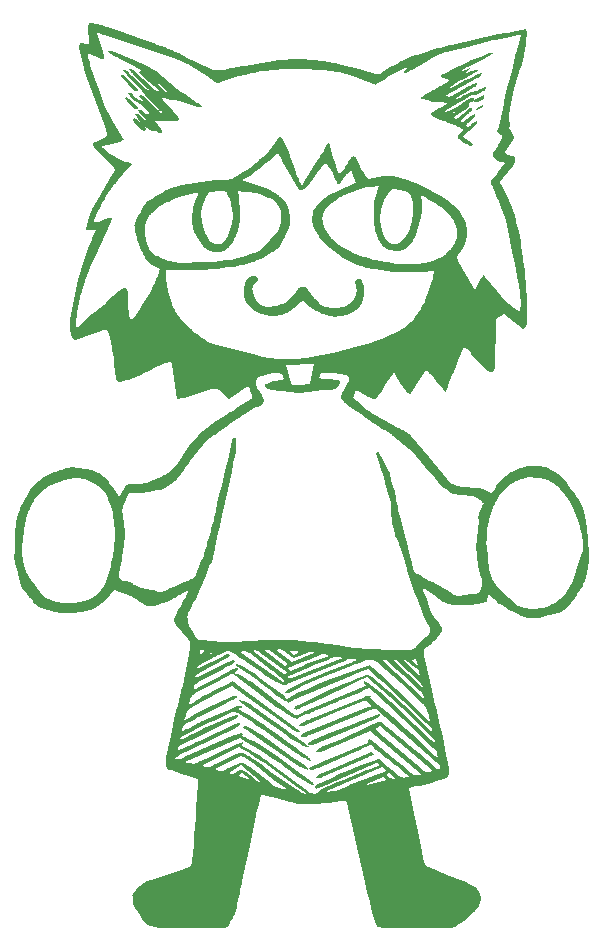
<source format=gbr>
%TF.GenerationSoftware,KiCad,Pcbnew,7.0.9*%
%TF.CreationDate,2023-12-02T23:17:25+01:00*%
%TF.ProjectId,pilkbadge,70696c6b-6261-4646-9765-2e6b69636164,rev?*%
%TF.SameCoordinates,Original*%
%TF.FileFunction,Legend,Top*%
%TF.FilePolarity,Positive*%
%FSLAX46Y46*%
G04 Gerber Fmt 4.6, Leading zero omitted, Abs format (unit mm)*
G04 Created by KiCad (PCBNEW 7.0.9) date 2023-12-02 23:17:25*
%MOMM*%
%LPD*%
G01*
G04 APERTURE LIST*
%ADD10C,0.000000*%
G04 APERTURE END LIST*
D10*
G36*
X93003744Y-46323590D02*
G01*
X93044003Y-46344428D01*
X93083745Y-46366210D01*
X93122954Y-46388924D01*
X93161614Y-46412561D01*
X93199708Y-46437111D01*
X93237220Y-46462565D01*
X93274134Y-46488913D01*
X93359880Y-46563401D01*
X93444873Y-46638699D01*
X93529113Y-46714808D01*
X93612602Y-46791727D01*
X93695337Y-46869457D01*
X93777321Y-46947997D01*
X93858552Y-47027347D01*
X93939031Y-47107508D01*
X93942333Y-47111146D01*
X93945303Y-47115105D01*
X93947959Y-47119369D01*
X93950317Y-47123923D01*
X93952392Y-47128751D01*
X93954202Y-47133838D01*
X93955762Y-47139167D01*
X93957088Y-47144723D01*
X93959107Y-47156455D01*
X93960387Y-47168909D01*
X93961060Y-47181959D01*
X93961256Y-47195482D01*
X93960735Y-47223445D01*
X93959866Y-47251798D01*
X93959628Y-47265809D01*
X93959693Y-47279543D01*
X93960192Y-47292876D01*
X93961255Y-47305682D01*
X93948143Y-47306069D01*
X93934581Y-47307125D01*
X93920682Y-47308698D01*
X93906561Y-47310631D01*
X93878107Y-47314961D01*
X93850131Y-47318878D01*
X93836606Y-47320296D01*
X93823543Y-47321147D01*
X93811055Y-47321275D01*
X93799256Y-47320528D01*
X93788260Y-47318750D01*
X93783099Y-47317425D01*
X93778181Y-47315786D01*
X93773521Y-47313811D01*
X93769133Y-47311481D01*
X93765031Y-47308778D01*
X93761230Y-47305682D01*
X93698338Y-47256152D01*
X93636473Y-47205430D01*
X93575651Y-47153534D01*
X93515887Y-47100481D01*
X93457198Y-47046286D01*
X93399598Y-46990967D01*
X93343105Y-46934541D01*
X93287733Y-46877025D01*
X93233499Y-46818434D01*
X93180418Y-46758786D01*
X93128507Y-46698098D01*
X93077781Y-46636387D01*
X93028255Y-46573669D01*
X92979947Y-46509960D01*
X92932871Y-46445278D01*
X92887043Y-46379640D01*
X92962985Y-46303703D01*
X93003744Y-46323590D01*
G37*
G36*
X93687389Y-48086737D02*
G01*
X93695801Y-48087644D01*
X93704280Y-48089113D01*
X93712813Y-48091103D01*
X93721388Y-48093573D01*
X93729993Y-48096483D01*
X93738615Y-48099791D01*
X93755865Y-48107442D01*
X93773038Y-48116200D01*
X93790038Y-48125738D01*
X93806766Y-48135733D01*
X93839019Y-48155788D01*
X93882450Y-48181365D01*
X93925315Y-48207963D01*
X93967747Y-48235386D01*
X94009875Y-48263438D01*
X94177951Y-48378037D01*
X94568741Y-48748453D01*
X94650233Y-49074419D01*
X94641009Y-49082244D01*
X94631432Y-49089534D01*
X94621525Y-49096279D01*
X94611312Y-49102475D01*
X94600817Y-49108112D01*
X94590062Y-49113183D01*
X94579071Y-49117680D01*
X94567868Y-49121597D01*
X94556477Y-49124925D01*
X94544920Y-49127658D01*
X94533221Y-49129786D01*
X94521405Y-49131304D01*
X94509493Y-49132203D01*
X94497511Y-49132476D01*
X94485481Y-49132115D01*
X94473426Y-49131113D01*
X94461442Y-49129473D01*
X94449621Y-49127213D01*
X94437984Y-49124344D01*
X94426552Y-49120880D01*
X94415347Y-49116833D01*
X94404390Y-49112214D01*
X94393703Y-49107038D01*
X94383306Y-49101315D01*
X94373222Y-49095059D01*
X94363470Y-49088282D01*
X94354073Y-49080997D01*
X94345052Y-49073216D01*
X94336428Y-49064951D01*
X94328223Y-49056214D01*
X94320457Y-49047020D01*
X94313152Y-49037379D01*
X93976304Y-48711180D01*
X93892689Y-48629143D01*
X93809703Y-48546432D01*
X93727542Y-48462809D01*
X93646401Y-48378037D01*
X93636477Y-48366534D01*
X93627302Y-48354542D01*
X93618888Y-48342098D01*
X93611245Y-48329238D01*
X93604384Y-48315999D01*
X93598313Y-48302417D01*
X93593045Y-48288529D01*
X93588589Y-48274371D01*
X93584956Y-48259980D01*
X93582156Y-48245393D01*
X93580200Y-48230645D01*
X93579097Y-48215774D01*
X93578858Y-48200817D01*
X93579494Y-48185809D01*
X93581015Y-48170787D01*
X93583431Y-48155788D01*
X93589631Y-48144560D01*
X93596069Y-48134464D01*
X93602731Y-48125458D01*
X93609607Y-48117502D01*
X93616683Y-48110555D01*
X93623948Y-48104577D01*
X93631389Y-48099527D01*
X93638994Y-48095364D01*
X93646751Y-48092047D01*
X93654648Y-48089537D01*
X93662672Y-48087791D01*
X93670812Y-48086769D01*
X93679055Y-48086431D01*
X93687389Y-48086737D01*
G37*
G36*
X103818315Y-61402703D02*
G01*
X103832367Y-61403846D01*
X103846322Y-61405624D01*
X103873857Y-61411055D01*
X103900747Y-61418935D01*
X103926818Y-61429205D01*
X103951896Y-61441806D01*
X103964008Y-61448962D01*
X103975807Y-61456678D01*
X103987271Y-61464947D01*
X103998378Y-61473762D01*
X104009107Y-61483114D01*
X104019435Y-61492997D01*
X104029341Y-61503403D01*
X104038803Y-61514324D01*
X104047801Y-61525754D01*
X104056311Y-61537684D01*
X104064312Y-61550108D01*
X104071782Y-61563018D01*
X104080364Y-61574896D01*
X104088235Y-61587163D01*
X104095388Y-61599787D01*
X104101816Y-61612735D01*
X104107513Y-61625977D01*
X104112471Y-61639480D01*
X104116683Y-61653213D01*
X104120142Y-61667145D01*
X104122843Y-61681244D01*
X104124776Y-61695478D01*
X104125936Y-61709815D01*
X104126316Y-61724225D01*
X104125909Y-61738675D01*
X104124707Y-61753134D01*
X104122704Y-61767570D01*
X104119893Y-61781952D01*
X104116292Y-61796157D01*
X104111937Y-61810066D01*
X104106848Y-61823653D01*
X104101045Y-61836893D01*
X104094547Y-61849760D01*
X104087375Y-61862229D01*
X104079547Y-61874273D01*
X104071084Y-61885868D01*
X104062006Y-61896988D01*
X104052332Y-61907606D01*
X104042082Y-61917699D01*
X104031276Y-61927238D01*
X104019934Y-61936200D01*
X104008075Y-61944559D01*
X103995719Y-61952288D01*
X103982886Y-61959363D01*
X103958743Y-61974639D01*
X103935452Y-61990815D01*
X103913025Y-62007858D01*
X103891475Y-62025733D01*
X103870814Y-62044406D01*
X103851056Y-62063844D01*
X103832214Y-62084013D01*
X103814299Y-62104878D01*
X103797324Y-62126405D01*
X103781303Y-62148561D01*
X103766248Y-62171311D01*
X103752172Y-62194621D01*
X103739088Y-62218458D01*
X103727007Y-62242787D01*
X103715944Y-62267574D01*
X103705910Y-62292786D01*
X103696919Y-62318388D01*
X103688983Y-62344346D01*
X103682115Y-62370627D01*
X103676328Y-62397196D01*
X103671634Y-62424019D01*
X103668046Y-62451062D01*
X103665577Y-62478292D01*
X103664240Y-62505673D01*
X103664047Y-62533173D01*
X103665011Y-62560757D01*
X103667145Y-62588391D01*
X103670461Y-62616042D01*
X103674973Y-62643674D01*
X103680693Y-62671255D01*
X103687633Y-62698750D01*
X103695807Y-62726124D01*
X103736271Y-62882795D01*
X103779818Y-63031017D01*
X103827401Y-63170460D01*
X103879976Y-63300793D01*
X103938497Y-63421684D01*
X103970287Y-63478485D01*
X104003921Y-63532803D01*
X104039519Y-63584594D01*
X104077201Y-63633818D01*
X104117086Y-63680434D01*
X104159294Y-63724399D01*
X104203943Y-63765674D01*
X104251153Y-63804215D01*
X104301043Y-63839983D01*
X104353733Y-63872935D01*
X104409343Y-63903030D01*
X104467991Y-63930227D01*
X104529797Y-63954485D01*
X104594881Y-63975762D01*
X104663361Y-63994016D01*
X104735357Y-64009207D01*
X104810988Y-64021293D01*
X104890375Y-64030232D01*
X104973635Y-64035984D01*
X105060889Y-64038506D01*
X105152256Y-64037758D01*
X105247856Y-64033698D01*
X105430364Y-64017297D01*
X105606390Y-63989827D01*
X105776052Y-63951591D01*
X105939465Y-63902894D01*
X106096747Y-63844040D01*
X106248014Y-63775332D01*
X106393383Y-63697074D01*
X106532971Y-63609570D01*
X106666893Y-63513124D01*
X106795268Y-63408040D01*
X106918211Y-63294621D01*
X107035839Y-63173172D01*
X107148270Y-63043997D01*
X107255618Y-62907399D01*
X107358002Y-62763682D01*
X107455538Y-62613150D01*
X107470125Y-62588286D01*
X107485959Y-62564379D01*
X107502991Y-62541467D01*
X107521171Y-62519586D01*
X107540449Y-62498774D01*
X107560774Y-62479067D01*
X107582097Y-62460502D01*
X107604368Y-62443116D01*
X107627537Y-62426946D01*
X107651554Y-62412029D01*
X107676369Y-62398401D01*
X107701932Y-62386100D01*
X107728193Y-62375163D01*
X107755102Y-62365625D01*
X107782609Y-62357525D01*
X107810665Y-62350900D01*
X107839040Y-62345813D01*
X107867498Y-62342297D01*
X107895980Y-62340338D01*
X107924425Y-62339921D01*
X107952772Y-62341033D01*
X107980960Y-62343660D01*
X108008930Y-62347787D01*
X108036620Y-62353402D01*
X108063971Y-62360489D01*
X108090921Y-62369035D01*
X108117410Y-62379025D01*
X108143378Y-62390447D01*
X108168764Y-62403286D01*
X108193507Y-62417527D01*
X108217547Y-62433158D01*
X108240824Y-62450164D01*
X108284472Y-62493053D01*
X108327060Y-62536958D01*
X108368572Y-62581857D01*
X108408989Y-62627732D01*
X108448296Y-62674561D01*
X108486476Y-62722326D01*
X108523511Y-62771006D01*
X108559384Y-62820581D01*
X108648985Y-62930925D01*
X108737588Y-63042137D01*
X108914057Y-63265083D01*
X109003052Y-63375774D01*
X109093305Y-63485250D01*
X109185382Y-63592990D01*
X109279847Y-63698472D01*
X109323576Y-63743175D01*
X109369268Y-63785468D01*
X109416820Y-63825306D01*
X109466129Y-63862641D01*
X109517095Y-63897428D01*
X109569613Y-63929619D01*
X109623583Y-63959168D01*
X109678902Y-63986028D01*
X109735467Y-64010153D01*
X109793176Y-64031496D01*
X109851928Y-64050010D01*
X109911618Y-64065649D01*
X109972147Y-64078367D01*
X110033410Y-64088115D01*
X110095306Y-64094849D01*
X110157733Y-64098522D01*
X110242950Y-64106200D01*
X110328248Y-64112743D01*
X110413618Y-64118152D01*
X110499047Y-64122425D01*
X110584527Y-64125563D01*
X110670044Y-64127564D01*
X110755589Y-64128429D01*
X110841151Y-64128157D01*
X110991308Y-64116389D01*
X111137871Y-64095487D01*
X111280239Y-64065171D01*
X111417814Y-64025161D01*
X111549995Y-63975179D01*
X111613875Y-63946360D01*
X111676183Y-63914944D01*
X111736842Y-63880894D01*
X111795778Y-63844177D01*
X111852916Y-63804757D01*
X111908181Y-63762599D01*
X111961498Y-63717668D01*
X112012793Y-63669930D01*
X112061989Y-63619349D01*
X112109013Y-63565891D01*
X112153789Y-63509520D01*
X112196242Y-63450202D01*
X112236298Y-63387902D01*
X112273881Y-63322585D01*
X112308916Y-63254215D01*
X112341330Y-63182759D01*
X112371045Y-63108180D01*
X112397989Y-63030444D01*
X112422085Y-62949517D01*
X112443258Y-62865363D01*
X112461435Y-62777947D01*
X112476539Y-62687234D01*
X112478479Y-62635656D01*
X112478532Y-62584093D01*
X112476703Y-62532598D01*
X112472997Y-62481220D01*
X112467419Y-62430012D01*
X112459973Y-62379025D01*
X112450663Y-62328310D01*
X112439494Y-62277919D01*
X112436669Y-62261661D01*
X112433127Y-62245516D01*
X112428978Y-62229469D01*
X112424330Y-62213503D01*
X112413970Y-62181751D01*
X112402915Y-62150128D01*
X112392034Y-62118505D01*
X112386930Y-62102653D01*
X112382195Y-62086752D01*
X112377937Y-62070786D01*
X112374266Y-62054738D01*
X112371288Y-62038593D01*
X112369114Y-62022334D01*
X112366810Y-62008992D01*
X112365118Y-61995668D01*
X112364027Y-61982380D01*
X112363531Y-61969144D01*
X112363618Y-61955974D01*
X112364282Y-61942889D01*
X112367299Y-61917034D01*
X112372512Y-61891710D01*
X112379849Y-61867045D01*
X112389238Y-61843170D01*
X112400609Y-61820215D01*
X112413889Y-61798309D01*
X112429007Y-61777582D01*
X112445893Y-61758164D01*
X112464474Y-61740185D01*
X112484679Y-61723774D01*
X112495369Y-61716198D01*
X112506438Y-61709062D01*
X112517877Y-61702384D01*
X112529677Y-61696178D01*
X112541831Y-61690463D01*
X112554327Y-61685253D01*
X112567235Y-61680181D01*
X112580243Y-61675812D01*
X112593330Y-61672139D01*
X112606474Y-61669151D01*
X112619654Y-61666840D01*
X112632846Y-61665198D01*
X112646029Y-61664214D01*
X112659180Y-61663881D01*
X112672279Y-61664190D01*
X112685301Y-61665131D01*
X112698227Y-61666695D01*
X112711033Y-61668875D01*
X112723697Y-61671660D01*
X112736198Y-61675042D01*
X112748513Y-61679013D01*
X112760620Y-61683562D01*
X112772497Y-61688682D01*
X112784122Y-61694363D01*
X112795473Y-61700596D01*
X112806529Y-61707374D01*
X112817266Y-61714686D01*
X112827663Y-61722523D01*
X112837697Y-61730878D01*
X112847348Y-61739741D01*
X112856591Y-61749102D01*
X112865407Y-61758954D01*
X112873772Y-61769287D01*
X112881664Y-61780093D01*
X112889062Y-61791362D01*
X112895943Y-61803086D01*
X112902285Y-61815256D01*
X112908066Y-61827862D01*
X112924244Y-61854259D01*
X112939828Y-61880982D01*
X112954814Y-61908018D01*
X112969197Y-61935360D01*
X112982973Y-61962995D01*
X112996139Y-61990915D01*
X113008690Y-62019108D01*
X113020621Y-62047565D01*
X113031929Y-62076276D01*
X113042609Y-62105229D01*
X113052658Y-62134415D01*
X113062071Y-62163824D01*
X113070844Y-62193445D01*
X113078972Y-62223269D01*
X113086452Y-62253284D01*
X113093280Y-62283481D01*
X113113844Y-62502529D01*
X113120537Y-62713656D01*
X113113160Y-62916664D01*
X113091515Y-63111360D01*
X113055404Y-63297549D01*
X113031862Y-63387391D01*
X113004630Y-63475034D01*
X112973681Y-63560451D01*
X112938993Y-63643620D01*
X112900540Y-63724515D01*
X112858297Y-63803112D01*
X112812239Y-63879387D01*
X112762342Y-63953315D01*
X112708582Y-64024872D01*
X112650932Y-64094034D01*
X112589369Y-64160775D01*
X112523868Y-64225072D01*
X112454403Y-64286901D01*
X112380951Y-64346236D01*
X112303486Y-64403053D01*
X112221984Y-64457328D01*
X112136420Y-64509037D01*
X112046770Y-64558155D01*
X111953007Y-64604657D01*
X111855109Y-64648520D01*
X111646803Y-64728229D01*
X111501035Y-64771030D01*
X111353956Y-64806161D01*
X111205854Y-64833647D01*
X111057019Y-64853518D01*
X110907738Y-64865799D01*
X110758301Y-64870519D01*
X110608995Y-64867704D01*
X110460108Y-64857383D01*
X110311930Y-64839581D01*
X110164748Y-64814328D01*
X110018851Y-64781648D01*
X109874527Y-64741572D01*
X109732065Y-64694124D01*
X109591754Y-64639333D01*
X109453880Y-64577227D01*
X109318734Y-64507831D01*
X109250067Y-64475315D01*
X109181882Y-64441824D01*
X109114190Y-64407366D01*
X109047000Y-64371946D01*
X108980324Y-64335569D01*
X108914171Y-64298241D01*
X108848552Y-64259968D01*
X108783478Y-64220754D01*
X108722961Y-64177835D01*
X108663175Y-64133931D01*
X108604132Y-64089050D01*
X108545842Y-64043202D01*
X108488318Y-63996397D01*
X108431572Y-63948645D01*
X108375614Y-63899955D01*
X108320458Y-63850337D01*
X108232569Y-63765315D01*
X108141036Y-63674390D01*
X108041517Y-63573742D01*
X107929672Y-63459548D01*
X107880167Y-63503670D01*
X107832985Y-63544775D01*
X107745155Y-63620450D01*
X107704290Y-63656279D01*
X107665313Y-63691609D01*
X107628116Y-63727069D01*
X107592590Y-63763288D01*
X107488856Y-63870978D01*
X107382502Y-63974372D01*
X107273466Y-64073171D01*
X107161691Y-64167072D01*
X107047116Y-64255776D01*
X106929681Y-64338980D01*
X106809327Y-64416383D01*
X106685994Y-64487685D01*
X106559623Y-64552585D01*
X106430153Y-64610780D01*
X106297525Y-64661971D01*
X106161680Y-64705856D01*
X106022558Y-64742133D01*
X105880099Y-64770502D01*
X105734244Y-64790662D01*
X105584932Y-64802311D01*
X105400702Y-64806447D01*
X105219745Y-64801367D01*
X105042293Y-64786883D01*
X104868580Y-64762809D01*
X104698838Y-64728958D01*
X104533302Y-64685141D01*
X104372204Y-64631172D01*
X104215778Y-64566864D01*
X104064257Y-64492030D01*
X103917875Y-64406482D01*
X103776865Y-64310033D01*
X103641459Y-64202496D01*
X103511892Y-64083683D01*
X103388397Y-63953409D01*
X103271206Y-63811485D01*
X103160554Y-63657724D01*
X103127243Y-63605458D01*
X103096712Y-63552850D01*
X103068887Y-63499917D01*
X103043696Y-63446677D01*
X103021065Y-63393144D01*
X103000920Y-63339337D01*
X102967794Y-63230963D01*
X102943729Y-63121689D01*
X102928137Y-63011647D01*
X102920429Y-62900970D01*
X102920016Y-62789791D01*
X102926310Y-62678243D01*
X102938722Y-62566460D01*
X102956662Y-62454573D01*
X102979543Y-62342716D01*
X103006776Y-62231021D01*
X103037771Y-62119623D01*
X103071941Y-62008653D01*
X103108696Y-61898244D01*
X103129816Y-61854635D01*
X103153280Y-61812572D01*
X103178997Y-61772128D01*
X103206877Y-61733380D01*
X103236830Y-61696402D01*
X103268766Y-61661268D01*
X103302594Y-61628054D01*
X103338223Y-61596833D01*
X103375564Y-61567682D01*
X103414527Y-61540673D01*
X103455020Y-61515883D01*
X103496954Y-61493385D01*
X103540237Y-61473255D01*
X103584781Y-61455567D01*
X103630495Y-61440396D01*
X103677287Y-61427817D01*
X103691106Y-61422204D01*
X103705046Y-61417299D01*
X103719085Y-61413097D01*
X103733202Y-61409589D01*
X103747375Y-61406767D01*
X103761581Y-61404625D01*
X103775800Y-61403155D01*
X103790010Y-61402350D01*
X103804189Y-61402201D01*
X103818315Y-61402703D01*
G37*
G36*
X123963599Y-42538907D02*
G01*
X123988172Y-42540366D01*
X124012725Y-42542672D01*
X124037234Y-42545829D01*
X124017838Y-42566236D01*
X123997872Y-42586062D01*
X123977348Y-42605293D01*
X123956280Y-42623919D01*
X123934683Y-42641929D01*
X123912569Y-42659310D01*
X123889952Y-42676051D01*
X123866845Y-42692141D01*
X122892648Y-43199381D01*
X121912900Y-43705232D01*
X121850554Y-43738345D01*
X121788492Y-43772196D01*
X121664952Y-43840897D01*
X121541759Y-43908903D01*
X121480129Y-43941886D01*
X121418392Y-43973783D01*
X121449877Y-44053423D01*
X122072174Y-43833024D01*
X122116624Y-43897847D01*
X121481360Y-44429396D01*
X121571260Y-44393327D01*
X121658564Y-44355027D01*
X121826977Y-44274428D01*
X121989791Y-44193006D01*
X122150195Y-44116162D01*
X122230491Y-44081147D01*
X122311381Y-44049303D01*
X122393264Y-44021306D01*
X122476539Y-43997832D01*
X122561604Y-43979556D01*
X122648859Y-43967153D01*
X122693432Y-43963366D01*
X122738702Y-43961300D01*
X122784719Y-43961040D01*
X122831532Y-43962671D01*
X122785057Y-44005049D01*
X122737740Y-44046456D01*
X122689597Y-44086880D01*
X122640644Y-44126308D01*
X122590896Y-44164728D01*
X122540369Y-44202128D01*
X122489077Y-44238496D01*
X122437037Y-44273820D01*
X122016729Y-44508370D01*
X121591560Y-44738925D01*
X121165002Y-44968439D01*
X120740528Y-45199863D01*
X120699197Y-45226851D01*
X120658346Y-45254542D01*
X120617985Y-45282929D01*
X120578121Y-45312006D01*
X120538765Y-45341766D01*
X120499925Y-45372202D01*
X120461610Y-45403308D01*
X120423829Y-45435077D01*
X120464567Y-45505456D01*
X120554798Y-45463205D01*
X120644682Y-45421649D01*
X120733871Y-45379399D01*
X120778097Y-45357579D01*
X120822020Y-45335064D01*
X121696666Y-44877368D01*
X122134684Y-44649302D01*
X122574090Y-44423840D01*
X122635953Y-44399118D01*
X122698229Y-44375497D01*
X122760903Y-44352980D01*
X122823959Y-44331575D01*
X122887383Y-44311284D01*
X122951159Y-44292113D01*
X123015272Y-44274068D01*
X123079709Y-44257152D01*
X123068107Y-44295135D01*
X123054303Y-44332092D01*
X123038369Y-44367944D01*
X123020377Y-44402614D01*
X123000400Y-44436022D01*
X122978510Y-44468092D01*
X122954781Y-44498745D01*
X122929284Y-44527902D01*
X122902093Y-44555486D01*
X122873280Y-44581418D01*
X122842918Y-44605620D01*
X122811079Y-44628015D01*
X122777835Y-44648523D01*
X122743261Y-44667066D01*
X122707427Y-44683568D01*
X122670407Y-44697948D01*
X121517016Y-45319553D01*
X120360853Y-45936991D01*
X120321362Y-45958185D01*
X120281763Y-45980139D01*
X120200416Y-46026586D01*
X120113167Y-46076853D01*
X120016367Y-46131461D01*
X120032567Y-46144951D01*
X120049214Y-46157613D01*
X120066280Y-46169445D01*
X120083736Y-46180446D01*
X120101556Y-46190616D01*
X120119709Y-46199954D01*
X120138169Y-46208459D01*
X120156906Y-46216131D01*
X120175893Y-46222968D01*
X120195101Y-46228970D01*
X120214502Y-46234136D01*
X120234068Y-46238466D01*
X120253770Y-46241958D01*
X120273581Y-46244611D01*
X120313413Y-46247400D01*
X120353338Y-46246826D01*
X120373265Y-46245277D01*
X120393131Y-46242884D01*
X120412907Y-46239647D01*
X120432565Y-46235566D01*
X120452077Y-46230639D01*
X120471414Y-46224867D01*
X120490549Y-46218247D01*
X120509453Y-46210780D01*
X120528097Y-46202464D01*
X120546454Y-46193298D01*
X120564495Y-46183283D01*
X120582192Y-46172417D01*
X120599516Y-46160699D01*
X120616440Y-46148129D01*
X121020771Y-45917661D01*
X121426261Y-45689276D01*
X121832909Y-45462974D01*
X122240715Y-45238757D01*
X122292903Y-45215907D01*
X122345488Y-45194020D01*
X122398454Y-45173100D01*
X122451788Y-45153153D01*
X122505478Y-45134182D01*
X122559510Y-45116194D01*
X122613870Y-45099192D01*
X122668546Y-45083182D01*
X122670489Y-45098239D01*
X122671754Y-45113247D01*
X122672350Y-45128189D01*
X122672289Y-45143046D01*
X122671580Y-45157802D01*
X122670234Y-45172439D01*
X122665675Y-45201285D01*
X122658696Y-45229443D01*
X122649380Y-45256773D01*
X122637813Y-45283134D01*
X122624078Y-45308386D01*
X122608260Y-45332388D01*
X122590443Y-45355000D01*
X122570712Y-45376080D01*
X122549151Y-45395489D01*
X122525845Y-45413086D01*
X122513563Y-45421161D01*
X122500877Y-45428731D01*
X122487796Y-45435777D01*
X122474332Y-45442282D01*
X122460495Y-45448228D01*
X122446295Y-45453599D01*
X122201994Y-45600087D01*
X121955956Y-45743450D01*
X121462838Y-46027744D01*
X120890545Y-46366676D01*
X120923881Y-46433351D01*
X120949174Y-46428391D01*
X120974337Y-46422858D01*
X120999361Y-46416755D01*
X121024236Y-46410085D01*
X121048953Y-46402851D01*
X121073502Y-46395055D01*
X121097873Y-46386701D01*
X121122056Y-46377790D01*
X121203082Y-46338342D01*
X121283738Y-46298004D01*
X121444551Y-46215962D01*
X121605710Y-46134268D01*
X121686799Y-46094365D01*
X121768432Y-46055526D01*
X121811146Y-46030333D01*
X121854448Y-46006284D01*
X121898315Y-45983388D01*
X121942722Y-45961653D01*
X121987646Y-45941087D01*
X122033064Y-45921698D01*
X122078953Y-45903495D01*
X122125289Y-45886486D01*
X122172049Y-45870679D01*
X122219209Y-45856082D01*
X122266746Y-45842704D01*
X122314636Y-45830552D01*
X122362857Y-45819636D01*
X122411384Y-45809964D01*
X122460195Y-45801543D01*
X122509266Y-45794382D01*
X122523314Y-45793992D01*
X122537331Y-45792847D01*
X122551321Y-45790985D01*
X122565283Y-45788442D01*
X122579222Y-45785256D01*
X122593138Y-45781465D01*
X122620910Y-45772215D01*
X122648618Y-45760989D01*
X122676277Y-45748087D01*
X122703904Y-45733806D01*
X122731514Y-45718446D01*
X122842118Y-45652176D01*
X122869891Y-45635894D01*
X122897746Y-45620322D01*
X122925698Y-45605760D01*
X122953764Y-45592505D01*
X123008856Y-45568747D01*
X123062515Y-45546898D01*
X123116088Y-45526091D01*
X123170919Y-45505458D01*
X123289742Y-45461239D01*
X123356424Y-45435917D01*
X123429749Y-45407297D01*
X123421261Y-45434119D01*
X123413767Y-45459705D01*
X123401214Y-45507078D01*
X123382056Y-45586023D01*
X123373281Y-45617248D01*
X123368619Y-45630722D01*
X123363594Y-45642743D01*
X123358070Y-45653287D01*
X123351911Y-45662334D01*
X123344981Y-45669862D01*
X123337146Y-45675848D01*
X123240967Y-45736233D01*
X123144181Y-45795336D01*
X122949135Y-45910831D01*
X122555566Y-46138869D01*
X122554514Y-46138911D01*
X122553441Y-46139034D01*
X122552351Y-46139232D01*
X122551243Y-46139498D01*
X122548986Y-46140212D01*
X122546682Y-46141126D01*
X122544345Y-46142193D01*
X122541990Y-46143362D01*
X122537276Y-46145815D01*
X122534945Y-46147000D01*
X122532649Y-46148094D01*
X122530403Y-46149046D01*
X122528218Y-46149808D01*
X122527154Y-46150103D01*
X122526110Y-46150332D01*
X122525088Y-46150489D01*
X122524091Y-46150568D01*
X122523119Y-46150562D01*
X122522175Y-46150467D01*
X122521261Y-46150275D01*
X122520377Y-46149981D01*
X122490470Y-46140370D01*
X122461158Y-46132665D01*
X122432417Y-46126789D01*
X122404224Y-46122663D01*
X122376554Y-46120208D01*
X122349384Y-46119346D01*
X122322690Y-46119998D01*
X122296449Y-46122084D01*
X122270636Y-46125528D01*
X122245228Y-46130249D01*
X122220201Y-46136169D01*
X122195532Y-46143210D01*
X122147170Y-46160338D01*
X122099954Y-46181004D01*
X122053692Y-46204578D01*
X122008196Y-46230431D01*
X121918739Y-46286457D01*
X121830063Y-46344045D01*
X121785544Y-46371851D01*
X121740650Y-46398160D01*
X121650764Y-46449508D01*
X121561550Y-46501963D01*
X121384358Y-46609065D01*
X121207513Y-46717210D01*
X121029451Y-46824140D01*
X120816086Y-46948026D01*
X120601853Y-47070697D01*
X120387967Y-47193716D01*
X120175645Y-47318645D01*
X120154956Y-47331357D01*
X120134544Y-47344466D01*
X120094442Y-47371719D01*
X120055121Y-47400101D01*
X120016364Y-47429308D01*
X119939677Y-47488980D01*
X119901311Y-47518838D01*
X119862642Y-47548304D01*
X119905241Y-47622387D01*
X119925554Y-47617208D01*
X119945762Y-47611653D01*
X119965859Y-47605724D01*
X119985841Y-47599423D01*
X120005702Y-47592751D01*
X120025438Y-47585710D01*
X120045043Y-47578302D01*
X120064513Y-47570529D01*
X120506470Y-47351752D01*
X120681757Y-47263082D01*
X121129466Y-47263082D01*
X121160954Y-47311236D01*
X121414688Y-47146400D01*
X121360975Y-47077874D01*
X121129466Y-47263082D01*
X120681757Y-47263082D01*
X120726319Y-47240540D01*
X120944258Y-47126030D01*
X120988823Y-47099726D01*
X121032729Y-47072379D01*
X121075959Y-47044002D01*
X121118495Y-47014608D01*
X121160319Y-46984209D01*
X121201413Y-46952818D01*
X121241759Y-46920448D01*
X121281339Y-46887111D01*
X121418481Y-46791561D01*
X121558785Y-46701006D01*
X121702113Y-46615520D01*
X121848326Y-46535175D01*
X121997286Y-46460044D01*
X122148854Y-46390201D01*
X122302891Y-46325717D01*
X122459259Y-46266666D01*
X122459259Y-46562996D01*
X122452297Y-46565966D01*
X122445402Y-46569082D01*
X122438575Y-46572343D01*
X122431820Y-46575747D01*
X122425138Y-46579293D01*
X122418531Y-46582980D01*
X122412003Y-46586808D01*
X122405554Y-46590774D01*
X122405554Y-46590775D01*
X122016616Y-46790800D01*
X122021702Y-46808384D01*
X122025928Y-46826029D01*
X122029305Y-46843709D01*
X122031844Y-46861400D01*
X122033557Y-46879079D01*
X122034453Y-46896719D01*
X122034545Y-46914296D01*
X122033843Y-46931786D01*
X122032358Y-46949164D01*
X122030100Y-46966405D01*
X122023314Y-47000379D01*
X122013571Y-47033510D01*
X122000960Y-47065602D01*
X121985567Y-47096456D01*
X121967482Y-47125876D01*
X121946791Y-47153664D01*
X121935496Y-47166885D01*
X121923583Y-47179623D01*
X121911062Y-47191855D01*
X121897945Y-47203556D01*
X121884242Y-47214701D01*
X121869965Y-47225266D01*
X121855124Y-47235225D01*
X121839731Y-47244555D01*
X121823795Y-47253230D01*
X121807330Y-47261226D01*
X121532556Y-47448577D01*
X121262122Y-47637664D01*
X120723860Y-48016879D01*
X120734398Y-48030903D01*
X120744835Y-48043823D01*
X120755178Y-48055662D01*
X120765433Y-48066443D01*
X120775608Y-48076191D01*
X120785711Y-48084929D01*
X120795747Y-48092680D01*
X120805726Y-48099470D01*
X120815652Y-48105320D01*
X120825534Y-48110256D01*
X120835379Y-48114300D01*
X120845194Y-48117477D01*
X120854986Y-48119810D01*
X120864761Y-48121323D01*
X120874528Y-48122040D01*
X120884294Y-48121984D01*
X120894064Y-48121180D01*
X120903848Y-48119650D01*
X120913650Y-48117419D01*
X120923480Y-48114511D01*
X120933344Y-48110949D01*
X120943249Y-48106756D01*
X120953201Y-48101958D01*
X120963210Y-48096576D01*
X120973280Y-48090636D01*
X120983420Y-48084161D01*
X121003937Y-48069700D01*
X121024818Y-48053383D01*
X121046119Y-48035400D01*
X121247186Y-47861537D01*
X121450337Y-47689988D01*
X121655572Y-47520754D01*
X121862890Y-47353835D01*
X121885365Y-47333909D01*
X121908676Y-47315164D01*
X121932776Y-47297621D01*
X121957618Y-47281297D01*
X121983154Y-47266210D01*
X122009337Y-47252378D01*
X122036119Y-47239821D01*
X122063453Y-47228556D01*
X122091291Y-47218601D01*
X122119585Y-47209975D01*
X122148288Y-47202696D01*
X122177353Y-47196783D01*
X122206732Y-47192253D01*
X122236377Y-47189125D01*
X122266240Y-47187418D01*
X122296275Y-47187149D01*
X122291651Y-47216029D01*
X122285803Y-47243672D01*
X122278787Y-47270130D01*
X122270661Y-47295456D01*
X122261480Y-47319703D01*
X122251303Y-47342926D01*
X122240184Y-47365176D01*
X122228182Y-47386508D01*
X122215352Y-47406974D01*
X122201751Y-47426629D01*
X122187436Y-47445524D01*
X122172464Y-47463713D01*
X122140772Y-47498188D01*
X122107131Y-47530479D01*
X122071991Y-47561012D01*
X122035807Y-47590213D01*
X121962118Y-47646322D01*
X121889688Y-47702214D01*
X121855078Y-47731143D01*
X121822142Y-47761296D01*
X121756915Y-47823453D01*
X121689257Y-47886283D01*
X121548036Y-48013874D01*
X121251704Y-48276175D01*
X121259529Y-48288546D01*
X121267380Y-48300306D01*
X121275261Y-48311453D01*
X121283176Y-48321985D01*
X121291128Y-48331898D01*
X121299123Y-48341189D01*
X121307164Y-48349857D01*
X121315255Y-48357898D01*
X121323400Y-48365309D01*
X121331603Y-48372088D01*
X121339869Y-48378233D01*
X121348202Y-48383740D01*
X121356605Y-48388606D01*
X121365082Y-48392830D01*
X121373638Y-48396408D01*
X121382277Y-48399337D01*
X121391003Y-48401616D01*
X121399820Y-48403240D01*
X121408731Y-48404208D01*
X121417742Y-48404517D01*
X121426855Y-48404164D01*
X121436076Y-48403146D01*
X121445408Y-48401461D01*
X121454855Y-48399106D01*
X121464422Y-48396077D01*
X121474112Y-48392374D01*
X121483930Y-48387992D01*
X121493879Y-48382929D01*
X121503964Y-48377182D01*
X121514188Y-48370749D01*
X121524556Y-48363627D01*
X121535072Y-48355813D01*
X121815200Y-48134490D01*
X121886860Y-48079159D01*
X121959605Y-48024522D01*
X122033652Y-47970927D01*
X122109219Y-47918721D01*
X122134009Y-47901800D01*
X122159154Y-47885460D01*
X122184644Y-47869708D01*
X122210469Y-47854547D01*
X122236616Y-47839984D01*
X122263078Y-47826022D01*
X122289842Y-47812666D01*
X122316898Y-47799921D01*
X122344236Y-47787792D01*
X122371845Y-47776284D01*
X122399715Y-47765402D01*
X122427835Y-47755150D01*
X122456194Y-47745534D01*
X122484783Y-47736557D01*
X122513591Y-47728226D01*
X122542607Y-47720544D01*
X122533926Y-47761798D01*
X122523231Y-47801238D01*
X122510622Y-47838960D01*
X122496204Y-47875060D01*
X122480075Y-47909634D01*
X122462340Y-47942777D01*
X122443098Y-47974587D01*
X122422453Y-48005158D01*
X122400506Y-48034588D01*
X122377357Y-48062971D01*
X122353111Y-48090404D01*
X122327867Y-48116982D01*
X122274795Y-48167960D01*
X122218956Y-48216673D01*
X121984203Y-48404226D01*
X121926736Y-48453128D01*
X121871384Y-48504372D01*
X121844756Y-48531112D01*
X121818963Y-48558725D01*
X121794105Y-48587307D01*
X121770285Y-48616954D01*
X121879558Y-48889211D01*
X121926547Y-48850415D01*
X121971923Y-48810035D01*
X122016074Y-48768526D01*
X122059383Y-48726344D01*
X122145019Y-48641785D01*
X122188117Y-48600319D01*
X122231915Y-48560004D01*
X122276798Y-48521295D01*
X122323151Y-48484647D01*
X122371360Y-48450517D01*
X122396281Y-48434539D01*
X122421810Y-48419361D01*
X122447996Y-48405041D01*
X122474887Y-48391634D01*
X122502530Y-48379199D01*
X122530974Y-48367792D01*
X122560268Y-48357470D01*
X122590459Y-48348291D01*
X122621595Y-48340310D01*
X122653726Y-48333586D01*
X122657670Y-48345795D01*
X122661059Y-48358071D01*
X122666191Y-48382757D01*
X122669165Y-48407520D01*
X122670027Y-48432237D01*
X122668818Y-48456782D01*
X122665584Y-48481032D01*
X122660369Y-48504861D01*
X122653215Y-48528147D01*
X122644167Y-48550764D01*
X122633269Y-48572588D01*
X122620565Y-48593495D01*
X122606099Y-48613361D01*
X122589914Y-48632061D01*
X122572055Y-48649471D01*
X122552565Y-48665467D01*
X122542222Y-48672896D01*
X122531488Y-48679924D01*
X122442798Y-48757227D01*
X122353284Y-48833705D01*
X122172647Y-48985054D01*
X121991316Y-49135710D01*
X121811025Y-49287408D01*
X121768967Y-49324026D01*
X121727365Y-49361578D01*
X121685979Y-49399955D01*
X121644571Y-49439048D01*
X121560734Y-49518948D01*
X121517827Y-49559538D01*
X121473944Y-49600410D01*
X121496647Y-49629943D01*
X121520588Y-49657849D01*
X121545671Y-49684251D01*
X121571800Y-49709271D01*
X121598879Y-49733029D01*
X121626811Y-49755646D01*
X121684849Y-49797947D01*
X121745145Y-49837143D01*
X121806927Y-49874208D01*
X121931871Y-49945824D01*
X121993491Y-49982318D01*
X122053515Y-50020566D01*
X122111174Y-50061537D01*
X122165697Y-50106203D01*
X122191542Y-50130225D01*
X122216313Y-50155535D01*
X122239915Y-50182255D01*
X122262252Y-50210505D01*
X122283227Y-50240408D01*
X122302743Y-50272084D01*
X122320705Y-50305656D01*
X122337016Y-50341244D01*
X122327969Y-50351101D01*
X122318547Y-50360418D01*
X122308772Y-50369193D01*
X122298663Y-50377424D01*
X122288243Y-50385108D01*
X122277533Y-50392244D01*
X122266554Y-50398829D01*
X122255327Y-50404861D01*
X122243873Y-50410338D01*
X122232214Y-50415259D01*
X122220370Y-50419620D01*
X122208363Y-50423419D01*
X122196215Y-50426656D01*
X122183945Y-50429327D01*
X122171576Y-50431430D01*
X122159128Y-50432963D01*
X122146624Y-50433925D01*
X122134083Y-50434313D01*
X122121528Y-50434124D01*
X122108978Y-50433358D01*
X122096457Y-50432011D01*
X122083984Y-50430081D01*
X122071581Y-50427567D01*
X122059269Y-50424466D01*
X122047070Y-50420777D01*
X122035004Y-50416496D01*
X122023093Y-50411622D01*
X122011358Y-50406154D01*
X121999819Y-50400088D01*
X121988499Y-50393422D01*
X121977419Y-50386155D01*
X121966599Y-50378284D01*
X121580440Y-50135199D01*
X121484986Y-50073234D01*
X121390487Y-50010010D01*
X121297204Y-49945136D01*
X121205396Y-49878223D01*
X121168967Y-49850180D01*
X121152589Y-49836694D01*
X121137426Y-49823521D01*
X121123470Y-49810628D01*
X121110715Y-49797980D01*
X121099151Y-49785545D01*
X121088773Y-49773291D01*
X121079571Y-49761182D01*
X121071540Y-49749187D01*
X121064672Y-49737272D01*
X121058958Y-49725404D01*
X121054392Y-49713550D01*
X121050967Y-49701675D01*
X121048673Y-49689748D01*
X121047506Y-49677735D01*
X121047455Y-49665602D01*
X121048516Y-49653317D01*
X121050679Y-49640845D01*
X121053937Y-49628155D01*
X121058283Y-49615213D01*
X121063710Y-49601985D01*
X121070210Y-49588438D01*
X121077775Y-49574539D01*
X121086398Y-49560255D01*
X121096072Y-49545552D01*
X121106789Y-49530398D01*
X121118542Y-49514758D01*
X121145125Y-49481892D01*
X121175761Y-49446687D01*
X121216366Y-49401695D01*
X121257861Y-49356572D01*
X121344996Y-49263331D01*
X121440118Y-49161755D01*
X121546178Y-49046636D01*
X121479359Y-49008759D01*
X121417227Y-48972814D01*
X121303556Y-48906110D01*
X121198219Y-48845309D01*
X121146505Y-48816743D01*
X121094269Y-48789197D01*
X120842850Y-48677608D01*
X120590505Y-48568798D01*
X120337233Y-48462767D01*
X120083034Y-48359513D01*
X120050552Y-48347100D01*
X120017730Y-48335479D01*
X119951276Y-48314137D01*
X119884083Y-48294531D01*
X119816565Y-48275706D01*
X119749134Y-48256708D01*
X119682202Y-48236581D01*
X119616182Y-48214370D01*
X119583643Y-48202185D01*
X119551486Y-48189121D01*
X119469568Y-48154224D01*
X119388326Y-48117835D01*
X119307782Y-48079962D01*
X119227955Y-48040617D01*
X119148865Y-47999810D01*
X119070534Y-47957550D01*
X118992980Y-47913848D01*
X118916225Y-47868714D01*
X118901460Y-47859210D01*
X118887725Y-47849460D01*
X118875019Y-47839479D01*
X118863339Y-47829281D01*
X118852685Y-47818881D01*
X118843055Y-47808293D01*
X118834447Y-47797532D01*
X118826862Y-47786613D01*
X118820296Y-47775551D01*
X118814749Y-47764359D01*
X118810219Y-47753052D01*
X118806706Y-47741645D01*
X118804207Y-47730153D01*
X118802721Y-47718590D01*
X118802248Y-47706971D01*
X118802785Y-47695310D01*
X118804331Y-47683622D01*
X118806885Y-47671921D01*
X118810446Y-47660223D01*
X118815012Y-47648541D01*
X118820581Y-47636890D01*
X118824600Y-47629794D01*
X120525690Y-47629794D01*
X120560879Y-47689062D01*
X120859062Y-47516816D01*
X120814615Y-47444586D01*
X120525690Y-47629794D01*
X118824600Y-47629794D01*
X118827153Y-47625285D01*
X118834727Y-47613741D01*
X118843300Y-47602271D01*
X118852871Y-47590891D01*
X118863440Y-47579615D01*
X118875004Y-47568458D01*
X118887562Y-47557434D01*
X118901114Y-47546558D01*
X118915657Y-47535844D01*
X118931190Y-47525307D01*
X118947713Y-47514963D01*
X119037108Y-47461531D01*
X119127393Y-47409423D01*
X119218416Y-47358400D01*
X119310026Y-47308224D01*
X119679286Y-47111210D01*
X119796111Y-47049165D01*
X119919362Y-46985731D01*
X120205277Y-46840806D01*
X120155044Y-46820539D01*
X120104290Y-46801883D01*
X120053054Y-46784842D01*
X120001375Y-46769422D01*
X119949291Y-46755630D01*
X119896841Y-46743472D01*
X119844064Y-46732952D01*
X119790998Y-46724078D01*
X119737682Y-46716855D01*
X119684155Y-46711289D01*
X119630456Y-46707385D01*
X119576623Y-46705150D01*
X119522696Y-46704589D01*
X119468711Y-46705708D01*
X119414710Y-46708514D01*
X119360729Y-46713012D01*
X119271335Y-46715651D01*
X119182968Y-46713460D01*
X119095530Y-46706908D01*
X119008919Y-46696459D01*
X118923035Y-46682581D01*
X118837778Y-46665740D01*
X118753048Y-46646404D01*
X118668743Y-46625038D01*
X118501010Y-46578085D01*
X118333777Y-46528614D01*
X118166241Y-46480359D01*
X117997598Y-46437052D01*
X117996056Y-46436933D01*
X117994551Y-46436580D01*
X117993076Y-46435996D01*
X117991626Y-46435185D01*
X117990193Y-46434152D01*
X117988771Y-46432901D01*
X117987354Y-46431435D01*
X117985935Y-46429759D01*
X117984509Y-46427877D01*
X117983067Y-46425793D01*
X117980115Y-46421034D01*
X117977027Y-46415516D01*
X117973752Y-46409270D01*
X117966434Y-46394729D01*
X117957748Y-46377669D01*
X117952764Y-46368277D01*
X117947283Y-46358352D01*
X117941255Y-46347929D01*
X117934627Y-46337039D01*
X117976549Y-46297279D01*
X118020231Y-46259791D01*
X118065482Y-46224326D01*
X118112108Y-46190638D01*
X118159917Y-46158480D01*
X118208717Y-46127605D01*
X118308516Y-46068719D01*
X118511522Y-45955481D01*
X118611646Y-45897181D01*
X118660690Y-45866746D01*
X118708797Y-45835125D01*
X118804754Y-45772310D01*
X118902079Y-45712511D01*
X119000402Y-45654926D01*
X119099354Y-45598753D01*
X119297671Y-45487425D01*
X119396298Y-45430665D01*
X119494078Y-45372104D01*
X119543359Y-45343252D01*
X119593851Y-45316136D01*
X119697749Y-45265378D01*
X119912185Y-45165597D01*
X119966134Y-45138481D01*
X120019860Y-45109629D01*
X120073184Y-45078607D01*
X120125928Y-45044980D01*
X120177913Y-45008314D01*
X120228958Y-44968176D01*
X120278886Y-44924131D01*
X120327517Y-44875746D01*
X119634839Y-44599786D01*
X119633017Y-44582798D01*
X119632043Y-44566547D01*
X119631887Y-44551009D01*
X119632520Y-44536160D01*
X119633912Y-44521977D01*
X119636031Y-44508437D01*
X119638848Y-44495516D01*
X119642334Y-44483191D01*
X119646456Y-44471438D01*
X119651186Y-44460235D01*
X119656494Y-44449557D01*
X119662348Y-44439381D01*
X119668719Y-44429684D01*
X119675577Y-44420443D01*
X119682891Y-44411634D01*
X119690631Y-44403233D01*
X119698768Y-44395218D01*
X119707271Y-44387564D01*
X119725253Y-44373249D01*
X119744336Y-44360100D01*
X119764280Y-44347931D01*
X119784842Y-44336554D01*
X119805782Y-44325782D01*
X119847827Y-44305305D01*
X120786284Y-43849374D01*
X121729776Y-43405424D01*
X122204984Y-43191252D01*
X122683339Y-42984046D01*
X123165470Y-42785132D01*
X123652007Y-42595833D01*
X123674897Y-42586523D01*
X123698046Y-42578025D01*
X123721432Y-42570342D01*
X123745034Y-42563475D01*
X123768829Y-42557428D01*
X123792798Y-42552204D01*
X123816917Y-42547806D01*
X123841166Y-42544236D01*
X123865523Y-42541497D01*
X123889966Y-42539592D01*
X123914474Y-42538523D01*
X123939026Y-42538294D01*
X123963599Y-42538907D01*
G37*
G36*
X90011011Y-39985225D02*
G01*
X90027465Y-39986680D01*
X90044582Y-39988865D01*
X90062381Y-39991773D01*
X90080878Y-39995396D01*
X90120033Y-40004763D01*
X90504891Y-40108335D01*
X90888880Y-40213817D01*
X91080060Y-40268739D01*
X91270438Y-40325897D01*
X91459817Y-40385877D01*
X91648002Y-40449263D01*
X95009532Y-41649414D01*
X95317453Y-41749301D01*
X95623524Y-41854504D01*
X95927676Y-41964995D01*
X96229840Y-42080747D01*
X96529946Y-42201733D01*
X96827926Y-42327926D01*
X97123711Y-42459299D01*
X97417232Y-42595824D01*
X98140504Y-42951485D01*
X98869503Y-43296379D01*
X100334271Y-43971927D01*
X100353674Y-43979196D01*
X100373252Y-43985890D01*
X100392990Y-43992008D01*
X100412875Y-43997547D01*
X100432896Y-44002505D01*
X100453040Y-44006882D01*
X100473292Y-44010675D01*
X100493642Y-44013882D01*
X100514075Y-44016501D01*
X100534580Y-44018531D01*
X100555143Y-44019969D01*
X100575752Y-44020815D01*
X100596393Y-44021065D01*
X100617055Y-44020719D01*
X100637723Y-44019774D01*
X100658386Y-44018229D01*
X100808069Y-44008572D01*
X100957122Y-43995146D01*
X101253600Y-43958586D01*
X101548341Y-43911737D01*
X101841867Y-43857792D01*
X102427357Y-43741371D01*
X102720362Y-43685277D01*
X103014236Y-43634847D01*
X104950589Y-43327865D01*
X105917203Y-43186875D01*
X106401487Y-43124064D01*
X106886943Y-43068110D01*
X107003834Y-43057549D01*
X107121116Y-43050642D01*
X107238745Y-43047051D01*
X107356677Y-43046435D01*
X107593281Y-43052776D01*
X107830579Y-43066953D01*
X108779771Y-43147750D01*
X109082789Y-43170612D01*
X109385633Y-43198682D01*
X109536718Y-43215213D01*
X109687434Y-43233698D01*
X109837673Y-43254353D01*
X109987326Y-43277395D01*
X110137532Y-43303136D01*
X110289215Y-43331569D01*
X110441939Y-43362432D01*
X110595272Y-43395466D01*
X110748778Y-43430410D01*
X110902023Y-43467003D01*
X111205995Y-43544096D01*
X112674697Y-43933033D01*
X114139694Y-44333084D01*
X114167309Y-44339793D01*
X114195099Y-44344886D01*
X114222999Y-44348376D01*
X114250942Y-44350275D01*
X114278863Y-44350595D01*
X114306696Y-44349349D01*
X114334374Y-44346549D01*
X114361833Y-44342207D01*
X114389005Y-44336335D01*
X114415826Y-44328946D01*
X114442229Y-44320053D01*
X114468149Y-44309667D01*
X114493518Y-44297801D01*
X114518273Y-44284467D01*
X114542346Y-44269677D01*
X114565671Y-44253444D01*
X115344240Y-43776995D01*
X115734827Y-43541376D01*
X116126975Y-43308882D01*
X116159871Y-43290323D01*
X116193238Y-43272748D01*
X116227029Y-43256015D01*
X116261194Y-43239979D01*
X116330452Y-43209423D01*
X116400621Y-43179931D01*
X116471312Y-43150352D01*
X116542132Y-43119535D01*
X116612692Y-43086332D01*
X116647752Y-43068475D01*
X116682601Y-43049590D01*
X116793569Y-42987683D01*
X116906811Y-42932677D01*
X117022039Y-42883749D01*
X117138966Y-42840073D01*
X117257303Y-42800825D01*
X117376763Y-42765179D01*
X117617903Y-42701398D01*
X118101008Y-42580781D01*
X118220278Y-42547263D01*
X118338371Y-42510749D01*
X118454999Y-42470416D01*
X118569875Y-42425437D01*
X118814814Y-42336376D01*
X119061595Y-42252864D01*
X119310124Y-42174929D01*
X119560307Y-42102596D01*
X119812049Y-42035891D01*
X120065255Y-41974841D01*
X120319832Y-41919472D01*
X120575683Y-41869811D01*
X124465051Y-40969700D01*
X124654989Y-40929110D01*
X124845511Y-40891536D01*
X125227881Y-40822228D01*
X125611291Y-40755350D01*
X125994875Y-40684479D01*
X126396558Y-40621511D01*
X126846847Y-40547428D01*
X126859404Y-40604733D01*
X126870300Y-40662340D01*
X126879532Y-40720213D01*
X126887093Y-40778316D01*
X126892981Y-40836612D01*
X126897190Y-40895066D01*
X126899717Y-40953641D01*
X126900557Y-41012300D01*
X126848381Y-41475264D01*
X126792906Y-41937880D01*
X126761815Y-42168515D01*
X126727360Y-42398412D01*
X126688694Y-42627354D01*
X126644970Y-42855124D01*
X126599754Y-43033953D01*
X126551962Y-43212081D01*
X126501602Y-43389479D01*
X126448683Y-43566120D01*
X126393213Y-43741977D01*
X126335201Y-43917021D01*
X126274655Y-44091226D01*
X126211583Y-44264565D01*
X126075825Y-44694641D01*
X125948891Y-45127259D01*
X125830815Y-45562284D01*
X125721629Y-45999576D01*
X125621366Y-46439001D01*
X125530060Y-46880420D01*
X125447743Y-47323697D01*
X125374447Y-47768695D01*
X125366585Y-47803382D01*
X125360076Y-47838255D01*
X125354917Y-47873274D01*
X125351107Y-47908402D01*
X125348641Y-47943598D01*
X125347520Y-47978826D01*
X125347739Y-48014046D01*
X125349296Y-48049220D01*
X125352188Y-48084309D01*
X125356415Y-48119275D01*
X125361972Y-48154079D01*
X125368857Y-48188683D01*
X125377069Y-48223048D01*
X125386603Y-48257136D01*
X125397459Y-48290907D01*
X125409634Y-48324325D01*
X125421359Y-48346032D01*
X125431904Y-48367411D01*
X125441302Y-48388479D01*
X125449587Y-48409256D01*
X125456793Y-48429761D01*
X125462956Y-48450012D01*
X125468108Y-48470027D01*
X125472285Y-48489825D01*
X125475521Y-48509426D01*
X125477849Y-48528847D01*
X125479304Y-48548108D01*
X125479921Y-48567226D01*
X125478776Y-48605111D01*
X125474687Y-48642651D01*
X125467928Y-48679996D01*
X125458774Y-48717295D01*
X125447498Y-48754697D01*
X125434375Y-48792351D01*
X125419679Y-48830407D01*
X125403683Y-48869014D01*
X125368888Y-48948476D01*
X125535341Y-49185080D01*
X125620740Y-49306855D01*
X125705966Y-49430019D01*
X125736142Y-49474477D01*
X125762104Y-49513858D01*
X125783894Y-49548861D01*
X125801552Y-49580183D01*
X125808844Y-49594680D01*
X125815118Y-49608520D01*
X125820380Y-49621787D01*
X125824634Y-49634569D01*
X125827886Y-49646955D01*
X125830141Y-49659029D01*
X125831403Y-49670881D01*
X125831678Y-49682597D01*
X125830971Y-49694264D01*
X125829286Y-49705969D01*
X125826630Y-49717800D01*
X125823007Y-49729843D01*
X125818422Y-49742186D01*
X125812881Y-49754916D01*
X125806388Y-49768121D01*
X125798948Y-49781886D01*
X125781249Y-49811449D01*
X125759826Y-49844304D01*
X125705966Y-49922674D01*
X125531727Y-50181156D01*
X125360786Y-50441720D01*
X125022549Y-50963543D01*
X125043117Y-50991730D01*
X125064509Y-51017684D01*
X125086680Y-51041526D01*
X125109586Y-51063379D01*
X125133182Y-51083364D01*
X125157424Y-51101602D01*
X125182268Y-51118216D01*
X125207670Y-51133328D01*
X125233584Y-51147058D01*
X125259966Y-51159530D01*
X125313958Y-51181182D01*
X125369290Y-51199258D01*
X125425607Y-51214733D01*
X125539775Y-51241772D01*
X125596914Y-51255285D01*
X125653617Y-51270092D01*
X125709527Y-51287167D01*
X125764291Y-51307484D01*
X125791131Y-51319163D01*
X125817551Y-51332017D01*
X125843506Y-51346169D01*
X125868953Y-51361740D01*
X125881948Y-51413089D01*
X125891491Y-51464778D01*
X125897620Y-51516649D01*
X125900373Y-51568546D01*
X125899786Y-51620310D01*
X125895898Y-51671784D01*
X125888747Y-51722810D01*
X125878370Y-51773232D01*
X125864804Y-51822890D01*
X125848088Y-51871629D01*
X125828260Y-51919289D01*
X125805356Y-51965714D01*
X125779415Y-52010747D01*
X125750474Y-52054228D01*
X125718571Y-52096002D01*
X125683744Y-52135910D01*
X125612224Y-52214358D01*
X125542013Y-52294072D01*
X125404861Y-52456986D01*
X125270965Y-52624024D01*
X125139000Y-52794557D01*
X124875570Y-53143587D01*
X124741457Y-53320826D01*
X124603981Y-53499043D01*
X124612833Y-53516572D01*
X124622704Y-53536837D01*
X124645421Y-53583312D01*
X124658222Y-53608395D01*
X124671957Y-53633955D01*
X124679168Y-53646738D01*
X124686604Y-53659429D01*
X124694263Y-53671957D01*
X124702141Y-53684251D01*
X124879257Y-53998107D01*
X125047606Y-54316520D01*
X125207103Y-54639307D01*
X125357668Y-54966281D01*
X125499217Y-55297257D01*
X125631668Y-55632051D01*
X125754939Y-55970477D01*
X125868947Y-56312350D01*
X125990760Y-56744315D01*
X126101921Y-57178933D01*
X126202394Y-57616007D01*
X126292141Y-58055339D01*
X126371123Y-58496733D01*
X126439305Y-58939992D01*
X126496647Y-59384917D01*
X126543112Y-59831313D01*
X126579462Y-60128331D01*
X126619307Y-60424937D01*
X126702622Y-61017344D01*
X126742663Y-61313362D01*
X126779339Y-61609403D01*
X126810936Y-61905573D01*
X126835739Y-62201983D01*
X126859987Y-62604365D01*
X126875531Y-63007204D01*
X126884086Y-63410433D01*
X126887366Y-63813989D01*
X126882041Y-65430165D01*
X126881658Y-65467476D01*
X126880276Y-65504928D01*
X126877549Y-65542272D01*
X126873128Y-65579257D01*
X126866668Y-65615635D01*
X126857820Y-65651155D01*
X126846237Y-65685569D01*
X126839312Y-65702282D01*
X126831573Y-65718625D01*
X126822976Y-65734567D01*
X126813478Y-65750076D01*
X126803037Y-65765122D01*
X126791608Y-65779672D01*
X126779148Y-65793695D01*
X126765613Y-65807162D01*
X126750961Y-65820039D01*
X126735148Y-65832297D01*
X126718130Y-65843904D01*
X126699864Y-65854828D01*
X126680306Y-65865039D01*
X126659414Y-65874505D01*
X126637143Y-65883195D01*
X126613451Y-65891078D01*
X126588294Y-65898123D01*
X126561628Y-65904299D01*
X124955872Y-64644879D01*
X124292826Y-65039371D01*
X124292826Y-65359784D01*
X124295937Y-65692376D01*
X124293854Y-66024917D01*
X124286581Y-66357346D01*
X124274120Y-66689603D01*
X124256473Y-67021624D01*
X124233644Y-67353350D01*
X124205635Y-67684717D01*
X124172449Y-68015666D01*
X124165644Y-68138887D01*
X124161580Y-68262183D01*
X124160253Y-68385509D01*
X124161665Y-68508819D01*
X124165813Y-68632067D01*
X124172697Y-68755207D01*
X124182315Y-68878194D01*
X124194666Y-69000981D01*
X124197872Y-69053965D01*
X124198956Y-69105199D01*
X124197621Y-69154584D01*
X124193567Y-69202017D01*
X124186496Y-69247400D01*
X124176109Y-69290631D01*
X124169580Y-69311409D01*
X124162109Y-69331611D01*
X124153661Y-69351225D01*
X124144197Y-69370238D01*
X124133681Y-69388638D01*
X124122074Y-69406413D01*
X124109341Y-69423549D01*
X124095443Y-69440035D01*
X124080343Y-69455857D01*
X124064003Y-69471004D01*
X124046388Y-69485461D01*
X124027458Y-69499218D01*
X124007178Y-69512262D01*
X123985509Y-69524579D01*
X123962414Y-69536158D01*
X123937856Y-69546985D01*
X123911798Y-69557049D01*
X123884202Y-69566336D01*
X123855032Y-69574835D01*
X123824249Y-69582532D01*
X123776781Y-69562322D01*
X123730824Y-69539350D01*
X123686239Y-69513849D01*
X123642890Y-69486053D01*
X123600636Y-69456194D01*
X123559340Y-69424507D01*
X123518863Y-69391225D01*
X123479067Y-69356581D01*
X123439814Y-69320808D01*
X123400965Y-69284139D01*
X123323926Y-69209050D01*
X123246844Y-69133180D01*
X123168610Y-69058395D01*
X122283317Y-68239773D01*
X122274093Y-68232292D01*
X122265225Y-68224449D01*
X122256722Y-68216258D01*
X122248593Y-68207733D01*
X122240846Y-68198887D01*
X122233489Y-68189732D01*
X122226532Y-68180283D01*
X122219983Y-68170553D01*
X122213850Y-68160555D01*
X122208142Y-68150303D01*
X122202867Y-68139810D01*
X122198035Y-68129089D01*
X122193654Y-68118153D01*
X122189732Y-68107017D01*
X122186278Y-68095694D01*
X122183301Y-68084196D01*
X122181144Y-68050404D01*
X122177157Y-68018414D01*
X122171422Y-67988131D01*
X122164017Y-67959460D01*
X122155024Y-67932304D01*
X122144523Y-67906567D01*
X122132594Y-67882153D01*
X122119318Y-67858967D01*
X122104775Y-67836912D01*
X122089045Y-67815892D01*
X122072209Y-67795812D01*
X122054347Y-67776575D01*
X122035540Y-67758085D01*
X122015867Y-67740247D01*
X121974248Y-67706142D01*
X121930134Y-67673490D01*
X121884166Y-67641525D01*
X121789243Y-67576583D01*
X121741574Y-67542070D01*
X121694625Y-67505173D01*
X121671620Y-67485590D01*
X121649036Y-67465123D01*
X121626954Y-67443676D01*
X121605453Y-67421153D01*
X121190585Y-68396740D01*
X120989749Y-68863522D01*
X120786828Y-69319538D01*
X120736931Y-69433138D01*
X120689687Y-69548130D01*
X120601098Y-69781778D01*
X120433079Y-70260166D01*
X120345402Y-70502864D01*
X120249782Y-70746539D01*
X120197704Y-70868424D01*
X120142094Y-70990171D01*
X120082436Y-71111651D01*
X120018215Y-71232738D01*
X119909635Y-71119016D01*
X119804430Y-71003775D01*
X119602192Y-70769949D01*
X119407593Y-70533692D01*
X119216727Y-70297435D01*
X119025687Y-70063609D01*
X118830566Y-69834644D01*
X118730255Y-69722745D01*
X118627458Y-69612973D01*
X118521688Y-69505631D01*
X118412456Y-69401025D01*
X118300254Y-69511865D01*
X118196255Y-69628546D01*
X118099332Y-69750268D01*
X118008356Y-69876230D01*
X117922198Y-70005632D01*
X117839730Y-70137674D01*
X117681348Y-70406476D01*
X117524181Y-70676233D01*
X117443232Y-70809469D01*
X117359200Y-70940542D01*
X117270959Y-71068653D01*
X117177378Y-71193000D01*
X117077329Y-71312784D01*
X116969684Y-71427205D01*
X116852065Y-71334558D01*
X116742546Y-71237399D01*
X116640454Y-71136035D01*
X116545121Y-71030773D01*
X116455876Y-70921918D01*
X116372049Y-70809778D01*
X116292969Y-70694659D01*
X116217968Y-70576868D01*
X116146374Y-70456711D01*
X116077517Y-70334495D01*
X115945336Y-70085111D01*
X115684338Y-69575122D01*
X115573441Y-69716113D01*
X115527284Y-69775930D01*
X115486162Y-69830712D01*
X114911323Y-70704430D01*
X114623294Y-71140770D01*
X114332312Y-71575376D01*
X114294169Y-71631052D01*
X114258539Y-71680114D01*
X114224851Y-71722718D01*
X114208558Y-71741648D01*
X114192537Y-71759023D01*
X114176716Y-71774862D01*
X114161025Y-71789185D01*
X114145392Y-71802012D01*
X114129746Y-71813362D01*
X114114017Y-71823256D01*
X114098131Y-71831712D01*
X114082020Y-71838751D01*
X114065610Y-71844392D01*
X114048832Y-71848655D01*
X114031614Y-71851559D01*
X114013884Y-71853124D01*
X113995571Y-71853370D01*
X113976605Y-71852316D01*
X113956913Y-71849983D01*
X113936426Y-71846389D01*
X113915070Y-71841555D01*
X113892776Y-71835500D01*
X113869472Y-71828244D01*
X113845087Y-71819807D01*
X113819550Y-71810207D01*
X113764733Y-71787602D01*
X113704453Y-71760585D01*
X113580895Y-71702403D01*
X113462264Y-71644481D01*
X113235181Y-71529073D01*
X112789524Y-71297562D01*
X112450595Y-71125321D01*
X112220939Y-71756881D01*
X112231497Y-71769152D01*
X112241681Y-71781603D01*
X112261164Y-71806715D01*
X112279865Y-71831566D01*
X112298263Y-71855506D01*
X112307497Y-71866930D01*
X112316834Y-71877883D01*
X112326334Y-71888281D01*
X112336057Y-71898045D01*
X112346062Y-71907093D01*
X112356408Y-71915342D01*
X112367157Y-71922713D01*
X112378366Y-71929123D01*
X112483402Y-71988274D01*
X112584287Y-72052721D01*
X112681602Y-72121726D01*
X112775927Y-72194551D01*
X112867843Y-72270457D01*
X112957931Y-72348708D01*
X113134943Y-72509290D01*
X113311607Y-72670392D01*
X113401261Y-72749294D01*
X113492569Y-72826111D01*
X113586114Y-72900108D01*
X113682474Y-72970545D01*
X113782231Y-73036684D01*
X113885965Y-73097788D01*
X115573211Y-74047908D01*
X115698855Y-74115940D01*
X115825498Y-74181693D01*
X116080217Y-74309747D01*
X116334241Y-74438843D01*
X116460017Y-74505898D01*
X116584446Y-74575752D01*
X116619371Y-74595390D01*
X116653853Y-74615734D01*
X116687884Y-74636776D01*
X116721452Y-74658509D01*
X116754547Y-74680925D01*
X116787160Y-74704015D01*
X116819280Y-74727772D01*
X116850897Y-74752186D01*
X116882001Y-74777252D01*
X116912582Y-74802959D01*
X116942630Y-74829301D01*
X116972133Y-74856270D01*
X117001084Y-74883857D01*
X117029470Y-74912054D01*
X117057283Y-74940853D01*
X117084511Y-74970247D01*
X118638872Y-76792927D01*
X119407196Y-77710953D01*
X119786866Y-78173536D01*
X120162673Y-78639223D01*
X120227886Y-78716293D01*
X120294402Y-78786623D01*
X120362306Y-78850594D01*
X120431687Y-78908586D01*
X120502630Y-78960978D01*
X120575223Y-79008150D01*
X120649553Y-79050482D01*
X120725705Y-79088354D01*
X120803767Y-79122145D01*
X120883827Y-79152236D01*
X120965969Y-79179006D01*
X121050282Y-79202836D01*
X121136852Y-79224104D01*
X121225766Y-79243191D01*
X121317111Y-79260476D01*
X121410973Y-79276340D01*
X121523936Y-79290954D01*
X121637069Y-79303138D01*
X121863664Y-79321948D01*
X122316875Y-79349498D01*
X122542753Y-79365183D01*
X122767655Y-79386772D01*
X122879625Y-79400865D01*
X122991212Y-79417736D01*
X123102371Y-79437819D01*
X123213055Y-79461549D01*
X123300587Y-79496144D01*
X123386972Y-79533350D01*
X123472151Y-79573137D01*
X123556066Y-79615476D01*
X123638662Y-79660335D01*
X123719879Y-79707686D01*
X123799662Y-79757498D01*
X123877951Y-79809741D01*
X123936722Y-79740306D01*
X123994398Y-79669980D01*
X124050969Y-79598776D01*
X124106424Y-79526707D01*
X124160755Y-79453785D01*
X124213949Y-79380024D01*
X124265999Y-79305437D01*
X124316893Y-79230038D01*
X124411703Y-79080123D01*
X124512622Y-78938556D01*
X124619423Y-78805046D01*
X124731877Y-78679304D01*
X124849757Y-78561038D01*
X124972836Y-78449960D01*
X125100885Y-78345777D01*
X125233675Y-78248201D01*
X125370981Y-78156941D01*
X125512573Y-78071707D01*
X125658223Y-77992207D01*
X125807704Y-77918153D01*
X125960788Y-77849254D01*
X126117248Y-77785219D01*
X126276854Y-77725758D01*
X126439380Y-77670581D01*
X126686685Y-77598858D01*
X126929961Y-77545281D01*
X127169260Y-77509507D01*
X127404634Y-77491191D01*
X127636133Y-77489989D01*
X127863810Y-77505556D01*
X128087715Y-77537547D01*
X128307901Y-77585619D01*
X128524419Y-77649425D01*
X128737321Y-77728623D01*
X128946658Y-77822867D01*
X129152481Y-77931813D01*
X129354842Y-78055115D01*
X129553793Y-78192431D01*
X129749386Y-78343415D01*
X129941671Y-78507722D01*
X130016931Y-78622382D01*
X130094569Y-78735252D01*
X130255714Y-78956619D01*
X130422590Y-79173820D01*
X130592678Y-79388850D01*
X130763460Y-79603706D01*
X130932419Y-79820386D01*
X131097037Y-80040885D01*
X131176931Y-80153192D01*
X131254796Y-80267201D01*
X131347674Y-80415440D01*
X131430312Y-80565585D01*
X131503535Y-80717505D01*
X131568172Y-80871067D01*
X131625050Y-81026137D01*
X131674996Y-81182582D01*
X131718838Y-81340270D01*
X131757403Y-81499068D01*
X131791519Y-81658843D01*
X131822014Y-81819461D01*
X131875447Y-82142697D01*
X131975261Y-82793444D01*
X132023142Y-83135814D01*
X132062650Y-83479096D01*
X132093778Y-83823136D01*
X132116518Y-84167781D01*
X132130860Y-84512877D01*
X132136797Y-84858271D01*
X132134321Y-85203809D01*
X132123424Y-85549338D01*
X132118860Y-85694754D01*
X132109959Y-85839738D01*
X132096747Y-85984198D01*
X132079247Y-86128040D01*
X132057485Y-86271171D01*
X132031484Y-86413496D01*
X132001269Y-86554921D01*
X131966864Y-86695355D01*
X131928294Y-86834701D01*
X131885583Y-86972868D01*
X131838756Y-87109761D01*
X131787836Y-87245286D01*
X131732849Y-87379351D01*
X131673819Y-87511860D01*
X131610770Y-87642721D01*
X131543726Y-87771841D01*
X131410777Y-88002701D01*
X131270662Y-88229045D01*
X131123499Y-88450711D01*
X130969407Y-88667535D01*
X130808507Y-88879356D01*
X130640918Y-89086010D01*
X130466758Y-89287336D01*
X130286149Y-89483169D01*
X130249033Y-89523628D01*
X130210628Y-89562703D01*
X130170972Y-89600369D01*
X130130107Y-89636599D01*
X130088072Y-89671367D01*
X130044910Y-89704648D01*
X130000659Y-89736414D01*
X129955361Y-89766641D01*
X129909057Y-89795302D01*
X129861785Y-89822371D01*
X129813588Y-89847822D01*
X129764506Y-89871628D01*
X129714579Y-89893765D01*
X129663848Y-89914205D01*
X129612353Y-89932923D01*
X129560135Y-89949893D01*
X129176637Y-90058124D01*
X128792446Y-90164272D01*
X128406866Y-90265557D01*
X128213337Y-90313507D01*
X128019200Y-90359200D01*
X127928579Y-90379324D01*
X127837492Y-90395932D01*
X127746037Y-90409029D01*
X127654314Y-90418623D01*
X127562423Y-90424720D01*
X127470464Y-90427328D01*
X127378535Y-90426451D01*
X127286738Y-90422097D01*
X127195171Y-90414274D01*
X127103933Y-90402986D01*
X127013126Y-90388241D01*
X126922848Y-90370046D01*
X126833199Y-90348407D01*
X126744278Y-90323331D01*
X126656186Y-90294824D01*
X126569022Y-90262894D01*
X126422625Y-90197675D01*
X126277138Y-90130499D01*
X126132581Y-90061376D01*
X125988974Y-89990316D01*
X125846337Y-89917328D01*
X125704689Y-89842422D01*
X125564050Y-89765608D01*
X125424440Y-89686896D01*
X125298991Y-89620826D01*
X125175149Y-89552043D01*
X125052957Y-89480578D01*
X124932456Y-89406463D01*
X124813687Y-89329729D01*
X124696693Y-89250409D01*
X124581514Y-89168534D01*
X124468193Y-89084136D01*
X124356770Y-88997246D01*
X124247288Y-88907896D01*
X124139789Y-88816118D01*
X124034312Y-88721943D01*
X123930901Y-88625404D01*
X123829597Y-88526532D01*
X123730441Y-88425358D01*
X123633476Y-88321915D01*
X123498266Y-89031261D01*
X123333000Y-89073766D01*
X123166991Y-89112666D01*
X123000299Y-89147955D01*
X122832983Y-89179629D01*
X122665101Y-89207681D01*
X122496712Y-89232107D01*
X122327876Y-89252902D01*
X122158650Y-89270058D01*
X121989095Y-89283573D01*
X121819270Y-89293439D01*
X121649232Y-89299653D01*
X121479041Y-89302208D01*
X121308757Y-89301099D01*
X121138437Y-89296321D01*
X120968142Y-89287868D01*
X120797929Y-89275736D01*
X120733826Y-89274711D01*
X120669937Y-89271449D01*
X120606318Y-89265965D01*
X120543024Y-89258276D01*
X120480113Y-89248397D01*
X120417639Y-89236345D01*
X120355659Y-89222135D01*
X120294228Y-89205783D01*
X120233403Y-89187306D01*
X120173240Y-89166718D01*
X120113794Y-89144037D01*
X120055122Y-89119277D01*
X119997280Y-89092456D01*
X119940323Y-89063588D01*
X119884308Y-89032690D01*
X119829290Y-88999778D01*
X119062063Y-88477952D01*
X118292061Y-87958910D01*
X118269521Y-87943995D01*
X118246135Y-87929535D01*
X118221576Y-87915119D01*
X118195520Y-87900334D01*
X118137614Y-87868008D01*
X118105112Y-87849642D01*
X118069810Y-87829257D01*
X118075382Y-87870824D01*
X118081935Y-87912205D01*
X118089462Y-87953384D01*
X118097958Y-87994344D01*
X118107418Y-88035068D01*
X118117836Y-88075540D01*
X118129207Y-88115743D01*
X118141526Y-88155659D01*
X118154787Y-88195272D01*
X118168985Y-88234566D01*
X118184114Y-88273523D01*
X118200169Y-88312127D01*
X118217145Y-88350360D01*
X118235035Y-88388206D01*
X118253835Y-88425649D01*
X118273540Y-88462671D01*
X118301344Y-88512314D01*
X118328138Y-88562464D01*
X118353917Y-88613106D01*
X118378674Y-88664224D01*
X118402405Y-88715803D01*
X118425102Y-88767826D01*
X118446761Y-88820279D01*
X118467374Y-88873145D01*
X118486937Y-88926409D01*
X118505442Y-88980054D01*
X118522885Y-89034067D01*
X118539260Y-89088430D01*
X118554560Y-89143128D01*
X118568779Y-89198146D01*
X118581912Y-89253468D01*
X118593953Y-89309077D01*
X118614504Y-89400461D01*
X118639166Y-89489291D01*
X118667664Y-89575750D01*
X118699724Y-89660020D01*
X118735072Y-89742282D01*
X118773435Y-89822717D01*
X118814537Y-89901509D01*
X118858106Y-89978838D01*
X118903866Y-90054887D01*
X118951545Y-90129837D01*
X119051560Y-90277168D01*
X119155960Y-90422286D01*
X119262550Y-90566644D01*
X119352348Y-90689286D01*
X119440583Y-90812970D01*
X119483843Y-90875312D01*
X119526386Y-90938044D01*
X119568105Y-91001211D01*
X119608889Y-91064856D01*
X119621580Y-91082701D01*
X119633372Y-91100945D01*
X119644270Y-91119558D01*
X119654273Y-91138510D01*
X119663383Y-91157772D01*
X119671602Y-91177315D01*
X119678932Y-91197108D01*
X119685373Y-91217123D01*
X119695598Y-91257699D01*
X119702288Y-91298806D01*
X119705454Y-91340208D01*
X119705110Y-91381669D01*
X119701267Y-91422953D01*
X119693938Y-91463824D01*
X119683133Y-91504045D01*
X119668865Y-91543382D01*
X119660436Y-91562644D01*
X119651146Y-91581596D01*
X119640996Y-91600209D01*
X119629987Y-91618453D01*
X119618122Y-91636299D01*
X119605402Y-91653717D01*
X119591828Y-91670677D01*
X119577401Y-91687150D01*
X119516926Y-91769157D01*
X119454822Y-91849842D01*
X119391114Y-91929183D01*
X119325824Y-92007158D01*
X119258974Y-92083744D01*
X119190589Y-92158919D01*
X119120690Y-92232659D01*
X119049300Y-92304942D01*
X118976443Y-92375745D01*
X118902141Y-92445046D01*
X118826417Y-92512822D01*
X118749294Y-92579051D01*
X118670794Y-92643709D01*
X118590941Y-92706775D01*
X118509757Y-92768225D01*
X118427266Y-92828036D01*
X118404440Y-92843601D01*
X118382505Y-92860032D01*
X118361472Y-92877293D01*
X118341352Y-92895348D01*
X118322157Y-92914163D01*
X118303896Y-92933700D01*
X118286582Y-92953924D01*
X118270226Y-92974800D01*
X118254838Y-92996291D01*
X118240431Y-93018362D01*
X118227014Y-93040977D01*
X118214599Y-93064101D01*
X118203198Y-93087696D01*
X118192821Y-93111728D01*
X118183480Y-93136160D01*
X118175185Y-93160958D01*
X118167948Y-93186084D01*
X118161780Y-93211504D01*
X118156692Y-93237182D01*
X118152695Y-93263081D01*
X118149801Y-93289165D01*
X118148020Y-93315400D01*
X118147363Y-93341750D01*
X118147843Y-93368177D01*
X118149469Y-93394647D01*
X118152253Y-93421125D01*
X118156207Y-93447573D01*
X118161341Y-93473956D01*
X118167666Y-93500239D01*
X118175194Y-93526385D01*
X118183935Y-93552359D01*
X118193901Y-93578126D01*
X118295251Y-93937217D01*
X118391415Y-94297672D01*
X118482382Y-94659435D01*
X118568137Y-95022448D01*
X118648669Y-95386656D01*
X118723964Y-95752001D01*
X118794009Y-96118427D01*
X118858792Y-96485877D01*
X118949660Y-96939453D01*
X119047474Y-97391877D01*
X119256991Y-98294224D01*
X119473454Y-99194831D01*
X119682971Y-100095610D01*
X119847662Y-100852185D01*
X120007317Y-101610150D01*
X120321945Y-103127466D01*
X120324433Y-103155895D01*
X120326210Y-103184364D01*
X120327277Y-103212860D01*
X120327632Y-103241369D01*
X120327277Y-103269879D01*
X120326210Y-103298375D01*
X120324433Y-103326844D01*
X120321945Y-103355273D01*
X120320715Y-103422273D01*
X120316880Y-103484534D01*
X120310224Y-103542307D01*
X120300530Y-103595845D01*
X120294475Y-103621104D01*
X120287580Y-103645399D01*
X120279816Y-103668762D01*
X120271157Y-103691224D01*
X120261575Y-103712816D01*
X120251044Y-103733570D01*
X120239537Y-103753518D01*
X120227025Y-103772691D01*
X120213483Y-103791120D01*
X120198882Y-103808838D01*
X120183196Y-103825875D01*
X120166398Y-103842264D01*
X120148460Y-103858035D01*
X120129356Y-103873221D01*
X120109058Y-103887852D01*
X120087539Y-103901961D01*
X120040730Y-103928738D01*
X119988712Y-103953803D01*
X119931267Y-103977408D01*
X119868180Y-103999806D01*
X119538766Y-104117138D01*
X119206813Y-104226620D01*
X118872464Y-104328214D01*
X118535858Y-104421883D01*
X118197137Y-104507590D01*
X117856441Y-104585296D01*
X117513913Y-104654965D01*
X117169694Y-104716559D01*
X117138192Y-104725211D01*
X117106931Y-104734642D01*
X117075925Y-104744848D01*
X117045188Y-104755823D01*
X117014734Y-104767562D01*
X116984578Y-104780059D01*
X116954735Y-104793309D01*
X116925218Y-104807307D01*
X117206733Y-106131545D01*
X117834590Y-109296755D01*
X117927022Y-109732025D01*
X118023967Y-110166079D01*
X118121607Y-110599785D01*
X118216121Y-111034012D01*
X118224295Y-111075660D01*
X118235279Y-111116265D01*
X118248973Y-111155714D01*
X118265280Y-111193895D01*
X118284102Y-111230693D01*
X118305342Y-111265995D01*
X118328900Y-111299688D01*
X118354680Y-111331659D01*
X118382584Y-111361795D01*
X118412513Y-111389982D01*
X118444369Y-111416108D01*
X118478056Y-111440057D01*
X118513474Y-111461719D01*
X118550527Y-111480978D01*
X118589115Y-111497723D01*
X118629142Y-111511839D01*
X119404380Y-111823631D01*
X120177711Y-112140629D01*
X121722118Y-112780525D01*
X121880096Y-112847546D01*
X122037204Y-112916652D01*
X122193270Y-112985758D01*
X122348122Y-113052782D01*
X122395687Y-113079054D01*
X122441656Y-113107195D01*
X122485999Y-113137136D01*
X122528689Y-113168809D01*
X122569697Y-113202145D01*
X122608994Y-113237074D01*
X122646552Y-113273528D01*
X122682343Y-113311438D01*
X122716338Y-113350736D01*
X122748508Y-113391351D01*
X122778825Y-113433215D01*
X122807262Y-113476260D01*
X122833788Y-113520416D01*
X122858376Y-113565615D01*
X122880997Y-113611787D01*
X122901624Y-113658864D01*
X122920226Y-113706776D01*
X122936777Y-113755455D01*
X122951247Y-113804832D01*
X122963608Y-113854838D01*
X122973832Y-113905405D01*
X122981890Y-113956462D01*
X122987753Y-114007941D01*
X122991394Y-114059774D01*
X122992783Y-114111892D01*
X122991893Y-114164224D01*
X122988694Y-114216704D01*
X122983159Y-114269261D01*
X122975259Y-114321826D01*
X122964965Y-114374332D01*
X122952249Y-114426708D01*
X122937083Y-114478887D01*
X122921533Y-114527340D01*
X122904443Y-114574459D01*
X122885883Y-114620301D01*
X122865919Y-114664920D01*
X122844619Y-114708373D01*
X122822050Y-114750715D01*
X122773377Y-114832288D01*
X122720438Y-114910084D01*
X122663775Y-114984549D01*
X122603926Y-115056128D01*
X122541433Y-115125264D01*
X122476834Y-115192404D01*
X122410669Y-115257992D01*
X122275804Y-115386292D01*
X122141156Y-115513725D01*
X122075262Y-115578228D01*
X122011043Y-115643848D01*
X121895260Y-115749371D01*
X121777211Y-115852266D01*
X121656943Y-115952497D01*
X121534499Y-116050030D01*
X121409927Y-116144828D01*
X121283271Y-116236857D01*
X121154578Y-116326081D01*
X121023891Y-116412464D01*
X120986512Y-116437645D01*
X120948255Y-116461224D01*
X120909173Y-116483185D01*
X120869317Y-116503513D01*
X120828741Y-116522191D01*
X120787496Y-116539205D01*
X120745635Y-116554538D01*
X120703209Y-116568175D01*
X120660271Y-116580101D01*
X120616872Y-116590299D01*
X120573065Y-116598754D01*
X120528902Y-116605450D01*
X120484436Y-116610372D01*
X120439718Y-116613505D01*
X120394800Y-116614832D01*
X120349734Y-116614338D01*
X114684219Y-116599523D01*
X114605098Y-116598814D01*
X114534645Y-116596369D01*
X114472152Y-116591710D01*
X114416911Y-116584359D01*
X114391789Y-116579525D01*
X114368214Y-116573840D01*
X114346098Y-116567243D01*
X114325352Y-116559674D01*
X114305889Y-116551075D01*
X114287618Y-116541385D01*
X114270453Y-116530545D01*
X114254304Y-116518494D01*
X114239083Y-116505174D01*
X114224701Y-116490525D01*
X114211070Y-116474487D01*
X114198102Y-116457000D01*
X114185707Y-116438004D01*
X114173797Y-116417440D01*
X114162284Y-116395249D01*
X114151080Y-116371370D01*
X114129242Y-116318310D01*
X114107575Y-116257785D01*
X114085371Y-116189316D01*
X114061921Y-116112425D01*
X113824330Y-115285875D01*
X113603733Y-114455506D01*
X113396636Y-113622011D01*
X113199545Y-112786085D01*
X112441348Y-109431962D01*
X111669028Y-106063020D01*
X111660840Y-106036629D01*
X111652276Y-106010361D01*
X111643338Y-105984222D01*
X111634028Y-105958214D01*
X111624346Y-105932343D01*
X111614294Y-105906612D01*
X111603873Y-105881025D01*
X111593085Y-105855587D01*
X111184705Y-105895406D01*
X110980514Y-105916532D01*
X110776322Y-105940785D01*
X110034678Y-106036165D01*
X109663682Y-106080513D01*
X109292339Y-106119045D01*
X108920475Y-106149069D01*
X108547917Y-106167894D01*
X108174491Y-106172828D01*
X107987398Y-106169245D01*
X107800024Y-106161180D01*
X107674046Y-106143708D01*
X107548569Y-106123266D01*
X107423645Y-106099868D01*
X107299327Y-106073524D01*
X107175667Y-106044246D01*
X107052718Y-106012047D01*
X106930530Y-105976938D01*
X106809157Y-105938932D01*
X106253358Y-105797594D01*
X105696517Y-105652784D01*
X104575544Y-105361082D01*
X104553836Y-105355772D01*
X104531759Y-105350895D01*
X104509292Y-105346366D01*
X104486412Y-105342097D01*
X104439329Y-105333994D01*
X104390336Y-105325893D01*
X104185216Y-106221834D01*
X104085088Y-106663557D01*
X103988433Y-107103893D01*
X103444152Y-109655367D01*
X102906817Y-112208234D01*
X102773352Y-112808422D01*
X102636413Y-113407917D01*
X102570332Y-113708273D01*
X102507809Y-114009497D01*
X102450322Y-114311938D01*
X102399346Y-114615942D01*
X102377373Y-114740687D01*
X102350573Y-114862938D01*
X102319286Y-114982894D01*
X102283851Y-115100753D01*
X102244607Y-115216713D01*
X102201893Y-115330973D01*
X102156048Y-115443729D01*
X102107411Y-115555180D01*
X102003120Y-115774960D01*
X101891730Y-115991897D01*
X101658512Y-116423578D01*
X101652651Y-116435198D01*
X101646377Y-116446511D01*
X101639703Y-116457508D01*
X101632642Y-116468184D01*
X101625205Y-116478531D01*
X101617404Y-116488542D01*
X101609253Y-116498212D01*
X101600762Y-116507532D01*
X101591945Y-116516496D01*
X101582813Y-116525098D01*
X101573379Y-116533330D01*
X101563654Y-116541186D01*
X101553652Y-116548659D01*
X101543383Y-116555742D01*
X101532861Y-116562427D01*
X101522098Y-116568710D01*
X101511105Y-116574582D01*
X101499895Y-116580037D01*
X101488480Y-116585068D01*
X101476873Y-116589668D01*
X101465085Y-116593830D01*
X101453128Y-116597548D01*
X101441016Y-116600815D01*
X101428760Y-116603623D01*
X101416371Y-116605967D01*
X101403864Y-116607839D01*
X101391249Y-116609232D01*
X101378539Y-116610141D01*
X101365746Y-116610557D01*
X101352882Y-116610474D01*
X101339959Y-116609885D01*
X101326990Y-116608784D01*
X100984991Y-116610607D01*
X100642646Y-116615035D01*
X99958301Y-116625452D01*
X96383780Y-116669901D01*
X96283938Y-116667310D01*
X96184270Y-116662468D01*
X96084813Y-116655383D01*
X95985605Y-116646061D01*
X95886681Y-116634511D01*
X95788080Y-116620738D01*
X95689840Y-116604752D01*
X95591997Y-116586559D01*
X95494588Y-116566166D01*
X95397651Y-116543581D01*
X95301224Y-116518812D01*
X95205344Y-116491865D01*
X95110047Y-116462748D01*
X95015372Y-116431468D01*
X94921355Y-116398033D01*
X94828034Y-116362450D01*
X94794643Y-116349056D01*
X94762034Y-116334186D01*
X94730249Y-116317877D01*
X94699331Y-116300166D01*
X94669321Y-116281092D01*
X94640262Y-116260691D01*
X94612197Y-116239002D01*
X94585168Y-116216062D01*
X94559217Y-116191909D01*
X94534387Y-116166581D01*
X94510720Y-116140115D01*
X94488258Y-116112549D01*
X94467044Y-116083920D01*
X94447121Y-116054267D01*
X94428529Y-116023627D01*
X94411313Y-115992038D01*
X94341096Y-115869204D01*
X94269426Y-115746609D01*
X94122156Y-115502394D01*
X93970372Y-115259915D01*
X93814941Y-115019695D01*
X93752292Y-114924178D01*
X93721908Y-114876451D01*
X93692617Y-114828553D01*
X93664769Y-114780341D01*
X93638715Y-114731669D01*
X93614804Y-114682396D01*
X93593386Y-114632377D01*
X93574811Y-114581467D01*
X93559430Y-114529524D01*
X93547592Y-114476404D01*
X93543110Y-114449357D01*
X93539646Y-114421963D01*
X93537243Y-114394201D01*
X93535945Y-114366056D01*
X93535794Y-114337508D01*
X93536836Y-114308541D01*
X93539113Y-114279135D01*
X93542670Y-114249273D01*
X93547550Y-114218937D01*
X93553797Y-114188109D01*
X93555141Y-114180773D01*
X93556065Y-114173355D01*
X93556593Y-114165858D01*
X93556749Y-114158286D01*
X93556043Y-114142936D01*
X93554144Y-114127336D01*
X93551247Y-114111519D01*
X93547546Y-114095518D01*
X93543238Y-114079364D01*
X93538517Y-114063092D01*
X93528620Y-114030319D01*
X93523835Y-114013883D01*
X93519418Y-113997459D01*
X93515565Y-113981078D01*
X93512472Y-113964772D01*
X93510334Y-113948575D01*
X93509346Y-113932519D01*
X93508079Y-113916681D01*
X93507347Y-113900841D01*
X93507146Y-113885012D01*
X93507476Y-113869207D01*
X93508333Y-113853439D01*
X93509716Y-113837722D01*
X93511622Y-113822067D01*
X93514048Y-113806490D01*
X93516994Y-113791002D01*
X93520455Y-113775616D01*
X93524431Y-113760347D01*
X93528918Y-113745206D01*
X93533915Y-113730208D01*
X93539420Y-113715365D01*
X93545429Y-113700690D01*
X93551941Y-113686196D01*
X93618795Y-113585691D01*
X93689991Y-113488792D01*
X93765374Y-113395612D01*
X93844789Y-113306268D01*
X93928081Y-113220873D01*
X94015095Y-113139542D01*
X94105676Y-113062389D01*
X94199668Y-112989529D01*
X94296918Y-112921077D01*
X94397269Y-112857147D01*
X94500567Y-112797853D01*
X94606657Y-112743311D01*
X94715383Y-112693634D01*
X94826592Y-112648938D01*
X94940127Y-112609337D01*
X95055834Y-112574945D01*
X95161407Y-112539756D01*
X97887674Y-111613716D01*
X97924715Y-111602602D01*
X98032331Y-111564786D01*
X98126617Y-111530393D01*
X98208527Y-111498203D01*
X98279013Y-111466996D01*
X98310269Y-111451379D01*
X98339026Y-111435549D01*
X98365403Y-111419355D01*
X98389519Y-111402643D01*
X98411493Y-111385261D01*
X98431445Y-111367056D01*
X98449492Y-111347876D01*
X98465755Y-111327569D01*
X98480351Y-111305980D01*
X98493401Y-111282959D01*
X98505024Y-111258351D01*
X98515337Y-111232006D01*
X98524461Y-111203769D01*
X98532515Y-111173489D01*
X98539616Y-111141012D01*
X98545886Y-111106187D01*
X98556402Y-111028880D01*
X98565017Y-110940347D01*
X98580351Y-110724718D01*
X98592147Y-110563749D01*
X98606309Y-110403062D01*
X98639386Y-110082276D01*
X98674894Y-109761837D01*
X98708145Y-109441223D01*
X98720502Y-109302173D01*
X98730602Y-109162254D01*
X98748891Y-108876340D01*
X98810473Y-108066983D01*
X98869276Y-107257622D01*
X98884180Y-106992339D01*
X98895436Y-106727230D01*
X98907040Y-106462470D01*
X98914220Y-106330275D01*
X98922985Y-106198233D01*
X98957016Y-105774569D01*
X98993826Y-105350905D01*
X99067447Y-104503577D01*
X99070638Y-104452738D01*
X99072135Y-104401421D01*
X99072330Y-104349324D01*
X99071614Y-104296142D01*
X99069010Y-104185308D01*
X99067903Y-104127049D01*
X99067447Y-104066489D01*
X98252276Y-103777547D01*
X102458613Y-103777547D01*
X103297607Y-104042392D01*
X103334648Y-103975720D01*
X102740128Y-103527512D01*
X102458613Y-103777547D01*
X98252276Y-103777547D01*
X97985831Y-103683105D01*
X97486000Y-103500676D01*
X97423935Y-103477508D01*
X101688147Y-103477508D01*
X101699084Y-103490142D01*
X101710604Y-103502136D01*
X101722678Y-103513476D01*
X101735279Y-103524147D01*
X101748376Y-103534134D01*
X101761940Y-103543422D01*
X101775943Y-103551996D01*
X101790356Y-103559841D01*
X101805149Y-103566943D01*
X101820293Y-103573287D01*
X101835760Y-103578857D01*
X101851521Y-103583639D01*
X101867546Y-103587619D01*
X101883807Y-103590780D01*
X101900274Y-103593109D01*
X101916919Y-103594590D01*
X101933618Y-103595208D01*
X101950247Y-103594964D01*
X101966776Y-103593867D01*
X101983173Y-103591930D01*
X101999409Y-103589163D01*
X102015453Y-103585578D01*
X102031274Y-103581185D01*
X102046841Y-103575996D01*
X102062124Y-103570021D01*
X102077092Y-103563272D01*
X102091715Y-103555760D01*
X102105962Y-103547496D01*
X102119802Y-103538490D01*
X102133204Y-103528755D01*
X102146138Y-103518300D01*
X102158574Y-103507138D01*
X102199635Y-103474942D01*
X102241587Y-103443972D01*
X102284404Y-103414245D01*
X102328057Y-103385780D01*
X102372518Y-103358594D01*
X102417759Y-103332705D01*
X102463752Y-103308131D01*
X102510469Y-103284890D01*
X102524892Y-103278232D01*
X102539565Y-103272330D01*
X102554458Y-103267186D01*
X102569543Y-103262801D01*
X102584790Y-103259178D01*
X102600171Y-103256319D01*
X102615656Y-103254224D01*
X102631217Y-103252895D01*
X102646825Y-103252335D01*
X102662450Y-103252545D01*
X102678063Y-103253527D01*
X102693637Y-103255282D01*
X102709140Y-103257813D01*
X102724546Y-103261121D01*
X102739824Y-103265208D01*
X102754946Y-103270075D01*
X102930646Y-103359248D01*
X103102777Y-103454718D01*
X103271175Y-103556374D01*
X103435675Y-103664103D01*
X103596112Y-103777794D01*
X103752323Y-103897334D01*
X103904143Y-104022611D01*
X104051407Y-104153513D01*
X104068799Y-104169102D01*
X104086455Y-104184370D01*
X104104371Y-104199315D01*
X104122543Y-104213934D01*
X104140965Y-104228224D01*
X104159633Y-104242182D01*
X104178543Y-104255805D01*
X104197690Y-104269089D01*
X104217069Y-104282031D01*
X104236676Y-104294629D01*
X104256507Y-104306880D01*
X104276556Y-104318779D01*
X104296820Y-104330325D01*
X104317293Y-104341515D01*
X104337971Y-104352344D01*
X104358850Y-104362810D01*
X104360703Y-104329469D01*
X104414414Y-104251678D01*
X102727165Y-102838541D01*
X101688147Y-103477508D01*
X97423935Y-103477508D01*
X97236518Y-103407550D01*
X96987559Y-103312688D01*
X96976808Y-103306758D01*
X96965921Y-103301116D01*
X96954902Y-103295763D01*
X96943757Y-103290703D01*
X96932492Y-103285936D01*
X96921114Y-103281465D01*
X96909627Y-103277290D01*
X96898038Y-103273416D01*
X96886353Y-103269842D01*
X96874577Y-103266571D01*
X96862717Y-103263606D01*
X96850777Y-103260947D01*
X96838765Y-103258597D01*
X96826686Y-103256557D01*
X96814546Y-103254830D01*
X96802350Y-103253418D01*
X96773074Y-103255749D01*
X96744963Y-103256855D01*
X96717999Y-103256757D01*
X96692166Y-103255477D01*
X96667444Y-103253037D01*
X96643818Y-103249459D01*
X96621268Y-103244766D01*
X96599778Y-103238979D01*
X96579330Y-103232120D01*
X96559906Y-103224212D01*
X96541488Y-103215276D01*
X96524060Y-103205334D01*
X96507602Y-103194409D01*
X96502421Y-103190436D01*
X100469481Y-103190436D01*
X100706663Y-103278934D01*
X100763191Y-103298765D01*
X100819003Y-103316432D01*
X100874294Y-103331309D01*
X100929260Y-103342773D01*
X100984096Y-103350200D01*
X101011526Y-103352205D01*
X101038996Y-103352966D01*
X101066532Y-103352407D01*
X101094157Y-103350448D01*
X101121896Y-103347011D01*
X101149774Y-103342020D01*
X101177814Y-103335395D01*
X101206042Y-103327059D01*
X101234481Y-103316934D01*
X101263156Y-103304941D01*
X101292092Y-103291004D01*
X101321313Y-103275043D01*
X101350842Y-103256981D01*
X101380706Y-103236739D01*
X101467059Y-103178748D01*
X101555385Y-103124004D01*
X101645589Y-103072553D01*
X101737578Y-103024442D01*
X101831261Y-102979717D01*
X101926544Y-102938424D01*
X102023334Y-102900610D01*
X102121539Y-102866322D01*
X102272936Y-102814376D01*
X102399442Y-102767984D01*
X102591071Y-102694280D01*
X102662841Y-102668179D01*
X102723014Y-102650051D01*
X102749789Y-102644166D01*
X102774911Y-102640502D01*
X102798796Y-102639133D01*
X102821858Y-102640136D01*
X102844513Y-102643586D01*
X102867177Y-102649559D01*
X102890264Y-102658130D01*
X102914191Y-102669375D01*
X102966224Y-102700190D01*
X103026600Y-102742609D01*
X103417997Y-103040420D01*
X105208962Y-104381326D01*
X105283635Y-104434892D01*
X105359930Y-104485786D01*
X105437774Y-104533977D01*
X105517093Y-104579439D01*
X105597813Y-104622143D01*
X105679863Y-104662061D01*
X105763167Y-104699164D01*
X105847653Y-104733424D01*
X105933247Y-104764812D01*
X106019876Y-104793301D01*
X106107466Y-104818863D01*
X106195945Y-104841468D01*
X106285238Y-104861088D01*
X106375273Y-104877696D01*
X106465977Y-104891263D01*
X106557274Y-104901760D01*
X106562834Y-104896206D01*
X106315760Y-104719829D01*
X106072104Y-104538617D01*
X105592574Y-104165618D01*
X104647317Y-103404817D01*
X104171693Y-103032728D01*
X103930967Y-102852200D01*
X103687474Y-102676658D01*
X103440596Y-102507084D01*
X103189713Y-102344461D01*
X102934207Y-102189771D01*
X102673459Y-102043996D01*
X100469481Y-103190436D01*
X96502421Y-103190436D01*
X96492098Y-103182523D01*
X96477531Y-103169697D01*
X96463881Y-103155954D01*
X96451132Y-103141315D01*
X96439267Y-103125803D01*
X96428267Y-103109440D01*
X96418114Y-103092248D01*
X96408792Y-103074249D01*
X96400282Y-103055465D01*
X96392568Y-103035917D01*
X96385630Y-103015629D01*
X96379452Y-102994621D01*
X96374017Y-102972917D01*
X96365301Y-102927506D01*
X96359341Y-102879572D01*
X96357967Y-102858915D01*
X99454538Y-102858915D01*
X99474785Y-102875974D01*
X99495580Y-102892059D01*
X99516891Y-102907168D01*
X99538687Y-102921298D01*
X99560934Y-102934447D01*
X99583602Y-102946614D01*
X99630070Y-102967989D01*
X99677836Y-102985406D01*
X99726644Y-102998848D01*
X99776237Y-103008296D01*
X99826360Y-103013735D01*
X99876758Y-103015145D01*
X99927174Y-103012511D01*
X99977354Y-103005814D01*
X100027040Y-102995036D01*
X100075978Y-102980161D01*
X100100086Y-102971182D01*
X100123912Y-102961171D01*
X100147422Y-102950128D01*
X100170585Y-102938049D01*
X100193370Y-102924933D01*
X100215743Y-102910777D01*
X100464063Y-102782178D01*
X100714272Y-102657096D01*
X101218878Y-102414877D01*
X102234513Y-101943983D01*
X102293331Y-101915777D01*
X102353410Y-101891711D01*
X102414544Y-101871777D01*
X102476530Y-101855965D01*
X102539163Y-101844268D01*
X102602239Y-101836678D01*
X102665554Y-101833184D01*
X102728903Y-101833780D01*
X102792082Y-101838456D01*
X102854887Y-101847204D01*
X102917113Y-101860016D01*
X102978556Y-101876882D01*
X103039012Y-101897795D01*
X103098276Y-101922746D01*
X103156145Y-101951726D01*
X103212413Y-101984727D01*
X103301761Y-102038993D01*
X103391717Y-102092411D01*
X103571717Y-102198878D01*
X103660892Y-102253012D01*
X103748938Y-102308470D01*
X103835422Y-102365794D01*
X103919910Y-102425527D01*
X104399166Y-102782806D01*
X104875817Y-103144598D01*
X105354203Y-103504308D01*
X105595405Y-103681320D01*
X105838668Y-103855338D01*
X106082177Y-104024956D01*
X106324059Y-104189929D01*
X106804761Y-104509587D01*
X107766685Y-105133274D01*
X107811314Y-105155389D01*
X107856465Y-105176361D01*
X107902117Y-105196183D01*
X107948247Y-105214845D01*
X107994832Y-105232340D01*
X108041852Y-105248658D01*
X108089282Y-105263791D01*
X108137102Y-105277731D01*
X108168590Y-105209206D01*
X107462678Y-104724529D01*
X106768009Y-104224507D01*
X105391390Y-103210116D01*
X104698936Y-102711591D01*
X103996714Y-102229409D01*
X103640299Y-101996922D01*
X103279473Y-101771493D01*
X102913578Y-101554110D01*
X102541960Y-101345764D01*
X99454538Y-102858915D01*
X96357967Y-102858915D01*
X96355997Y-102829291D01*
X96350319Y-102750265D01*
X96346994Y-102671158D01*
X96346021Y-102592022D01*
X96347397Y-102512908D01*
X96351122Y-102433871D01*
X96357193Y-102354961D01*
X96365608Y-102276232D01*
X96369515Y-102247729D01*
X97135725Y-102247729D01*
X97167208Y-102344041D01*
X97206243Y-102348083D01*
X97245356Y-102350971D01*
X97284519Y-102352703D01*
X97323709Y-102353281D01*
X97362898Y-102352703D01*
X97402062Y-102350971D01*
X97441175Y-102348083D01*
X97480211Y-102344041D01*
X97534879Y-102328121D01*
X97589177Y-102311048D01*
X97643087Y-102292828D01*
X97696591Y-102273468D01*
X97749672Y-102252975D01*
X97802310Y-102231355D01*
X97854489Y-102208616D01*
X97906190Y-102184763D01*
X102112269Y-100332683D01*
X102187034Y-100303767D01*
X102262227Y-100276026D01*
X102337835Y-100249465D01*
X102413842Y-100224087D01*
X102490237Y-100199898D01*
X102567004Y-100176902D01*
X102644130Y-100155103D01*
X102721600Y-100134505D01*
X102724238Y-100134580D01*
X102726940Y-100134801D01*
X102732536Y-100135656D01*
X102738388Y-100137021D01*
X102744492Y-100138847D01*
X102750846Y-100141085D01*
X102757447Y-100143687D01*
X102764291Y-100146604D01*
X102771377Y-100149787D01*
X102802082Y-100164198D01*
X102818812Y-100171729D01*
X102827512Y-100175404D01*
X102836432Y-100178955D01*
X102817910Y-100345640D01*
X103064359Y-100474071D01*
X103311200Y-100598335D01*
X103801366Y-100843389D01*
X104042346Y-100968695D01*
X104279030Y-101098862D01*
X104510245Y-101236148D01*
X104623434Y-101308167D01*
X104734817Y-101382812D01*
X105738184Y-102086573D01*
X106731827Y-102804052D01*
X108709390Y-104251684D01*
X108735103Y-104277491D01*
X108760108Y-104303958D01*
X108784393Y-104331069D01*
X108807947Y-104358811D01*
X108830756Y-104387168D01*
X108852809Y-104416124D01*
X108874094Y-104445667D01*
X108894599Y-104475780D01*
X108862149Y-104486754D01*
X108829303Y-104495339D01*
X108796180Y-104501556D01*
X108762900Y-104505431D01*
X108729580Y-104506985D01*
X108696341Y-104506242D01*
X108663301Y-104503226D01*
X108630579Y-104497960D01*
X108598295Y-104490467D01*
X108566566Y-104480771D01*
X108535512Y-104468894D01*
X108505253Y-104454861D01*
X108475906Y-104438695D01*
X108447592Y-104420419D01*
X108420428Y-104400056D01*
X108394534Y-104377630D01*
X107705790Y-103936598D01*
X107535069Y-103824116D01*
X107366019Y-103709572D01*
X107199183Y-103592380D01*
X107035104Y-103471954D01*
X106500049Y-103070145D01*
X105958200Y-102677797D01*
X105409683Y-102294995D01*
X104854629Y-101921824D01*
X104293165Y-101558368D01*
X103725419Y-101204713D01*
X103151519Y-100860944D01*
X102571594Y-100527145D01*
X97991389Y-102594065D01*
X98128205Y-102633161D01*
X98261505Y-102667917D01*
X98327148Y-102682744D01*
X98392286Y-102695380D01*
X98457045Y-102705455D01*
X98521549Y-102712599D01*
X98585922Y-102716445D01*
X98650290Y-102716622D01*
X98714778Y-102712763D01*
X98779509Y-102704498D01*
X98844610Y-102691458D01*
X98910204Y-102673274D01*
X98976416Y-102649577D01*
X99043372Y-102619999D01*
X99876809Y-102224579D01*
X100710247Y-101836106D01*
X102377121Y-101066099D01*
X102426940Y-101043958D01*
X102478061Y-101023010D01*
X102530918Y-101002712D01*
X102585945Y-100982523D01*
X102704246Y-100940301D01*
X102768388Y-100917182D01*
X102836437Y-100892002D01*
X102795692Y-101210562D01*
X103117600Y-101373346D01*
X103435318Y-101543829D01*
X103748709Y-101721928D01*
X104057638Y-101907559D01*
X104361967Y-102100638D01*
X104661562Y-102301080D01*
X104956286Y-102508801D01*
X105246003Y-102723718D01*
X106840644Y-103923867D01*
X108431584Y-105131426D01*
X108466621Y-105154536D01*
X108507856Y-105175839D01*
X108554285Y-105195177D01*
X108604900Y-105212395D01*
X108658694Y-105227333D01*
X108714661Y-105239836D01*
X108771795Y-105249744D01*
X108829089Y-105256902D01*
X108885536Y-105261152D01*
X108940130Y-105262336D01*
X108991865Y-105260297D01*
X109039734Y-105254878D01*
X109082729Y-105245921D01*
X109102086Y-105240066D01*
X109119846Y-105233269D01*
X109135885Y-105225508D01*
X109150077Y-105216764D01*
X109162296Y-105207018D01*
X109172416Y-105196250D01*
X109195764Y-105163999D01*
X109219945Y-105133188D01*
X109244925Y-105103760D01*
X109270667Y-105075658D01*
X109297139Y-105048824D01*
X109321498Y-105025848D01*
X110003999Y-105025848D01*
X110028077Y-105103639D01*
X110170668Y-105094367D01*
X110312566Y-105079200D01*
X110453592Y-105058178D01*
X110593565Y-105031338D01*
X110732306Y-104998719D01*
X110869633Y-104960359D01*
X111005367Y-104916297D01*
X111139328Y-104866571D01*
X111588370Y-104661136D01*
X112040517Y-104462868D01*
X112106820Y-104435036D01*
X113330345Y-104435036D01*
X113347013Y-104516528D01*
X115047226Y-104146116D01*
X114749043Y-103818296D01*
X113330345Y-104435036D01*
X112106820Y-104435036D01*
X112495685Y-104271802D01*
X112953787Y-104087970D01*
X113414739Y-103911406D01*
X113878456Y-103742144D01*
X113989871Y-103703463D01*
X114962030Y-103703463D01*
X114990420Y-103713270D01*
X115017992Y-103724206D01*
X115044817Y-103736152D01*
X115070967Y-103748991D01*
X115121527Y-103776868D01*
X115170245Y-103806889D01*
X115264445Y-103869563D01*
X115311071Y-103900317D01*
X115358145Y-103929416D01*
X115406239Y-103955910D01*
X115430848Y-103967884D01*
X115455926Y-103978851D01*
X115481545Y-103988692D01*
X115507778Y-103997288D01*
X115534694Y-104004521D01*
X115562367Y-104010272D01*
X115590866Y-104014422D01*
X115620265Y-104016853D01*
X115650635Y-104017446D01*
X115682046Y-104016083D01*
X115714572Y-104012644D01*
X115748282Y-104007010D01*
X115783249Y-103999064D01*
X115819545Y-103988687D01*
X115256512Y-103518257D01*
X114962030Y-103703463D01*
X113989871Y-103703463D01*
X114344853Y-103580219D01*
X114813845Y-103425662D01*
X114840648Y-103413623D01*
X114867156Y-103400979D01*
X114893358Y-103387733D01*
X114919244Y-103373892D01*
X114944806Y-103359460D01*
X114970032Y-103344444D01*
X114994913Y-103328848D01*
X115019439Y-103312677D01*
X114674955Y-103040414D01*
X110003999Y-105025848D01*
X109321498Y-105025848D01*
X109324304Y-105023201D01*
X109380574Y-104975360D01*
X109439199Y-104931674D01*
X109499900Y-104891686D01*
X109562396Y-104854937D01*
X109626409Y-104820970D01*
X109691659Y-104789324D01*
X109757867Y-104759543D01*
X109892037Y-104703737D01*
X110026686Y-104649885D01*
X110159576Y-104594319D01*
X110850200Y-104299319D01*
X111545166Y-104012304D01*
X112937701Y-103449732D01*
X113306727Y-103305184D01*
X113677143Y-103165671D01*
X114048254Y-103026505D01*
X114419366Y-102882995D01*
X114409060Y-102863758D01*
X114398626Y-102845623D01*
X114388052Y-102828577D01*
X114377329Y-102812605D01*
X114366447Y-102797692D01*
X114355397Y-102783825D01*
X114344168Y-102770987D01*
X114332752Y-102759166D01*
X114321137Y-102748345D01*
X114309314Y-102738511D01*
X114297274Y-102729649D01*
X114285006Y-102721744D01*
X114272500Y-102714783D01*
X114259748Y-102708749D01*
X114246738Y-102703629D01*
X114233462Y-102699408D01*
X114219908Y-102696071D01*
X114206069Y-102693605D01*
X114191932Y-102691993D01*
X114177490Y-102691222D01*
X114162731Y-102691278D01*
X114147647Y-102692145D01*
X114132227Y-102693808D01*
X114116461Y-102696255D01*
X114100340Y-102699469D01*
X114083854Y-102703436D01*
X114066992Y-102708142D01*
X114049746Y-102713571D01*
X114032105Y-102719711D01*
X114014060Y-102726545D01*
X113976715Y-102742239D01*
X109531716Y-104694337D01*
X109479341Y-104716271D01*
X109426470Y-104736915D01*
X109373129Y-104756260D01*
X109319340Y-104774299D01*
X109265127Y-104791024D01*
X109210515Y-104806428D01*
X109155528Y-104820503D01*
X109100190Y-104833240D01*
X109088964Y-104832927D01*
X109077864Y-104831902D01*
X109066919Y-104830180D01*
X109056159Y-104827779D01*
X109045612Y-104824713D01*
X109035308Y-104820999D01*
X109025276Y-104816654D01*
X109015545Y-104811692D01*
X109006143Y-104806131D01*
X108997101Y-104799986D01*
X108988446Y-104793272D01*
X108980210Y-104786007D01*
X108972419Y-104778206D01*
X108965104Y-104769886D01*
X108958294Y-104761061D01*
X108952018Y-104751749D01*
X108950352Y-104740799D01*
X108949347Y-104729839D01*
X108948996Y-104718897D01*
X108949290Y-104708000D01*
X108950220Y-104697175D01*
X108951780Y-104686448D01*
X108953961Y-104675848D01*
X108956754Y-104665401D01*
X108960151Y-104655136D01*
X108964145Y-104645077D01*
X108968727Y-104635255D01*
X108973889Y-104625694D01*
X108979623Y-104616423D01*
X108985921Y-104607468D01*
X108992774Y-104598857D01*
X109000174Y-104590618D01*
X109026955Y-104571187D01*
X109054332Y-104552651D01*
X109082282Y-104535024D01*
X109110782Y-104518318D01*
X109139811Y-104502547D01*
X109169344Y-104487723D01*
X109199358Y-104473860D01*
X109229832Y-104460970D01*
X109825471Y-104176441D01*
X110424573Y-103899458D01*
X111027065Y-103630051D01*
X111632875Y-103368251D01*
X112241929Y-103114089D01*
X112854154Y-102867597D01*
X113469477Y-102628806D01*
X114087826Y-102397745D01*
X114135285Y-102381225D01*
X114182699Y-102366289D01*
X114229331Y-102352786D01*
X114274442Y-102340564D01*
X114357152Y-102319353D01*
X114424928Y-102301439D01*
X114487226Y-102365799D01*
X114545486Y-102427034D01*
X114653195Y-102540821D01*
X114704294Y-102593721D01*
X114754654Y-102644189D01*
X114805101Y-102692400D01*
X114856460Y-102738527D01*
X115148974Y-102981615D01*
X115443572Y-103221924D01*
X115736780Y-103463622D01*
X115881777Y-103586294D01*
X116025125Y-103710876D01*
X116051009Y-103733065D01*
X116076923Y-103753807D01*
X116102876Y-103773116D01*
X116128877Y-103791011D01*
X116154936Y-103807507D01*
X116181060Y-103822620D01*
X116207259Y-103836369D01*
X116233542Y-103848769D01*
X116259916Y-103859836D01*
X116286392Y-103869589D01*
X116312978Y-103878042D01*
X116339682Y-103885213D01*
X116366514Y-103891119D01*
X116393482Y-103895775D01*
X116420596Y-103899199D01*
X116447863Y-103901407D01*
X116475293Y-103902416D01*
X116502895Y-103902243D01*
X116530677Y-103900904D01*
X116558648Y-103898415D01*
X116615194Y-103890056D01*
X116672603Y-103877300D01*
X116730945Y-103860278D01*
X116790290Y-103839125D01*
X116850710Y-103813973D01*
X116912275Y-103784955D01*
X116852140Y-103731272D01*
X116797909Y-103683322D01*
X116772247Y-103661115D01*
X116747150Y-103639886D01*
X116722313Y-103619481D01*
X116697432Y-103599749D01*
X116319145Y-103282344D01*
X116129132Y-103123903D01*
X115938077Y-102966330D01*
X115749395Y-102812462D01*
X115564881Y-102663284D01*
X115381756Y-102516537D01*
X115197243Y-102369964D01*
X115103644Y-102289440D01*
X115008770Y-102210462D01*
X114912638Y-102133045D01*
X114815270Y-102057204D01*
X114716684Y-101982952D01*
X114616899Y-101910306D01*
X114515934Y-101839279D01*
X114413809Y-101769886D01*
X114362339Y-101736994D01*
X114313284Y-101701739D01*
X114266322Y-101664449D01*
X114221135Y-101625453D01*
X114177403Y-101585078D01*
X114134804Y-101543654D01*
X114051728Y-101458968D01*
X113969346Y-101374022D01*
X113927615Y-101332272D01*
X113885098Y-101291442D01*
X113841473Y-101251860D01*
X113796422Y-101213854D01*
X113749623Y-101177753D01*
X113700757Y-101143885D01*
X113694353Y-101140221D01*
X113687852Y-101136740D01*
X113681258Y-101133445D01*
X113674576Y-101130336D01*
X113667810Y-101127416D01*
X113660963Y-101124687D01*
X113654040Y-101122149D01*
X113647044Y-101119804D01*
X113063176Y-101415212D01*
X112773498Y-101558403D01*
X112628160Y-101627350D01*
X112482083Y-101693954D01*
X110984905Y-102347043D01*
X109483560Y-102990410D01*
X109317597Y-103060501D01*
X109150417Y-103128854D01*
X108982196Y-103195125D01*
X108813107Y-103258967D01*
X108786873Y-103268304D01*
X108760984Y-103276022D01*
X108735480Y-103281890D01*
X108710402Y-103285677D01*
X108698035Y-103286718D01*
X108685790Y-103287153D01*
X108673672Y-103286952D01*
X108661686Y-103286086D01*
X108649837Y-103284528D01*
X108638131Y-103282247D01*
X108626571Y-103279215D01*
X108615164Y-103275404D01*
X108603914Y-103270785D01*
X108592826Y-103265328D01*
X108581906Y-103259005D01*
X108571158Y-103251787D01*
X108560589Y-103243645D01*
X108550202Y-103234550D01*
X108540003Y-103224474D01*
X108529997Y-103213388D01*
X108520189Y-103201263D01*
X108510584Y-103188070D01*
X108501187Y-103173780D01*
X108492004Y-103158364D01*
X108483039Y-103141794D01*
X108474297Y-103124041D01*
X108465784Y-103105075D01*
X108457505Y-103084869D01*
X109706185Y-102537115D01*
X110952955Y-102003252D01*
X112199378Y-101480501D01*
X113447015Y-100966086D01*
X113454265Y-100907033D01*
X113462292Y-100854817D01*
X113471356Y-100809329D01*
X113476357Y-100789074D01*
X113481714Y-100770460D01*
X113487459Y-100753474D01*
X113493624Y-100738103D01*
X113500241Y-100724332D01*
X113507343Y-100712148D01*
X113514962Y-100701538D01*
X113523130Y-100692488D01*
X113531878Y-100684984D01*
X113541241Y-100679013D01*
X113551249Y-100674561D01*
X113561935Y-100671615D01*
X113573331Y-100670162D01*
X113585470Y-100670186D01*
X113598383Y-100671676D01*
X113612103Y-100674617D01*
X113626662Y-100678997D01*
X113642092Y-100684800D01*
X113658426Y-100692014D01*
X113675695Y-100700626D01*
X113713170Y-100721986D01*
X113754774Y-100748772D01*
X113800765Y-100780875D01*
X113828375Y-100799801D01*
X113855661Y-100819074D01*
X113882643Y-100838695D01*
X113909343Y-100858663D01*
X113935782Y-100878978D01*
X113961983Y-100899641D01*
X113987966Y-100920650D01*
X114013755Y-100942006D01*
X115556078Y-102208831D01*
X116323939Y-102846409D01*
X117084506Y-103492323D01*
X117106348Y-103514938D01*
X117129001Y-103536358D01*
X117152422Y-103556580D01*
X117176568Y-103575598D01*
X117201393Y-103593407D01*
X117226854Y-103610001D01*
X117252907Y-103625375D01*
X117279508Y-103639524D01*
X117306612Y-103652442D01*
X117334177Y-103664125D01*
X117362158Y-103674567D01*
X117390511Y-103683763D01*
X117419192Y-103691708D01*
X117448156Y-103698396D01*
X117477361Y-103703822D01*
X117506762Y-103707980D01*
X117536315Y-103710867D01*
X117565976Y-103712475D01*
X117595701Y-103712801D01*
X117625446Y-103711838D01*
X117655168Y-103709582D01*
X117684821Y-103706028D01*
X117714363Y-103701169D01*
X117743748Y-103695001D01*
X117772934Y-103687519D01*
X117801877Y-103678717D01*
X117830531Y-103668590D01*
X117858854Y-103657132D01*
X117886801Y-103644340D01*
X117914328Y-103630206D01*
X117941391Y-103614727D01*
X117967947Y-103597896D01*
X113622971Y-99945593D01*
X110646674Y-101221681D01*
X110358500Y-101344034D01*
X110069286Y-101464301D01*
X109489123Y-101701366D01*
X109460061Y-101716046D01*
X109430386Y-101728986D01*
X109400173Y-101740182D01*
X109369499Y-101749632D01*
X109338437Y-101757331D01*
X109307064Y-101763276D01*
X109275454Y-101767463D01*
X109243684Y-101769889D01*
X109211828Y-101770550D01*
X109179962Y-101769442D01*
X109148160Y-101766562D01*
X109116499Y-101761905D01*
X109085054Y-101755469D01*
X109053899Y-101747250D01*
X109023111Y-101737244D01*
X108992764Y-101725447D01*
X109019044Y-101694673D01*
X109046262Y-101664829D01*
X109074393Y-101635933D01*
X109103412Y-101608005D01*
X109133291Y-101581061D01*
X109164005Y-101555121D01*
X109195528Y-101530204D01*
X109227833Y-101506328D01*
X109260896Y-101483512D01*
X109294690Y-101461774D01*
X109329188Y-101441133D01*
X109364366Y-101421607D01*
X109400196Y-101403216D01*
X109436653Y-101385976D01*
X109473712Y-101369908D01*
X109511345Y-101355030D01*
X110799238Y-100797553D01*
X111443097Y-100515342D01*
X112085740Y-100228964D01*
X112658033Y-99934485D01*
X113002155Y-99771490D01*
X114017466Y-99771490D01*
X114056628Y-99798600D01*
X114091145Y-99822018D01*
X114148502Y-99860390D01*
X114172471Y-99876645D01*
X114194052Y-99891816D01*
X114213810Y-99906552D01*
X114232310Y-99921507D01*
X118084641Y-103255255D01*
X118144091Y-103306090D01*
X118198048Y-103350261D01*
X118247441Y-103387791D01*
X118270717Y-103404072D01*
X118293201Y-103418701D01*
X118315010Y-103431680D01*
X118336260Y-103443013D01*
X118357067Y-103452702D01*
X118377547Y-103460749D01*
X118397817Y-103467158D01*
X118417993Y-103471930D01*
X118438192Y-103475070D01*
X118458529Y-103476578D01*
X118479121Y-103476460D01*
X118500085Y-103474716D01*
X118521536Y-103471349D01*
X118543591Y-103466363D01*
X118566367Y-103459761D01*
X118589979Y-103451543D01*
X118614545Y-103441715D01*
X118640179Y-103430278D01*
X118666999Y-103417234D01*
X118695122Y-103402587D01*
X118755737Y-103368495D01*
X118822956Y-103328021D01*
X118897709Y-103281189D01*
X114452707Y-99547389D01*
X114017466Y-99771490D01*
X113002155Y-99771490D01*
X113378493Y-99593237D01*
X113740460Y-99426608D01*
X114104510Y-99265887D01*
X114154804Y-99245559D01*
X114204913Y-99227846D01*
X114254741Y-99213063D01*
X114304188Y-99201525D01*
X114353158Y-99193547D01*
X114401553Y-99189443D01*
X114425504Y-99188942D01*
X114449275Y-99189528D01*
X114472853Y-99191240D01*
X114496226Y-99194117D01*
X114519382Y-99198198D01*
X114542309Y-99203524D01*
X114564995Y-99210132D01*
X114587426Y-99218064D01*
X114609592Y-99227357D01*
X114631480Y-99238052D01*
X114653078Y-99250187D01*
X114674373Y-99263803D01*
X114695353Y-99278937D01*
X114716006Y-99295630D01*
X114736320Y-99313921D01*
X114756283Y-99333850D01*
X114775882Y-99355455D01*
X114795106Y-99378776D01*
X114813942Y-99403853D01*
X114832377Y-99430724D01*
X114836857Y-99437221D01*
X114841605Y-99443521D01*
X114846608Y-99449636D01*
X114851853Y-99455575D01*
X114863013Y-99466967D01*
X114874976Y-99477778D01*
X114887633Y-99488090D01*
X114900876Y-99497984D01*
X114914597Y-99507542D01*
X114928687Y-99516845D01*
X114986565Y-99553134D01*
X115000871Y-99562383D01*
X115014896Y-99571865D01*
X115028529Y-99581662D01*
X115041663Y-99591855D01*
X115701004Y-100106965D01*
X116028245Y-100367212D01*
X116189738Y-100499754D01*
X116349234Y-100634576D01*
X117040148Y-101231901D01*
X117726026Y-101833567D01*
X119095871Y-103042283D01*
X119107486Y-103054059D01*
X119119349Y-103065562D01*
X119131458Y-103076789D01*
X119143806Y-103087736D01*
X119156388Y-103098401D01*
X119169200Y-103108778D01*
X119182237Y-103118866D01*
X119195493Y-103128660D01*
X119208964Y-103138157D01*
X119222644Y-103147352D01*
X119236530Y-103156243D01*
X119250615Y-103164826D01*
X119264895Y-103173098D01*
X119279364Y-103181054D01*
X119294019Y-103188692D01*
X119308853Y-103196007D01*
X119321983Y-103200132D01*
X119335248Y-103203506D01*
X119348618Y-103206134D01*
X119362062Y-103208017D01*
X119375550Y-103209160D01*
X119389052Y-103209566D01*
X119402537Y-103209238D01*
X119415976Y-103208178D01*
X119429336Y-103206392D01*
X119442589Y-103203880D01*
X119455704Y-103200647D01*
X119468651Y-103196697D01*
X119481399Y-103192031D01*
X119493917Y-103186655D01*
X119506176Y-103180569D01*
X119518145Y-103173779D01*
X119526862Y-103163332D01*
X119534859Y-103152439D01*
X119542127Y-103141139D01*
X119548659Y-103129467D01*
X119554443Y-103117460D01*
X119559473Y-103105154D01*
X119563739Y-103092587D01*
X119567232Y-103079796D01*
X119569944Y-103066816D01*
X119571865Y-103053684D01*
X119572987Y-103040438D01*
X119573301Y-103027113D01*
X119572798Y-103013746D01*
X119571470Y-103000375D01*
X119569307Y-102987035D01*
X119566301Y-102973764D01*
X119556889Y-102952687D01*
X119546958Y-102931878D01*
X119536515Y-102911346D01*
X119525566Y-102891100D01*
X119514118Y-102871148D01*
X119502176Y-102851501D01*
X119489748Y-102832167D01*
X119476838Y-102813154D01*
X119463455Y-102794472D01*
X119449603Y-102776131D01*
X119435289Y-102758138D01*
X119420520Y-102740504D01*
X119405302Y-102723236D01*
X119389641Y-102706344D01*
X119373543Y-102689838D01*
X119357015Y-102673725D01*
X119243919Y-102572273D01*
X119129759Y-102471905D01*
X118898856Y-102273212D01*
X118430975Y-101875474D01*
X114123036Y-98093508D01*
X114111059Y-98084467D01*
X114098853Y-98075752D01*
X114086424Y-98067368D01*
X114073779Y-98059317D01*
X114060925Y-98051605D01*
X114047869Y-98044234D01*
X114034617Y-98037211D01*
X114021176Y-98030537D01*
X112286700Y-98761876D01*
X110568888Y-99480717D01*
X109997059Y-99714051D01*
X109423839Y-99943043D01*
X108276008Y-100395643D01*
X108246064Y-100413207D01*
X108215226Y-100428429D01*
X108183621Y-100441309D01*
X108151377Y-100451847D01*
X108118622Y-100460043D01*
X108085483Y-100465898D01*
X108052089Y-100469410D01*
X108018567Y-100470581D01*
X107985046Y-100469410D01*
X107951652Y-100465898D01*
X107918514Y-100460043D01*
X107885759Y-100451847D01*
X107853516Y-100441309D01*
X107821911Y-100428429D01*
X107791074Y-100413207D01*
X107761131Y-100395643D01*
X107769000Y-100380977D01*
X107777144Y-100366474D01*
X107785560Y-100352137D01*
X107794247Y-100337972D01*
X107803201Y-100323981D01*
X107812420Y-100310168D01*
X107821900Y-100296537D01*
X107831640Y-100283091D01*
X107841635Y-100269835D01*
X107851885Y-100256772D01*
X107862385Y-100243906D01*
X107873133Y-100231240D01*
X107884127Y-100218779D01*
X107895363Y-100206525D01*
X107906839Y-100194483D01*
X107918553Y-100182656D01*
X107955199Y-100160526D01*
X107992474Y-100139534D01*
X108030353Y-100119693D01*
X108068808Y-100101016D01*
X108107812Y-100083515D01*
X108147339Y-100067202D01*
X108187361Y-100052091D01*
X108227852Y-100038193D01*
X113454434Y-97969414D01*
X113531293Y-97938219D01*
X113612322Y-97904592D01*
X113806327Y-97823099D01*
X113297004Y-97339707D01*
X112006104Y-97862226D01*
X110737423Y-98380580D01*
X108179696Y-99451082D01*
X108045998Y-99510291D01*
X108011624Y-99524700D01*
X107976675Y-99538007D01*
X107941053Y-99549741D01*
X107904660Y-99559429D01*
X107886145Y-99563358D01*
X107867400Y-99566599D01*
X107848413Y-99569092D01*
X107829173Y-99570779D01*
X107809667Y-99571601D01*
X107789883Y-99571498D01*
X107769808Y-99570412D01*
X107749431Y-99568283D01*
X107728740Y-99565052D01*
X107707721Y-99560661D01*
X107686364Y-99555051D01*
X107664655Y-99548162D01*
X107642582Y-99539935D01*
X107620134Y-99530312D01*
X107597298Y-99519234D01*
X107574061Y-99506640D01*
X107600393Y-99478542D01*
X107627505Y-99451230D01*
X107655381Y-99424721D01*
X107684001Y-99399030D01*
X107713348Y-99374173D01*
X107743405Y-99350165D01*
X107774152Y-99327023D01*
X107805573Y-99304761D01*
X108051324Y-99180674D01*
X108297768Y-99057975D01*
X108421684Y-98998231D01*
X108546294Y-98940136D01*
X108671773Y-98884124D01*
X108798292Y-98830630D01*
X112987705Y-97132268D01*
X113153003Y-97062036D01*
X113194300Y-97045121D01*
X113235782Y-97029100D01*
X113277546Y-97014288D01*
X113319689Y-97001003D01*
X113362311Y-96989563D01*
X113405507Y-96980286D01*
X113449377Y-96973488D01*
X113494017Y-96969487D01*
X113539525Y-96968601D01*
X113562635Y-96969426D01*
X113585999Y-96971147D01*
X113609629Y-96973807D01*
X113633537Y-96977443D01*
X113657735Y-96982096D01*
X113682236Y-96987806D01*
X113673890Y-97008892D01*
X113667214Y-97029110D01*
X113662138Y-97048496D01*
X113658597Y-97067081D01*
X113656522Y-97084899D01*
X113655845Y-97101985D01*
X113656500Y-97118372D01*
X113658420Y-97134092D01*
X113661535Y-97149181D01*
X113665780Y-97163671D01*
X113671085Y-97177596D01*
X113677385Y-97190990D01*
X113684612Y-97203886D01*
X113692697Y-97216317D01*
X113701574Y-97228318D01*
X113711175Y-97239922D01*
X113721433Y-97251162D01*
X113732279Y-97262072D01*
X113755470Y-97283037D01*
X113780206Y-97303085D01*
X113805950Y-97322484D01*
X113858296Y-97360413D01*
X113883820Y-97379479D01*
X113908190Y-97398971D01*
X115026413Y-98328775D01*
X115580890Y-98798951D01*
X116130919Y-99274206D01*
X116675478Y-99755712D01*
X117213548Y-100244640D01*
X117744109Y-100742163D01*
X118266140Y-101249452D01*
X118361091Y-101342720D01*
X118456933Y-101435097D01*
X118650678Y-101617789D01*
X119042164Y-101979172D01*
X119075871Y-102010048D01*
X119110402Y-102040381D01*
X119145888Y-102070496D01*
X119182459Y-102100719D01*
X119342200Y-102229207D01*
X119333924Y-102048940D01*
X119329113Y-101974431D01*
X119323217Y-101908738D01*
X119315758Y-101850664D01*
X119306259Y-101799009D01*
X119294242Y-101752574D01*
X119279230Y-101710160D01*
X119260746Y-101670567D01*
X119238311Y-101632596D01*
X119211448Y-101595049D01*
X119179680Y-101556726D01*
X119142530Y-101516428D01*
X119099519Y-101472956D01*
X118994008Y-101371692D01*
X117272267Y-99733290D01*
X116410092Y-98916437D01*
X115543576Y-98104622D01*
X115292105Y-97873530D01*
X115038247Y-97645303D01*
X114526320Y-97195709D01*
X113506285Y-96311806D01*
X113069656Y-96521553D01*
X112867664Y-96617052D01*
X112768318Y-96662457D01*
X112669145Y-96706299D01*
X112407074Y-96818060D01*
X112143615Y-96926697D01*
X111615310Y-97141540D01*
X111087698Y-97357770D01*
X110824326Y-97466580D01*
X110561473Y-97576781D01*
X109548384Y-98008315D01*
X109290047Y-98113968D01*
X109024939Y-98220145D01*
X108891853Y-98274894D01*
X108759484Y-98331531D01*
X108628633Y-98390642D01*
X108500104Y-98452811D01*
X108436108Y-98483033D01*
X108371347Y-98510190D01*
X108306011Y-98534861D01*
X108240290Y-98557628D01*
X107977352Y-98641262D01*
X107912553Y-98663214D01*
X107848509Y-98686746D01*
X107785409Y-98712438D01*
X107723443Y-98740869D01*
X107662800Y-98772621D01*
X107603672Y-98808274D01*
X107546247Y-98848409D01*
X107490716Y-98893606D01*
X107487420Y-98896256D01*
X107483794Y-98898653D01*
X107479854Y-98900806D01*
X107475618Y-98902723D01*
X107471102Y-98904411D01*
X107466324Y-98905880D01*
X107456048Y-98908192D01*
X107444926Y-98909722D01*
X107433093Y-98910536D01*
X107420684Y-98910698D01*
X107407836Y-98910275D01*
X107394684Y-98909331D01*
X107381364Y-98907931D01*
X107368012Y-98906140D01*
X107354762Y-98904024D01*
X107341751Y-98901647D01*
X107329115Y-98899075D01*
X107305508Y-98893606D01*
X107251749Y-98875487D01*
X107198540Y-98855903D01*
X107145912Y-98834869D01*
X107093892Y-98812397D01*
X107042511Y-98788501D01*
X106991797Y-98763194D01*
X106941781Y-98736490D01*
X106892492Y-98708401D01*
X106591299Y-98509419D01*
X106291495Y-98308352D01*
X105994468Y-98103116D01*
X105847430Y-97998284D01*
X105701607Y-97891629D01*
X104029177Y-96640546D01*
X102367858Y-95380207D01*
X102326367Y-95342972D01*
X102285659Y-95304907D01*
X102245748Y-95266024D01*
X102206645Y-95226336D01*
X102168363Y-95185856D01*
X102130913Y-95144597D01*
X102094309Y-95102570D01*
X102058647Y-95059889D01*
X100456976Y-95921705D01*
X99652592Y-96349508D01*
X98843346Y-96767416D01*
X98804926Y-96787762D01*
X98768457Y-96808854D01*
X98733883Y-96830681D01*
X98701148Y-96853230D01*
X98670195Y-96876488D01*
X98640969Y-96900444D01*
X98613412Y-96925084D01*
X98587469Y-96950395D01*
X98563083Y-96976366D01*
X98540198Y-97002983D01*
X98518758Y-97030235D01*
X98498707Y-97058109D01*
X98479987Y-97086591D01*
X98462543Y-97115670D01*
X98446319Y-97145333D01*
X98431257Y-97175567D01*
X98417303Y-97206360D01*
X98404400Y-97237700D01*
X98381519Y-97301968D01*
X98362165Y-97368271D01*
X98345888Y-97436508D01*
X98332237Y-97506579D01*
X98320762Y-97578383D01*
X98311013Y-97651821D01*
X98302538Y-97726792D01*
X98312824Y-97724954D01*
X98322839Y-97723551D01*
X98332571Y-97722494D01*
X98342011Y-97721698D01*
X98376621Y-97719383D01*
X98384433Y-97718588D01*
X98391886Y-97717531D01*
X98398970Y-97716128D01*
X98405675Y-97714291D01*
X98411989Y-97711932D01*
X98417901Y-97708966D01*
X98420704Y-97707228D01*
X98423401Y-97705305D01*
X98425993Y-97703188D01*
X98428478Y-97700864D01*
X98603697Y-97572978D01*
X98781919Y-97450190D01*
X98962892Y-97332085D01*
X99146363Y-97218248D01*
X99519793Y-97001717D01*
X99900190Y-96797275D01*
X100285536Y-96601602D01*
X100673812Y-96411376D01*
X101451080Y-96033984D01*
X101466801Y-96028650D01*
X101482381Y-96022963D01*
X101497815Y-96016926D01*
X101513098Y-96010543D01*
X101528223Y-96003817D01*
X101543185Y-95996750D01*
X101557979Y-95989346D01*
X101572598Y-95981609D01*
X101587037Y-95973540D01*
X101601290Y-95965143D01*
X101615352Y-95956421D01*
X101629216Y-95947378D01*
X101642878Y-95938015D01*
X101656332Y-95928338D01*
X101669571Y-95918348D01*
X101682590Y-95908048D01*
X101694594Y-95895210D01*
X101707031Y-95882962D01*
X101719882Y-95871309D01*
X101733126Y-95860253D01*
X101746742Y-95849800D01*
X101760711Y-95839953D01*
X101775012Y-95830717D01*
X101789624Y-95822095D01*
X101804528Y-95814091D01*
X101819702Y-95806709D01*
X101835127Y-95799954D01*
X101850782Y-95793829D01*
X101866646Y-95788338D01*
X101882700Y-95783486D01*
X101898922Y-95779276D01*
X101915294Y-95775713D01*
X101931793Y-95772800D01*
X101948400Y-95770541D01*
X101965094Y-95768941D01*
X101981856Y-95768003D01*
X101998664Y-95767732D01*
X102015498Y-95768131D01*
X102032338Y-95769205D01*
X102049164Y-95770957D01*
X102065955Y-95773392D01*
X102082690Y-95776513D01*
X102099350Y-95780325D01*
X102115914Y-95784832D01*
X102132362Y-95790036D01*
X102148672Y-95795944D01*
X102164826Y-95802558D01*
X102180802Y-95809883D01*
X102197797Y-95836132D01*
X102215320Y-95862003D01*
X102233364Y-95887488D01*
X102251923Y-95912581D01*
X102270990Y-95937272D01*
X102290558Y-95961556D01*
X102310620Y-95985423D01*
X102331170Y-96008868D01*
X102352201Y-96031882D01*
X102373706Y-96054459D01*
X102395679Y-96076589D01*
X102418113Y-96098267D01*
X102441001Y-96119485D01*
X102464337Y-96140234D01*
X102488113Y-96160509D01*
X102512323Y-96180300D01*
X107103637Y-99497385D01*
X107142964Y-99526576D01*
X107181861Y-99556506D01*
X107258892Y-99618578D01*
X107335793Y-99683603D01*
X107413628Y-99751581D01*
X107576351Y-99896391D01*
X107663367Y-99973224D01*
X107755569Y-100053008D01*
X107712525Y-100055726D01*
X107669597Y-100056250D01*
X107626862Y-100054607D01*
X107584397Y-100050821D01*
X107542278Y-100044918D01*
X107500585Y-100036923D01*
X107459393Y-100026860D01*
X107418781Y-100014756D01*
X107378825Y-100000634D01*
X107339603Y-99984521D01*
X107301192Y-99966442D01*
X107263669Y-99946421D01*
X107227112Y-99924484D01*
X107191598Y-99900656D01*
X107157205Y-99874963D01*
X107124008Y-99847428D01*
X105461302Y-98672747D01*
X103806927Y-97493436D01*
X101904837Y-96135861D01*
X100600739Y-96835021D01*
X99949645Y-97187032D01*
X99300808Y-97545292D01*
X99162318Y-97624480D01*
X99024588Y-97706164D01*
X98887508Y-97789888D01*
X98750972Y-97875196D01*
X98208081Y-98223156D01*
X98198268Y-98229543D01*
X98188748Y-98236302D01*
X98179532Y-98243423D01*
X98170628Y-98250894D01*
X98162045Y-98258704D01*
X98153792Y-98266843D01*
X98145878Y-98275300D01*
X98138312Y-98284064D01*
X98131103Y-98293124D01*
X98124260Y-98302469D01*
X98117793Y-98312088D01*
X98111710Y-98321970D01*
X98106019Y-98332105D01*
X98100731Y-98342482D01*
X98095855Y-98353090D01*
X98091398Y-98363917D01*
X98069083Y-98437240D01*
X98047614Y-98511909D01*
X98005045Y-98668583D01*
X97959350Y-98840537D01*
X97906190Y-99034368D01*
X98164786Y-98910278D01*
X98265870Y-98860909D01*
X98358099Y-98813973D01*
X98991279Y-98466702D01*
X99308477Y-98295153D01*
X99468064Y-98211723D01*
X99628628Y-98130550D01*
X100184253Y-97857108D01*
X100739878Y-97590438D01*
X101851128Y-97065602D01*
X101882464Y-97044635D01*
X101914947Y-97026251D01*
X101948427Y-97010456D01*
X101982755Y-96997255D01*
X102017784Y-96986654D01*
X102053363Y-96978660D01*
X102089346Y-96973278D01*
X102125581Y-96970515D01*
X102161922Y-96970376D01*
X102198219Y-96972867D01*
X102234324Y-96977994D01*
X102270087Y-96985763D01*
X102305360Y-96996181D01*
X102339995Y-97009252D01*
X102373842Y-97024983D01*
X102406752Y-97043380D01*
X102340092Y-97086169D01*
X102278380Y-97126984D01*
X102165982Y-97202426D01*
X102113386Y-97236924D01*
X102061918Y-97269187D01*
X102010624Y-97299149D01*
X101984744Y-97313247D01*
X101958550Y-97326745D01*
X100804006Y-97905987D01*
X99650852Y-98488000D01*
X99461480Y-98587238D01*
X99273518Y-98689472D01*
X98899137Y-98896847D01*
X98711371Y-98998950D01*
X98522325Y-99097972D01*
X98331326Y-99192392D01*
X98137700Y-99280691D01*
X98106763Y-99294601D01*
X98077143Y-99308909D01*
X98048820Y-99323631D01*
X98021778Y-99338786D01*
X97995997Y-99354392D01*
X97971460Y-99370465D01*
X97948147Y-99387024D01*
X97926041Y-99404087D01*
X97905124Y-99421670D01*
X97885376Y-99439792D01*
X97866780Y-99458470D01*
X97849317Y-99477721D01*
X97832970Y-99497565D01*
X97817719Y-99518017D01*
X97803546Y-99539096D01*
X97790434Y-99560819D01*
X97778363Y-99583205D01*
X97767316Y-99606270D01*
X97757275Y-99630032D01*
X97748220Y-99654509D01*
X97740133Y-99679719D01*
X97732997Y-99705679D01*
X97726793Y-99732406D01*
X97721502Y-99759919D01*
X97717107Y-99788236D01*
X97713588Y-99817372D01*
X97710928Y-99847348D01*
X97709109Y-99878179D01*
X97707918Y-99942480D01*
X97709869Y-100010417D01*
X98049263Y-99834003D01*
X98210452Y-99749965D01*
X98369211Y-99665929D01*
X98477869Y-99607369D01*
X98585963Y-99547485D01*
X98801672Y-99426782D01*
X98909896Y-99367482D01*
X99018770Y-99309898D01*
X99128600Y-99254787D01*
X99239689Y-99202911D01*
X99839359Y-98938988D01*
X100440765Y-98679234D01*
X101647397Y-98163891D01*
X102371563Y-97850891D01*
X102400596Y-97837557D01*
X102430254Y-97826727D01*
X102460394Y-97818376D01*
X102490872Y-97812482D01*
X102521545Y-97809021D01*
X102552271Y-97807971D01*
X102582905Y-97809309D01*
X102613304Y-97813010D01*
X102643326Y-97819053D01*
X102672828Y-97827414D01*
X102701665Y-97838070D01*
X102729695Y-97850998D01*
X102756774Y-97866174D01*
X102782760Y-97883576D01*
X102807509Y-97903181D01*
X102830878Y-97924965D01*
X102436384Y-98110181D01*
X103063314Y-98465548D01*
X103343790Y-98626650D01*
X103612458Y-98786191D01*
X103881560Y-98951807D01*
X104155350Y-99124889D01*
X104429487Y-99303181D01*
X104699630Y-99484424D01*
X104961439Y-99666159D01*
X105216129Y-99847894D01*
X105720127Y-100214144D01*
X106731366Y-100954978D01*
X107252032Y-101328637D01*
X107517141Y-101519112D01*
X107779647Y-101710627D01*
X107909455Y-101803498D01*
X108038157Y-101892418D01*
X108164298Y-101980385D01*
X108225953Y-102024946D01*
X108286423Y-102070391D01*
X108345526Y-102117096D01*
X108403080Y-102165434D01*
X108458902Y-102215779D01*
X108512812Y-102268507D01*
X108564628Y-102323991D01*
X108614167Y-102382606D01*
X108661248Y-102444726D01*
X108705689Y-102510725D01*
X108675609Y-102507773D01*
X108645665Y-102503986D01*
X108615873Y-102499370D01*
X108586251Y-102493928D01*
X108556814Y-102487668D01*
X108527580Y-102480594D01*
X108498566Y-102472711D01*
X108469787Y-102464025D01*
X108441262Y-102454542D01*
X108413006Y-102444266D01*
X108385037Y-102433203D01*
X108357371Y-102421358D01*
X108330024Y-102408737D01*
X108303014Y-102395344D01*
X108276358Y-102381186D01*
X108250071Y-102366268D01*
X107872247Y-102127521D01*
X107495813Y-101887038D01*
X107122850Y-101641694D01*
X106938323Y-101516223D01*
X106755444Y-101388366D01*
X105687139Y-100628635D01*
X104612584Y-99877760D01*
X104070140Y-99509713D01*
X103522748Y-99148762D01*
X102969279Y-98796537D01*
X102408604Y-98454664D01*
X102384776Y-98435545D01*
X102359866Y-98418360D01*
X102333987Y-98403124D01*
X102307250Y-98389853D01*
X102279769Y-98378565D01*
X102251656Y-98369275D01*
X102223021Y-98361999D01*
X102193979Y-98356754D01*
X102164640Y-98353556D01*
X102135118Y-98352421D01*
X102105523Y-98353366D01*
X102075969Y-98356406D01*
X102046568Y-98361558D01*
X102017432Y-98368837D01*
X101988673Y-98378261D01*
X101960403Y-98389846D01*
X101277214Y-98698679D01*
X100591248Y-99001956D01*
X99905977Y-99306623D01*
X99224873Y-99619626D01*
X99024595Y-99716907D01*
X98826270Y-99817944D01*
X98629421Y-99921976D01*
X98433570Y-100028243D01*
X97650602Y-100460473D01*
X97629541Y-100472403D01*
X97610167Y-100484637D01*
X97601138Y-100490895D01*
X97592562Y-100497262D01*
X97584448Y-100503748D01*
X97576808Y-100510364D01*
X97569650Y-100517121D01*
X97562985Y-100524031D01*
X97556823Y-100531103D01*
X97551175Y-100538349D01*
X97546050Y-100545779D01*
X97541460Y-100553404D01*
X97537413Y-100561236D01*
X97533920Y-100569285D01*
X97530992Y-100577562D01*
X97528638Y-100586077D01*
X97526869Y-100594842D01*
X97525695Y-100603868D01*
X97525125Y-100613164D01*
X97525171Y-100622743D01*
X97525842Y-100632615D01*
X97527149Y-100642791D01*
X97529102Y-100653281D01*
X97531710Y-100664097D01*
X97534984Y-100675249D01*
X97538935Y-100686749D01*
X97543572Y-100698606D01*
X97548905Y-100710833D01*
X97554946Y-100723439D01*
X97561703Y-100736436D01*
X97972344Y-100529233D01*
X98374304Y-100323419D01*
X98772791Y-100121773D01*
X98972360Y-100023381D01*
X99173015Y-99927072D01*
X99573556Y-99740506D01*
X99971494Y-99561056D01*
X100369779Y-99388205D01*
X100771364Y-99221432D01*
X100972506Y-99136146D01*
X101172716Y-99046150D01*
X101576324Y-98863749D01*
X101782719Y-98777203D01*
X101887720Y-98736376D01*
X101994171Y-98697668D01*
X102102262Y-98661444D01*
X102212178Y-98628072D01*
X102324108Y-98597917D01*
X102438237Y-98571345D01*
X102436772Y-98601204D01*
X102432966Y-98630505D01*
X102426901Y-98659138D01*
X102418656Y-98686997D01*
X102408312Y-98713972D01*
X102395949Y-98739955D01*
X102381648Y-98764838D01*
X102365488Y-98788513D01*
X102347551Y-98810870D01*
X102327916Y-98831802D01*
X102306663Y-98851201D01*
X102283873Y-98868957D01*
X102259626Y-98884963D01*
X102234003Y-98899110D01*
X102207083Y-98911289D01*
X102178947Y-98921393D01*
X102090492Y-98967357D01*
X102001581Y-99012321D01*
X101822652Y-99100121D01*
X101462192Y-99273289D01*
X99550379Y-100204192D01*
X97635787Y-101125374D01*
X97598887Y-101144062D01*
X97563965Y-101163407D01*
X97531132Y-101183544D01*
X97500498Y-101204608D01*
X97472177Y-101226736D01*
X97458918Y-101238241D01*
X97446278Y-101250063D01*
X97434272Y-101262219D01*
X97422913Y-101274725D01*
X97412216Y-101287599D01*
X97402193Y-101300858D01*
X97392860Y-101314518D01*
X97384230Y-101328596D01*
X97376317Y-101343111D01*
X97369134Y-101358077D01*
X97362696Y-101373513D01*
X97357017Y-101389435D01*
X97352111Y-101405861D01*
X97347990Y-101422806D01*
X97344671Y-101440289D01*
X97342165Y-101458326D01*
X97340487Y-101476935D01*
X97339652Y-101496131D01*
X97339673Y-101515932D01*
X97340563Y-101536356D01*
X97342337Y-101557418D01*
X97345009Y-101579137D01*
X97349890Y-101579322D01*
X97354797Y-101579838D01*
X97359716Y-101580626D01*
X97364629Y-101581625D01*
X97374374Y-101584019D01*
X97383902Y-101586544D01*
X97388544Y-101587706D01*
X97393083Y-101588721D01*
X97397502Y-101589530D01*
X97401786Y-101590073D01*
X97405918Y-101590290D01*
X97409882Y-101590122D01*
X97411796Y-101589875D01*
X97413661Y-101589509D01*
X97415477Y-101589017D01*
X97417240Y-101588392D01*
X98423152Y-101139031D01*
X98924980Y-100912525D01*
X99424898Y-100682721D01*
X102203023Y-99365895D01*
X102252631Y-99346313D01*
X102302499Y-99327426D01*
X102352621Y-99309237D01*
X102402989Y-99291748D01*
X102453595Y-99274961D01*
X102504432Y-99258879D01*
X102555493Y-99243505D01*
X102606770Y-99228840D01*
X102606192Y-99256629D01*
X102604487Y-99283072D01*
X102601700Y-99308214D01*
X102597877Y-99332098D01*
X102593062Y-99354768D01*
X102587300Y-99376268D01*
X102580637Y-99396641D01*
X102573117Y-99415931D01*
X102564786Y-99434182D01*
X102555690Y-99451437D01*
X102545872Y-99467741D01*
X102535378Y-99483137D01*
X102524254Y-99497669D01*
X102512543Y-99511381D01*
X102500293Y-99524316D01*
X102487546Y-99536518D01*
X102474350Y-99548031D01*
X102460748Y-99558899D01*
X102432509Y-99578873D01*
X102403189Y-99596791D01*
X102373152Y-99613002D01*
X102342755Y-99627857D01*
X102312362Y-99641705D01*
X102253026Y-99667782D01*
X98506264Y-101519867D01*
X97439464Y-102016225D01*
X97399049Y-102041826D01*
X97359298Y-102068406D01*
X97320230Y-102095952D01*
X97281860Y-102124453D01*
X97244207Y-102153894D01*
X97207289Y-102184262D01*
X97171122Y-102215545D01*
X97135725Y-102247729D01*
X96369515Y-102247729D01*
X96376367Y-102197735D01*
X96744240Y-100364630D01*
X96933993Y-99448948D01*
X97130169Y-98534308D01*
X97173578Y-98350899D01*
X97222195Y-98168552D01*
X97274459Y-97986943D01*
X97328806Y-97805746D01*
X97437500Y-97443288D01*
X97488721Y-97261376D01*
X97535775Y-97078574D01*
X97646409Y-96609508D01*
X97733343Y-96219492D01*
X98676479Y-96219492D01*
X98676730Y-96237314D01*
X98677687Y-96255977D01*
X98679327Y-96275530D01*
X98681630Y-96296021D01*
X98688134Y-96340015D01*
X98697025Y-96388350D01*
X98708131Y-96441417D01*
X98845648Y-96364557D01*
X98974831Y-96293253D01*
X100478259Y-95520702D01*
X101984466Y-94752321D01*
X102098225Y-94692648D01*
X102127268Y-94678258D01*
X102156656Y-94664743D01*
X102186440Y-94652432D01*
X102216672Y-94641657D01*
X102247402Y-94632748D01*
X102262971Y-94629097D01*
X102278684Y-94626037D01*
X102294547Y-94623609D01*
X102310567Y-94621854D01*
X102326751Y-94620815D01*
X102343105Y-94620531D01*
X102359635Y-94621045D01*
X102376347Y-94622399D01*
X102393249Y-94624632D01*
X102410347Y-94627788D01*
X102427647Y-94631906D01*
X102445155Y-94637029D01*
X102462878Y-94643198D01*
X102480823Y-94650455D01*
X102431394Y-94719933D01*
X102410355Y-94748806D01*
X102390949Y-94774563D01*
X102372562Y-94797802D01*
X102354583Y-94819120D01*
X102336397Y-94839114D01*
X102317391Y-94858379D01*
X102296953Y-94877514D01*
X102274469Y-94897116D01*
X102249326Y-94917780D01*
X102220911Y-94940104D01*
X102188610Y-94964686D01*
X102151812Y-94992121D01*
X102062268Y-95057941D01*
X102058767Y-95059824D01*
X102133863Y-95073046D01*
X102208607Y-95088551D01*
X102282746Y-95106283D01*
X102356234Y-95126222D01*
X102429023Y-95148347D01*
X102501063Y-95172638D01*
X102572308Y-95199075D01*
X102642709Y-95227637D01*
X102712219Y-95258305D01*
X102780790Y-95291058D01*
X102848374Y-95325876D01*
X102914923Y-95362739D01*
X102980388Y-95401625D01*
X103044723Y-95442516D01*
X103107880Y-95485391D01*
X103169810Y-95530229D01*
X103283214Y-95608148D01*
X103395706Y-95687566D01*
X103507418Y-95768244D01*
X103618478Y-95849941D01*
X103839165Y-96015443D01*
X104058811Y-96182159D01*
X107022145Y-98439844D01*
X107067058Y-98471387D01*
X107112381Y-98502325D01*
X107158107Y-98532656D01*
X107204230Y-98562375D01*
X107250743Y-98591478D01*
X107297641Y-98619963D01*
X107344915Y-98647824D01*
X107392562Y-98675059D01*
X107464350Y-98627129D01*
X107536889Y-98580373D01*
X107610165Y-98534802D01*
X107684162Y-98490424D01*
X107758867Y-98447248D01*
X107834265Y-98405281D01*
X107910341Y-98364532D01*
X107987080Y-98325011D01*
X113039567Y-96234010D01*
X113067174Y-96221880D01*
X113094434Y-96209208D01*
X113121347Y-96196145D01*
X113147914Y-96182843D01*
X113250707Y-96130291D01*
X113245755Y-96115443D01*
X113239987Y-96101083D01*
X113233483Y-96087164D01*
X113226329Y-96073643D01*
X113218606Y-96060475D01*
X113210397Y-96047615D01*
X113192857Y-96022639D01*
X113155609Y-95974413D01*
X113137231Y-95950446D01*
X113119902Y-95926100D01*
X113111839Y-95913672D01*
X113104288Y-95901016D01*
X113097332Y-95888085D01*
X113091054Y-95874835D01*
X113085537Y-95861222D01*
X113080864Y-95847201D01*
X113077118Y-95832726D01*
X113074382Y-95817754D01*
X113072740Y-95802239D01*
X113072274Y-95786136D01*
X113073068Y-95769402D01*
X113075204Y-95751991D01*
X113078766Y-95733858D01*
X113083836Y-95714958D01*
X113090499Y-95695248D01*
X113098837Y-95674681D01*
X113302563Y-95801781D01*
X113350673Y-95832092D01*
X113397829Y-95862467D01*
X113444117Y-95893233D01*
X113489623Y-95924716D01*
X113826416Y-96172575D01*
X114158431Y-96426620D01*
X114485585Y-96686781D01*
X114807793Y-96952987D01*
X115124972Y-97225166D01*
X115437037Y-97503247D01*
X115743904Y-97787161D01*
X116045489Y-98076835D01*
X117423444Y-99414965D01*
X118805098Y-100747539D01*
X119099577Y-101012389D01*
X119105528Y-100976139D01*
X119108756Y-100939909D01*
X119109315Y-100903831D01*
X119107258Y-100868036D01*
X119102636Y-100832657D01*
X119095503Y-100797825D01*
X119085913Y-100763672D01*
X119073917Y-100730330D01*
X119059568Y-100697931D01*
X119042920Y-100666607D01*
X119024025Y-100636489D01*
X119002936Y-100607710D01*
X118979705Y-100580400D01*
X118954387Y-100554693D01*
X118927033Y-100530720D01*
X118897696Y-100508613D01*
X117451454Y-99077653D01*
X116723731Y-98366424D01*
X116355908Y-98014987D01*
X115984374Y-97667522D01*
X115658403Y-97371689D01*
X115328592Y-97080935D01*
X114662218Y-96511362D01*
X113335897Y-95396870D01*
X112624465Y-95749692D01*
X112286025Y-95915685D01*
X111950535Y-96074733D01*
X109811842Y-97060502D01*
X107670368Y-98039787D01*
X107636643Y-98057032D01*
X107602369Y-98073078D01*
X107567579Y-98087914D01*
X107532303Y-98101526D01*
X107496576Y-98113904D01*
X107460429Y-98125035D01*
X107423894Y-98134906D01*
X107387005Y-98143507D01*
X107375805Y-98143042D01*
X107364431Y-98141701D01*
X107352884Y-98139563D01*
X107341163Y-98136706D01*
X107329269Y-98133208D01*
X107317201Y-98129149D01*
X107304960Y-98124606D01*
X107292545Y-98119660D01*
X107267195Y-98108870D01*
X107241150Y-98097407D01*
X107214411Y-98085901D01*
X107200780Y-98080328D01*
X107186976Y-98074982D01*
X107193233Y-98054139D01*
X107200178Y-98034303D01*
X107207782Y-98015435D01*
X107216016Y-97997501D01*
X107224853Y-97980463D01*
X107234264Y-97964286D01*
X107244220Y-97948932D01*
X107254693Y-97934367D01*
X107265654Y-97920553D01*
X107277076Y-97907454D01*
X107288928Y-97895034D01*
X107301183Y-97883256D01*
X107313813Y-97872086D01*
X107326789Y-97861485D01*
X107340082Y-97851418D01*
X107353664Y-97841848D01*
X107381581Y-97824056D01*
X107410312Y-97807819D01*
X107439629Y-97792846D01*
X107469304Y-97778847D01*
X107587028Y-97726787D01*
X109307151Y-96922981D01*
X110169642Y-96525595D01*
X111035606Y-96135850D01*
X111296566Y-96023123D01*
X111559543Y-95914670D01*
X112089210Y-95705471D01*
X112619918Y-95498010D01*
X112884198Y-95391729D01*
X113146979Y-95282042D01*
X113186498Y-95264634D01*
X113226808Y-95250596D01*
X113267718Y-95239896D01*
X113309037Y-95232499D01*
X113350575Y-95228374D01*
X113392142Y-95227487D01*
X113433546Y-95229805D01*
X113474598Y-95235296D01*
X113515105Y-95243925D01*
X113554879Y-95255661D01*
X113593728Y-95270471D01*
X113631461Y-95288320D01*
X113667889Y-95309177D01*
X113702819Y-95333008D01*
X113736063Y-95359781D01*
X113767429Y-95389462D01*
X115010409Y-96416903D01*
X115628860Y-96936007D01*
X115934971Y-97200399D01*
X116238107Y-97469349D01*
X116537411Y-97744254D01*
X116833003Y-98024976D01*
X117125686Y-98310212D01*
X117416265Y-98598660D01*
X118573581Y-99758523D01*
X118607274Y-99791122D01*
X118641704Y-99823809D01*
X118712951Y-99890484D01*
X118787670Y-99960631D01*
X118826440Y-99997659D01*
X118866208Y-100036335D01*
X118855438Y-99922350D01*
X118850437Y-99875684D01*
X118845342Y-99834952D01*
X118839888Y-99799440D01*
X118833813Y-99768433D01*
X118826854Y-99741220D01*
X118818748Y-99717085D01*
X118809230Y-99695316D01*
X118798039Y-99675200D01*
X118784910Y-99656022D01*
X118769581Y-99637069D01*
X118751789Y-99617627D01*
X118731270Y-99596984D01*
X118680999Y-99549237D01*
X118516628Y-99408072D01*
X118352256Y-99263088D01*
X118189273Y-99115328D01*
X118029070Y-98965832D01*
X114695319Y-95802476D01*
X114542580Y-95660378D01*
X114388800Y-95519974D01*
X114079503Y-95242682D01*
X113770205Y-94967474D01*
X113463686Y-94691224D01*
X112741371Y-95004458D01*
X112390112Y-95155606D01*
X112041285Y-95302411D01*
X107129560Y-97339702D01*
X107080375Y-97364248D01*
X107031537Y-97389461D01*
X106983054Y-97415338D01*
X106934930Y-97441875D01*
X106887174Y-97469068D01*
X106839792Y-97496912D01*
X106792792Y-97525405D01*
X106746179Y-97554542D01*
X106645493Y-97509629D01*
X106546153Y-97460545D01*
X106448028Y-97407636D01*
X106350989Y-97351247D01*
X106254905Y-97291721D01*
X106159645Y-97229404D01*
X106065080Y-97164639D01*
X105971080Y-97097772D01*
X105784251Y-96959109D01*
X105598116Y-96816170D01*
X105223765Y-96528490D01*
X104850309Y-96243848D01*
X104482237Y-95958512D01*
X104114511Y-95675260D01*
X103929205Y-95535283D01*
X103742098Y-95396870D01*
X103364098Y-95125511D01*
X102983669Y-94859535D01*
X102219685Y-94331921D01*
X102256726Y-94259685D01*
X102310105Y-94273535D01*
X102363152Y-94288533D01*
X102415850Y-94304674D01*
X102468179Y-94321951D01*
X102520121Y-94340358D01*
X102571659Y-94359888D01*
X102622773Y-94380535D01*
X102673444Y-94402294D01*
X102813250Y-94472606D01*
X102951800Y-94545286D01*
X103089064Y-94620318D01*
X103225012Y-94697684D01*
X103359615Y-94777367D01*
X103492843Y-94859350D01*
X103624666Y-94943616D01*
X103755055Y-95030148D01*
X104417062Y-95525093D01*
X105074206Y-96026806D01*
X106385019Y-97035956D01*
X106414348Y-97058709D01*
X106443938Y-97081159D01*
X106503551Y-97125322D01*
X106622085Y-97211907D01*
X107047552Y-96991253D01*
X107476369Y-96780170D01*
X108342526Y-96383333D01*
X109217494Y-96014624D01*
X110098215Y-95667271D01*
X113617407Y-94355991D01*
X113717533Y-94451693D01*
X113804464Y-94535414D01*
X113883062Y-94610452D01*
X113920755Y-94645746D01*
X113958189Y-94680105D01*
X114215599Y-94905801D01*
X114474225Y-95129933D01*
X114602854Y-95242661D01*
X114730419Y-95356496D01*
X114856465Y-95471937D01*
X114980535Y-95589483D01*
X115846877Y-96427146D01*
X116710613Y-97270712D01*
X118436524Y-98960273D01*
X118448794Y-98971962D01*
X118461324Y-98983467D01*
X118487340Y-99006228D01*
X118514919Y-99029163D01*
X118544407Y-99052878D01*
X118610502Y-99105084D01*
X118647804Y-99134789D01*
X118688404Y-99167706D01*
X118585381Y-98729227D01*
X118492084Y-98337973D01*
X118479494Y-98287695D01*
X118464985Y-98238083D01*
X118448588Y-98189187D01*
X118430332Y-98141058D01*
X118410248Y-98093745D01*
X118388366Y-98047299D01*
X118364715Y-98001770D01*
X118339325Y-97957208D01*
X118312227Y-97913665D01*
X118283451Y-97871190D01*
X118253026Y-97829833D01*
X118220982Y-97789645D01*
X118187350Y-97750677D01*
X118152158Y-97712977D01*
X118115439Y-97676598D01*
X118077220Y-97641588D01*
X116203837Y-95916140D01*
X114336008Y-94183747D01*
X114269927Y-94133477D01*
X114201165Y-94088176D01*
X114129993Y-94047885D01*
X114056678Y-94012644D01*
X113981492Y-93982496D01*
X113951173Y-93972618D01*
X114669404Y-93972618D01*
X118197621Y-97274878D01*
X118197453Y-97220640D01*
X118194040Y-97166863D01*
X118187444Y-97113675D01*
X118177728Y-97061202D01*
X118164952Y-97009575D01*
X118149178Y-96958920D01*
X118130468Y-96909365D01*
X118108885Y-96861040D01*
X118084489Y-96814071D01*
X118057343Y-96768588D01*
X118027509Y-96724717D01*
X117995048Y-96682588D01*
X117960021Y-96642328D01*
X117922492Y-96604065D01*
X117882521Y-96567928D01*
X117840171Y-96534044D01*
X117358138Y-96106705D01*
X116880097Y-95673984D01*
X115926971Y-94804199D01*
X115115756Y-94063365D01*
X115105460Y-94051078D01*
X115094715Y-94039356D01*
X115083540Y-94028206D01*
X115071958Y-94017630D01*
X115059991Y-94007633D01*
X115057797Y-94005959D01*
X115610267Y-94005959D01*
X117984633Y-96241423D01*
X118071679Y-96161784D01*
X118042310Y-96116020D01*
X118012121Y-96070808D01*
X117981122Y-96026159D01*
X117949319Y-95982085D01*
X117916721Y-95938594D01*
X117883336Y-95895700D01*
X117849172Y-95853412D01*
X117814237Y-95811741D01*
X117593464Y-95588594D01*
X117370433Y-95368398D01*
X117145666Y-95149938D01*
X116919685Y-94931999D01*
X116695960Y-94718141D01*
X116475880Y-94510187D01*
X116036242Y-94096706D01*
X116026809Y-94084369D01*
X116016896Y-94072596D01*
X116006528Y-94061392D01*
X115995726Y-94050763D01*
X115984514Y-94040712D01*
X115972914Y-94031244D01*
X115960949Y-94022366D01*
X115948643Y-94014081D01*
X115936018Y-94006394D01*
X115923096Y-93999310D01*
X115909902Y-93992835D01*
X115896458Y-93986973D01*
X115882786Y-93981728D01*
X115868909Y-93977106D01*
X115854851Y-93973112D01*
X115840635Y-93969750D01*
X115826282Y-93967026D01*
X115811817Y-93964944D01*
X115797262Y-93963508D01*
X115782639Y-93962725D01*
X115767973Y-93962599D01*
X115753285Y-93963135D01*
X115738598Y-93964337D01*
X115723936Y-93966211D01*
X115709322Y-93968761D01*
X115694777Y-93971992D01*
X115680326Y-93975910D01*
X115665990Y-93980518D01*
X115651794Y-93985822D01*
X115637759Y-93991827D01*
X115623909Y-93998538D01*
X115610267Y-94005959D01*
X115057797Y-94005959D01*
X115047659Y-93998221D01*
X115034984Y-93989396D01*
X115021988Y-93981163D01*
X115008691Y-93973527D01*
X114995116Y-93966492D01*
X114981284Y-93960063D01*
X114971355Y-93955955D01*
X116523337Y-93955955D01*
X117814237Y-95332051D01*
X117811626Y-95250529D01*
X117810012Y-95169181D01*
X117808590Y-95128898D01*
X117806229Y-95089049D01*
X117802532Y-95049765D01*
X117797105Y-95011175D01*
X117789551Y-94973410D01*
X117779474Y-94936600D01*
X117766477Y-94900875D01*
X117758761Y-94883461D01*
X117750166Y-94866366D01*
X117740643Y-94849608D01*
X117730142Y-94833202D01*
X117718615Y-94817166D01*
X117706012Y-94801514D01*
X117692282Y-94786265D01*
X117677377Y-94771433D01*
X117661247Y-94757035D01*
X117643843Y-94743087D01*
X117220644Y-94424068D01*
X116795591Y-94107825D01*
X116777619Y-94094298D01*
X116759813Y-94080258D01*
X116724663Y-94051540D01*
X116690078Y-94023474D01*
X116672976Y-94010248D01*
X116655991Y-93997860D01*
X116639115Y-93986536D01*
X116622339Y-93976500D01*
X116605656Y-93967978D01*
X116597346Y-93964355D01*
X116589056Y-93961195D01*
X116580785Y-93958526D01*
X116572533Y-93956376D01*
X116564297Y-93954773D01*
X116556077Y-93953746D01*
X116547872Y-93953323D01*
X116539681Y-93953531D01*
X116531503Y-93954399D01*
X116523337Y-93955955D01*
X114971355Y-93955955D01*
X114967217Y-93954243D01*
X114952935Y-93949038D01*
X114939693Y-93944842D01*
X117117852Y-93944842D01*
X117580872Y-94378229D01*
X117640142Y-94344893D01*
X117510494Y-93830014D01*
X117117852Y-93944842D01*
X114939693Y-93944842D01*
X114938460Y-93944451D01*
X114923814Y-93940487D01*
X114909018Y-93937150D01*
X114894094Y-93934444D01*
X114879063Y-93932375D01*
X114863946Y-93930946D01*
X114848765Y-93930162D01*
X114833541Y-93930026D01*
X114818297Y-93930544D01*
X114803052Y-93931720D01*
X114787830Y-93933557D01*
X114772650Y-93936062D01*
X114757535Y-93939237D01*
X114742506Y-93943087D01*
X114727585Y-93947617D01*
X114712793Y-93952830D01*
X114698151Y-93958732D01*
X114683681Y-93965327D01*
X114669404Y-93972618D01*
X113951173Y-93972618D01*
X113904704Y-93957479D01*
X113826584Y-93937635D01*
X113747402Y-93923005D01*
X113667427Y-93913629D01*
X113586930Y-93909548D01*
X113506180Y-93910803D01*
X113425446Y-93917434D01*
X113344999Y-93929482D01*
X113265108Y-93946988D01*
X113186044Y-93969992D01*
X113108076Y-93998536D01*
X112735085Y-94163285D01*
X112360530Y-94326123D01*
X111984239Y-94485836D01*
X111606039Y-94641210D01*
X109224956Y-95590869D01*
X108634079Y-95838375D01*
X108047522Y-96096082D01*
X107466564Y-96367071D01*
X106892486Y-96654426D01*
X106854228Y-96673533D01*
X106815478Y-96691564D01*
X106776259Y-96708511D01*
X106736595Y-96724363D01*
X106696506Y-96739113D01*
X106656018Y-96752752D01*
X106615152Y-96765271D01*
X106573932Y-96776661D01*
X106550651Y-96778170D01*
X106527356Y-96778781D01*
X106504072Y-96778496D01*
X106480825Y-96777317D01*
X106457641Y-96775245D01*
X106434545Y-96772283D01*
X106411563Y-96768432D01*
X106388720Y-96763694D01*
X106403284Y-96737928D01*
X106418711Y-96712744D01*
X106434982Y-96688163D01*
X106452078Y-96664202D01*
X106469980Y-96640883D01*
X106488669Y-96618224D01*
X106508127Y-96596244D01*
X106528334Y-96574963D01*
X106549271Y-96554399D01*
X106570920Y-96534573D01*
X106593261Y-96515503D01*
X106616275Y-96497209D01*
X106639943Y-96479710D01*
X106664247Y-96463026D01*
X106689168Y-96447175D01*
X106714685Y-96432178D01*
X106887321Y-96331663D01*
X107061211Y-96233386D01*
X107236332Y-96137358D01*
X107412664Y-96043591D01*
X107590185Y-95952095D01*
X107768873Y-95862882D01*
X107948707Y-95775963D01*
X108129665Y-95691349D01*
X109131910Y-95280761D01*
X110137103Y-94879204D01*
X112148700Y-94083734D01*
X112195003Y-94064576D01*
X112240957Y-94044723D01*
X112332519Y-94003629D01*
X112424775Y-93961841D01*
X112471598Y-93941119D01*
X112519114Y-93920745D01*
X112401132Y-93889827D01*
X112284712Y-93860929D01*
X112227087Y-93848518D01*
X112169854Y-93838151D01*
X112113011Y-93830339D01*
X112056559Y-93825595D01*
X112000498Y-93824433D01*
X111944827Y-93827365D01*
X111889547Y-93834903D01*
X111862053Y-93840560D01*
X111834657Y-93847560D01*
X111807359Y-93855969D01*
X111780158Y-93865850D01*
X111753055Y-93877268D01*
X111726050Y-93890285D01*
X111699142Y-93904967D01*
X111672333Y-93921378D01*
X111645620Y-93939581D01*
X111619006Y-93959640D01*
X111578697Y-93984624D01*
X111537593Y-94008192D01*
X111495730Y-94030328D01*
X111453148Y-94051015D01*
X111409884Y-94070235D01*
X111365975Y-94087970D01*
X111321459Y-94104203D01*
X111276376Y-94118918D01*
X106592447Y-96008045D01*
X106566551Y-96020387D01*
X106540133Y-96031084D01*
X106513267Y-96040134D01*
X106486027Y-96047540D01*
X106458488Y-96053299D01*
X106430726Y-96057413D01*
X106402814Y-96059882D01*
X106374828Y-96060704D01*
X106346842Y-96059882D01*
X106318930Y-96057413D01*
X106291167Y-96053299D01*
X106263629Y-96047540D01*
X106236389Y-96040134D01*
X106209522Y-96031084D01*
X106183103Y-96020387D01*
X106157206Y-96008045D01*
X106059506Y-95959206D01*
X105960047Y-95913210D01*
X105759241Y-95824455D01*
X105659587Y-95779048D01*
X105561561Y-95731187D01*
X105513423Y-95705924D01*
X105466009Y-95679551D01*
X105419425Y-95651902D01*
X105373777Y-95622813D01*
X104847525Y-95266577D01*
X104325266Y-94903741D01*
X103804049Y-94538822D01*
X103280922Y-94176334D01*
X102966503Y-93962245D01*
X102650520Y-93751282D01*
X102332106Y-93544486D01*
X102171716Y-93442976D01*
X102010393Y-93342900D01*
X101958754Y-93310970D01*
X101905391Y-93283405D01*
X101857814Y-93263272D01*
X102590110Y-93263272D01*
X106225750Y-95822850D01*
X106431333Y-95691349D01*
X106026218Y-95366623D01*
X106632130Y-95366623D01*
X106636936Y-95374600D01*
X106648112Y-95391526D01*
X106659328Y-95406953D01*
X106670584Y-95420933D01*
X106681878Y-95433520D01*
X106693209Y-95444767D01*
X106704575Y-95454728D01*
X106715974Y-95463455D01*
X106727407Y-95471002D01*
X106738871Y-95477422D01*
X106750364Y-95482768D01*
X106761886Y-95487094D01*
X106773435Y-95490453D01*
X106785010Y-95492898D01*
X106796609Y-95494482D01*
X106808231Y-95495259D01*
X106819875Y-95495282D01*
X106831540Y-95494603D01*
X106843223Y-95493277D01*
X106854924Y-95491356D01*
X106878374Y-95485945D01*
X106901877Y-95478794D01*
X106925424Y-95470330D01*
X106949004Y-95460979D01*
X106996216Y-95441319D01*
X111070801Y-93867045D01*
X111104978Y-93853520D01*
X111139328Y-93839409D01*
X111173679Y-93824819D01*
X111207856Y-93809861D01*
X111274995Y-93779272D01*
X111339357Y-93748511D01*
X111314817Y-93748962D01*
X111290498Y-93748294D01*
X111242447Y-93743994D01*
X111195059Y-93736388D01*
X111148186Y-93726258D01*
X110962920Y-93676048D01*
X110916427Y-93664967D01*
X110869571Y-93656032D01*
X110822204Y-93650022D01*
X110798284Y-93648357D01*
X110774181Y-93647716D01*
X110749878Y-93648194D01*
X110725355Y-93649891D01*
X110700595Y-93652903D01*
X110675579Y-93657327D01*
X110650289Y-93663261D01*
X110624707Y-93670802D01*
X110598814Y-93680047D01*
X110572592Y-93691095D01*
X110326525Y-93802195D01*
X110078895Y-93909671D01*
X109580337Y-94117308D01*
X109079694Y-94321123D01*
X108579748Y-94528236D01*
X106632130Y-95366623D01*
X106026218Y-95366623D01*
X105839824Y-95217216D01*
X105550232Y-94988136D01*
X105260813Y-94765309D01*
X103417992Y-93366986D01*
X103393466Y-93349053D01*
X103368853Y-93332390D01*
X103344154Y-93316965D01*
X103319368Y-93302745D01*
X103269535Y-93277794D01*
X103219355Y-93257279D01*
X103168828Y-93240941D01*
X103117954Y-93228524D01*
X103066732Y-93219770D01*
X103015163Y-93214420D01*
X102963247Y-93212218D01*
X102910984Y-93212905D01*
X102858373Y-93216224D01*
X102805415Y-93221916D01*
X102752110Y-93229725D01*
X102698457Y-93239392D01*
X102644457Y-93250661D01*
X102590110Y-93263272D01*
X101857814Y-93263272D01*
X101850558Y-93260202D01*
X101794509Y-93241356D01*
X101737498Y-93226866D01*
X101679780Y-93216728D01*
X101621607Y-93210939D01*
X101563235Y-93209496D01*
X101504917Y-93212395D01*
X101446906Y-93219633D01*
X101389458Y-93231207D01*
X101332827Y-93247114D01*
X101277265Y-93267351D01*
X101223028Y-93291915D01*
X101170368Y-93320801D01*
X101119541Y-93354008D01*
X101079617Y-93378878D01*
X101039070Y-93402851D01*
X100956384Y-93448525D01*
X100872049Y-93491854D01*
X100786629Y-93533663D01*
X100614790Y-93616023D01*
X100529501Y-93658223D01*
X100445383Y-93702203D01*
X100135738Y-93867995D01*
X99826787Y-94035348D01*
X99519226Y-94205131D01*
X99213748Y-94378213D01*
X99177174Y-94406372D01*
X99141480Y-94435589D01*
X99106688Y-94465844D01*
X99072821Y-94497116D01*
X99039901Y-94529383D01*
X99007951Y-94562624D01*
X98976993Y-94596819D01*
X98947048Y-94631944D01*
X98960138Y-94636085D01*
X98973363Y-94639490D01*
X98986694Y-94642163D01*
X99000102Y-94644107D01*
X99013559Y-94645324D01*
X99027033Y-94645818D01*
X99040496Y-94645590D01*
X99053919Y-94644645D01*
X99067273Y-94642984D01*
X99080527Y-94640611D01*
X99093654Y-94637529D01*
X99106622Y-94633740D01*
X99119404Y-94629247D01*
X99131970Y-94624054D01*
X99144290Y-94618162D01*
X99156335Y-94611575D01*
X101228816Y-93574409D01*
X101266683Y-93554950D01*
X101305096Y-93536665D01*
X101344029Y-93519563D01*
X101383454Y-93503655D01*
X101423344Y-93488951D01*
X101463671Y-93475462D01*
X101504407Y-93463197D01*
X101545527Y-93452168D01*
X101550773Y-93451124D01*
X101556095Y-93450412D01*
X101561489Y-93450016D01*
X101566955Y-93449923D01*
X101572492Y-93450115D01*
X101578098Y-93450578D01*
X101589513Y-93452256D01*
X101601187Y-93454835D01*
X101613112Y-93458192D01*
X101625275Y-93462206D01*
X101637666Y-93466754D01*
X101663089Y-93476965D01*
X101689293Y-93487850D01*
X101716192Y-93498431D01*
X101729874Y-93503302D01*
X101743698Y-93507731D01*
X101735411Y-93529121D01*
X101726540Y-93549558D01*
X101717110Y-93569078D01*
X101707145Y-93587714D01*
X101696668Y-93605503D01*
X101685703Y-93622479D01*
X101674276Y-93638677D01*
X101662409Y-93654132D01*
X101650127Y-93668879D01*
X101637454Y-93682952D01*
X101624414Y-93696388D01*
X101611032Y-93709220D01*
X101583334Y-93733214D01*
X101554554Y-93755214D01*
X101524884Y-93775499D01*
X101494517Y-93794349D01*
X101463645Y-93812044D01*
X101432461Y-93828863D01*
X101308457Y-93892963D01*
X100239574Y-94472201D01*
X99169300Y-95048659D01*
X99135939Y-95066858D01*
X99102901Y-95085622D01*
X99070194Y-95104944D01*
X99037824Y-95124822D01*
X99005799Y-95145250D01*
X98974126Y-95166223D01*
X98942811Y-95187738D01*
X98911862Y-95209789D01*
X98907470Y-95212124D01*
X98903175Y-95214591D01*
X98898978Y-95217186D01*
X98894882Y-95219906D01*
X98890889Y-95222748D01*
X98887000Y-95225710D01*
X98879545Y-95231978D01*
X98872535Y-95238684D01*
X98865984Y-95245803D01*
X98859911Y-95253311D01*
X98854332Y-95261182D01*
X98849264Y-95269391D01*
X98844722Y-95277913D01*
X98840724Y-95286723D01*
X98837287Y-95295795D01*
X98834427Y-95305105D01*
X98833218Y-95309841D01*
X98832160Y-95314627D01*
X98831254Y-95319460D01*
X98830503Y-95324337D01*
X98829909Y-95329254D01*
X98829474Y-95334209D01*
X98829089Y-95344127D01*
X98829349Y-95353975D01*
X98830239Y-95363724D01*
X98831747Y-95373346D01*
X98833860Y-95382816D01*
X98836565Y-95392105D01*
X98839849Y-95401187D01*
X98843700Y-95410033D01*
X98848104Y-95418618D01*
X98853048Y-95426913D01*
X98858520Y-95434891D01*
X98864507Y-95442526D01*
X98870996Y-95449789D01*
X98877973Y-95456654D01*
X98885426Y-95463093D01*
X98893342Y-95469079D01*
X98937154Y-95449894D01*
X98979925Y-95430881D01*
X99022001Y-95411520D01*
X99042887Y-95401546D01*
X99063730Y-95391289D01*
X101575155Y-94130021D01*
X101626058Y-94104446D01*
X101677467Y-94079947D01*
X101729364Y-94056529D01*
X101781733Y-94034200D01*
X101834556Y-94012968D01*
X101887816Y-93992840D01*
X101941496Y-93973822D01*
X101995578Y-93955923D01*
X102000670Y-93954538D01*
X102005880Y-93953498D01*
X102011221Y-93952790D01*
X102016703Y-93952404D01*
X102022337Y-93952325D01*
X102028134Y-93952542D01*
X102040259Y-93953811D01*
X102053166Y-93956112D01*
X102066941Y-93959343D01*
X102081670Y-93963404D01*
X102097442Y-93968195D01*
X102172684Y-93992650D01*
X102194967Y-93999584D01*
X102218813Y-94006647D01*
X102244309Y-94013736D01*
X102271541Y-94020753D01*
X102223321Y-94062492D01*
X102174438Y-94103433D01*
X102124904Y-94143570D01*
X102074727Y-94182893D01*
X102023917Y-94221396D01*
X101972485Y-94259070D01*
X101920439Y-94295907D01*
X101867791Y-94331900D01*
X101461228Y-94558145D01*
X101053103Y-94781958D01*
X100234248Y-95226452D01*
X99898674Y-95405351D01*
X99562405Y-95582514D01*
X99226830Y-95760371D01*
X98893339Y-95941352D01*
X98853006Y-95964467D01*
X98817317Y-95986844D01*
X98801161Y-95997878D01*
X98786100Y-96008874D01*
X98772113Y-96019880D01*
X98759179Y-96030947D01*
X98747276Y-96042122D01*
X98736383Y-96053454D01*
X98726477Y-96064993D01*
X98717536Y-96076786D01*
X98709540Y-96088884D01*
X98702466Y-96101334D01*
X98696293Y-96114186D01*
X98690999Y-96127488D01*
X98686562Y-96141289D01*
X98682961Y-96155638D01*
X98680174Y-96170584D01*
X98678179Y-96186176D01*
X98676955Y-96202462D01*
X98676479Y-96219492D01*
X97733343Y-96219492D01*
X97751312Y-96138877D01*
X97851700Y-95667203D01*
X97948790Y-95195006D01*
X98287672Y-93452190D01*
X99191538Y-93452190D01*
X99274512Y-93405887D01*
X99976823Y-93405887D01*
X100013864Y-93496634D01*
X100439845Y-93311428D01*
X100400949Y-93222523D01*
X99976823Y-93405887D01*
X99274512Y-93405887D01*
X99606406Y-93220675D01*
X99596976Y-93161406D01*
X103692102Y-93161406D01*
X106407258Y-95237587D01*
X106583203Y-94991263D01*
X106110580Y-94644927D01*
X106644323Y-94644927D01*
X106721178Y-94726050D01*
X106753134Y-94758508D01*
X106781667Y-94785860D01*
X106794858Y-94797691D01*
X106807444Y-94808329D01*
X106819507Y-94817801D01*
X106831131Y-94826136D01*
X106842400Y-94833361D01*
X106853397Y-94839505D01*
X106864205Y-94844595D01*
X106874908Y-94848658D01*
X106885590Y-94851723D01*
X106896333Y-94853817D01*
X106907221Y-94854969D01*
X106918338Y-94855206D01*
X106929767Y-94854555D01*
X106941591Y-94853046D01*
X106953894Y-94850704D01*
X106966760Y-94847559D01*
X106980271Y-94843638D01*
X106994511Y-94838969D01*
X107025513Y-94827498D01*
X107060432Y-94813368D01*
X107099936Y-94796802D01*
X107655561Y-94556496D01*
X107933373Y-94438426D01*
X108211184Y-94324525D01*
X110126240Y-93594794D01*
X110129946Y-93570713D01*
X110059261Y-93543331D01*
X109994726Y-93519476D01*
X109935720Y-93499072D01*
X109881622Y-93482043D01*
X109831810Y-93468314D01*
X109785664Y-93457807D01*
X109742562Y-93450447D01*
X109701882Y-93446159D01*
X109663004Y-93444865D01*
X109625306Y-93446491D01*
X109588167Y-93450960D01*
X109550966Y-93458197D01*
X109513081Y-93468125D01*
X109473892Y-93480668D01*
X109432776Y-93495750D01*
X109389112Y-93513296D01*
X108634851Y-93823056D01*
X107879665Y-94130037D01*
X106644323Y-94644927D01*
X106110580Y-94644927D01*
X105409215Y-94130969D01*
X104826995Y-93702037D01*
X104247726Y-93270674D01*
X104218644Y-93246430D01*
X104188240Y-93224397D01*
X104156635Y-93204597D01*
X104123952Y-93187055D01*
X104090313Y-93171794D01*
X104055839Y-93158840D01*
X104020654Y-93148215D01*
X103984879Y-93139945D01*
X103948637Y-93134052D01*
X103939323Y-93133163D01*
X104608702Y-93133163D01*
X106431333Y-94480090D01*
X106636913Y-94254136D01*
X105964838Y-93746200D01*
X105633402Y-93494143D01*
X105305264Y-93241044D01*
X105265390Y-93212752D01*
X105224066Y-93187337D01*
X105181444Y-93164818D01*
X105137673Y-93145217D01*
X105092903Y-93128552D01*
X105047285Y-93114844D01*
X105024433Y-93109549D01*
X105699762Y-93109549D01*
X106996222Y-94117081D01*
X108890903Y-93385502D01*
X108890903Y-93309569D01*
X108861387Y-93303659D01*
X108831773Y-93298412D01*
X108802072Y-93293828D01*
X108772294Y-93289908D01*
X108742451Y-93286651D01*
X108712554Y-93284059D01*
X108682615Y-93282131D01*
X108652644Y-93280868D01*
X108622652Y-93280271D01*
X108592651Y-93280340D01*
X108562651Y-93281074D01*
X108532665Y-93282475D01*
X108502702Y-93284543D01*
X108472774Y-93287277D01*
X108442893Y-93290679D01*
X108413068Y-93294749D01*
X108267762Y-93348768D01*
X108122956Y-93406368D01*
X107977758Y-93467137D01*
X107831281Y-93530663D01*
X107214769Y-93804075D01*
X107121469Y-93748977D01*
X107090385Y-93729994D01*
X107057717Y-93709274D01*
X107024224Y-93686991D01*
X107007405Y-93675317D01*
X106990665Y-93663319D01*
X106830140Y-93544610D01*
X106670485Y-93424861D01*
X106383519Y-93207709D01*
X106886948Y-93207709D01*
X107199949Y-93485525D01*
X107609258Y-93281793D01*
X107587259Y-93266605D01*
X107565355Y-93252617D01*
X107543534Y-93239792D01*
X107521781Y-93228094D01*
X107500083Y-93217485D01*
X107478428Y-93207928D01*
X107456802Y-93199386D01*
X107435192Y-93191823D01*
X107391967Y-93179484D01*
X107348647Y-93170615D01*
X107305127Y-93164919D01*
X107261299Y-93162103D01*
X107217059Y-93161869D01*
X107172301Y-93163922D01*
X107126920Y-93167966D01*
X107080808Y-93173707D01*
X107033861Y-93180846D01*
X106985972Y-93189091D01*
X106886948Y-93207709D01*
X106383519Y-93207709D01*
X106351697Y-93183628D01*
X106316494Y-93156602D01*
X106279762Y-93132473D01*
X106241672Y-93111259D01*
X106202391Y-93092980D01*
X106162090Y-93077655D01*
X106120937Y-93065303D01*
X106079101Y-93055944D01*
X106036751Y-93049597D01*
X105994058Y-93046280D01*
X105951188Y-93046014D01*
X105908313Y-93048818D01*
X105865600Y-93054710D01*
X105823220Y-93063709D01*
X105781341Y-93075836D01*
X105740132Y-93091110D01*
X105699762Y-93109549D01*
X105024433Y-93109549D01*
X105000967Y-93104112D01*
X104954100Y-93096376D01*
X104906834Y-93091656D01*
X104859319Y-93089972D01*
X104811706Y-93091343D01*
X104764142Y-93095791D01*
X104716780Y-93103333D01*
X104669768Y-93113991D01*
X104623258Y-93127784D01*
X104608702Y-93133163D01*
X103939323Y-93133163D01*
X103912049Y-93130561D01*
X103875237Y-93129497D01*
X103838324Y-93130882D01*
X103801432Y-93134742D01*
X103764683Y-93141100D01*
X103728199Y-93149980D01*
X103692102Y-93161406D01*
X99596976Y-93161406D01*
X99593441Y-93139184D01*
X99263770Y-93098440D01*
X99191538Y-93452190D01*
X98287672Y-93452190D01*
X98389587Y-92928055D01*
X98402157Y-92876883D01*
X98411432Y-92825389D01*
X98417443Y-92773719D01*
X98420224Y-92722017D01*
X98419808Y-92670429D01*
X98416228Y-92619100D01*
X98409516Y-92568176D01*
X98399706Y-92517801D01*
X98386830Y-92468121D01*
X98370922Y-92419282D01*
X98352015Y-92371429D01*
X98330140Y-92324706D01*
X98305332Y-92279260D01*
X98277624Y-92235235D01*
X98247047Y-92192777D01*
X98213636Y-92152032D01*
X97961378Y-91856452D01*
X97711029Y-91558441D01*
X97463806Y-91257650D01*
X97220923Y-90953734D01*
X97174520Y-90892757D01*
X97134545Y-90836442D01*
X97100868Y-90784073D01*
X97086353Y-90759142D01*
X97073364Y-90734929D01*
X97061887Y-90711341D01*
X97051905Y-90688291D01*
X97043402Y-90665688D01*
X97036362Y-90643442D01*
X97030770Y-90621463D01*
X97026609Y-90599661D01*
X97023864Y-90577947D01*
X97022519Y-90556230D01*
X97022557Y-90534421D01*
X97023962Y-90512430D01*
X97026720Y-90490167D01*
X97030813Y-90467542D01*
X97036226Y-90444466D01*
X97042943Y-90420848D01*
X97050948Y-90396598D01*
X97060226Y-90371628D01*
X97082532Y-90319162D01*
X97109736Y-90262734D01*
X97141710Y-90201622D01*
X97178325Y-90135110D01*
X97388855Y-89753264D01*
X97595739Y-89369507D01*
X97799497Y-88984707D01*
X98000651Y-88599731D01*
X98143956Y-88318216D01*
X98221773Y-88161136D01*
X98308098Y-87981138D01*
X97615417Y-88351555D01*
X97513066Y-88420344D01*
X97409620Y-88487429D01*
X97305102Y-88552799D01*
X97199532Y-88616439D01*
X97092932Y-88678339D01*
X96985322Y-88738484D01*
X96876726Y-88796863D01*
X96767162Y-88853462D01*
X96576029Y-88933505D01*
X96383514Y-89010027D01*
X96189665Y-89083011D01*
X95994533Y-89152442D01*
X95798167Y-89218300D01*
X95600616Y-89280570D01*
X95401929Y-89339234D01*
X95202156Y-89394275D01*
X95154797Y-89402117D01*
X95107323Y-89407476D01*
X95059824Y-89410371D01*
X95012394Y-89410823D01*
X94965121Y-89408853D01*
X94918099Y-89404482D01*
X94871418Y-89397728D01*
X94825169Y-89388614D01*
X94779443Y-89377159D01*
X94734333Y-89363383D01*
X94689928Y-89347308D01*
X94646321Y-89328953D01*
X94603602Y-89308339D01*
X94561863Y-89285486D01*
X94521195Y-89260414D01*
X94481690Y-89233145D01*
X94185359Y-89028957D01*
X94036845Y-88926340D01*
X93889026Y-88821985D01*
X93777871Y-88746088D01*
X93664099Y-88676329D01*
X93548049Y-88612071D01*
X93430057Y-88552681D01*
X93310458Y-88497523D01*
X93189590Y-88445962D01*
X92945390Y-88351093D01*
X92456556Y-88176592D01*
X92217304Y-88086801D01*
X92100148Y-88039049D01*
X91985085Y-87988545D01*
X91882350Y-88093593D01*
X91782119Y-88200027D01*
X91586858Y-88414960D01*
X91394680Y-88629155D01*
X91200960Y-88838422D01*
X91102077Y-88939900D01*
X91001076Y-89038575D01*
X90897378Y-89133923D01*
X90790405Y-89225422D01*
X90679580Y-89312548D01*
X90564324Y-89394777D01*
X90444060Y-89471585D01*
X90318210Y-89542450D01*
X90231739Y-89580801D01*
X90144505Y-89617167D01*
X90056543Y-89651538D01*
X89967886Y-89683906D01*
X89878571Y-89714262D01*
X89788631Y-89742597D01*
X89698100Y-89768902D01*
X89607014Y-89793169D01*
X89515408Y-89815389D01*
X89423314Y-89835553D01*
X89330769Y-89853652D01*
X89237807Y-89869677D01*
X89144462Y-89883620D01*
X89050768Y-89895472D01*
X88956761Y-89905224D01*
X88862475Y-89912867D01*
X88612921Y-89942203D01*
X88362684Y-89960887D01*
X88112105Y-89968930D01*
X87861521Y-89966343D01*
X87611273Y-89953135D01*
X87361699Y-89929318D01*
X87113137Y-89894901D01*
X86865927Y-89849896D01*
X86724180Y-89816504D01*
X86583164Y-89780325D01*
X86442917Y-89741370D01*
X86303483Y-89699652D01*
X86164901Y-89655184D01*
X86027213Y-89607979D01*
X85890459Y-89558049D01*
X85754680Y-89505408D01*
X85701599Y-89484086D01*
X85649516Y-89460794D01*
X85598481Y-89435573D01*
X85548543Y-89408461D01*
X85499750Y-89379497D01*
X85452153Y-89348719D01*
X85405801Y-89316167D01*
X85360741Y-89281880D01*
X85317025Y-89245896D01*
X85274700Y-89208255D01*
X85233817Y-89168996D01*
X85194424Y-89128157D01*
X85156570Y-89085777D01*
X85120306Y-89041896D01*
X85085679Y-88996552D01*
X85052739Y-88949785D01*
X84961138Y-88823703D01*
X84867697Y-88699011D01*
X84772432Y-88575728D01*
X84675360Y-88453875D01*
X84576495Y-88333470D01*
X84475855Y-88214535D01*
X84373454Y-88097087D01*
X84269309Y-87981148D01*
X84242007Y-87945358D01*
X84215920Y-87908775D01*
X84191061Y-87871430D01*
X84167443Y-87833355D01*
X84145082Y-87794581D01*
X84123990Y-87755142D01*
X84104181Y-87715067D01*
X84085670Y-87674390D01*
X84068470Y-87633141D01*
X84052594Y-87591352D01*
X84038058Y-87549055D01*
X84024873Y-87506282D01*
X84013056Y-87463065D01*
X84002618Y-87419434D01*
X83993574Y-87375423D01*
X83985939Y-87331061D01*
X83902016Y-86971380D01*
X83813232Y-86612221D01*
X83718197Y-86254103D01*
X83667901Y-86075598D01*
X83615522Y-85897549D01*
X83599627Y-85845610D01*
X83584989Y-85793360D01*
X83571613Y-85740820D01*
X83559499Y-85688014D01*
X83548651Y-85634964D01*
X83539072Y-85581694D01*
X83530764Y-85528226D01*
X83523731Y-85474583D01*
X83517974Y-85420788D01*
X83513497Y-85366864D01*
X83510302Y-85312834D01*
X83508392Y-85258720D01*
X83507770Y-85204546D01*
X83508439Y-85150334D01*
X83510401Y-85096107D01*
X83513658Y-85041888D01*
X83525407Y-84872874D01*
X83531252Y-84703448D01*
X83532728Y-84554183D01*
X84136156Y-84554183D01*
X84137214Y-84696387D01*
X84144328Y-84846291D01*
X84157138Y-85002144D01*
X84175289Y-85162197D01*
X84198420Y-85324700D01*
X84226174Y-85487903D01*
X84258193Y-85650055D01*
X84294118Y-85809408D01*
X84333593Y-85964211D01*
X84376258Y-86112714D01*
X84421755Y-86253168D01*
X84469726Y-86383822D01*
X84519814Y-86502927D01*
X84571660Y-86608733D01*
X84624906Y-86699490D01*
X84773416Y-86923903D01*
X84925377Y-87146015D01*
X85080073Y-87366303D01*
X85236788Y-87585246D01*
X85869506Y-88457111D01*
X85876081Y-88463855D01*
X85882796Y-88470450D01*
X85889646Y-88476894D01*
X85896630Y-88483185D01*
X85903745Y-88489320D01*
X85910988Y-88495299D01*
X85918357Y-88501118D01*
X85925849Y-88506777D01*
X85933461Y-88512272D01*
X85941190Y-88517603D01*
X85949035Y-88522767D01*
X85956992Y-88527762D01*
X85965058Y-88532586D01*
X85973232Y-88537238D01*
X85981510Y-88541715D01*
X85989890Y-88546016D01*
X86101997Y-88617789D01*
X86216467Y-88685058D01*
X86333162Y-88747781D01*
X86451944Y-88805919D01*
X86572677Y-88859431D01*
X86695222Y-88908278D01*
X86819443Y-88952418D01*
X86945202Y-88991812D01*
X87072361Y-89026420D01*
X87200783Y-89056201D01*
X87330331Y-89081115D01*
X87460867Y-89101122D01*
X87592254Y-89116182D01*
X87724354Y-89126254D01*
X87857029Y-89131298D01*
X87990143Y-89131273D01*
X88112826Y-89132174D01*
X88235434Y-89129962D01*
X88357907Y-89124645D01*
X88480187Y-89116226D01*
X88602215Y-89104710D01*
X88723931Y-89090103D01*
X88845276Y-89072410D01*
X88966192Y-89051635D01*
X89038933Y-89039731D01*
X89111346Y-89026290D01*
X89183407Y-89011321D01*
X89255094Y-88994831D01*
X89326381Y-88976828D01*
X89397246Y-88957321D01*
X89467665Y-88936316D01*
X89537613Y-88913823D01*
X89607068Y-88889848D01*
X89676006Y-88864400D01*
X89744402Y-88837487D01*
X89812234Y-88809116D01*
X89879477Y-88779296D01*
X89946108Y-88748034D01*
X90012104Y-88715339D01*
X90077439Y-88681218D01*
X90187502Y-88608898D01*
X90294010Y-88532170D01*
X90396852Y-88451175D01*
X90495918Y-88366053D01*
X90591096Y-88276944D01*
X90682277Y-88183988D01*
X90769348Y-88087324D01*
X90852201Y-87987092D01*
X90930722Y-87883434D01*
X91004803Y-87776488D01*
X91074332Y-87666394D01*
X91139198Y-87553293D01*
X91199291Y-87437325D01*
X91254499Y-87318628D01*
X91304712Y-87197345D01*
X91349820Y-87073614D01*
X91437931Y-86816690D01*
X91473190Y-86705201D01*
X92345082Y-86705201D01*
X92345239Y-86735382D01*
X92347030Y-86765448D01*
X92350442Y-86795331D01*
X92355460Y-86824965D01*
X92362073Y-86854285D01*
X92370267Y-86883224D01*
X92380029Y-86911716D01*
X92391346Y-86939695D01*
X92404205Y-86967094D01*
X92418593Y-86993848D01*
X92434497Y-87019890D01*
X92451904Y-87045154D01*
X92470677Y-87069420D01*
X92490648Y-87092491D01*
X92511758Y-87114334D01*
X92533949Y-87134917D01*
X92557160Y-87154208D01*
X92581334Y-87172173D01*
X92606410Y-87188780D01*
X92632330Y-87203997D01*
X92659034Y-87217791D01*
X92686464Y-87230129D01*
X92714560Y-87240979D01*
X92743263Y-87250308D01*
X92772514Y-87258084D01*
X92802254Y-87264273D01*
X92832424Y-87268845D01*
X92862965Y-87271765D01*
X92910620Y-87272512D01*
X92958083Y-87275102D01*
X93005304Y-87279517D01*
X93052233Y-87285743D01*
X93098819Y-87293764D01*
X93145011Y-87303562D01*
X93190759Y-87315124D01*
X93236012Y-87328432D01*
X93280719Y-87343470D01*
X93324831Y-87360224D01*
X93368297Y-87378676D01*
X93411066Y-87398811D01*
X93453087Y-87420613D01*
X93494311Y-87444066D01*
X93534686Y-87469154D01*
X93574161Y-87495861D01*
X93665364Y-87558880D01*
X93758314Y-87615583D01*
X93852892Y-87666426D01*
X93948978Y-87711864D01*
X94046453Y-87752354D01*
X94145197Y-87788351D01*
X94245092Y-87820310D01*
X94346018Y-87848689D01*
X94447855Y-87873942D01*
X94550485Y-87896525D01*
X94757643Y-87935506D01*
X95176213Y-88001485D01*
X95194592Y-88003584D01*
X95212900Y-88006107D01*
X95231130Y-88009052D01*
X95249274Y-88012418D01*
X95267325Y-88016202D01*
X95285277Y-88020402D01*
X95303122Y-88025016D01*
X95320852Y-88030042D01*
X95338461Y-88035478D01*
X95355942Y-88041322D01*
X95373287Y-88047571D01*
X95390489Y-88054224D01*
X95407541Y-88061279D01*
X95424436Y-88068732D01*
X95441167Y-88076584D01*
X95457727Y-88084830D01*
X95497380Y-88107387D01*
X95538107Y-88127160D01*
X95579766Y-88144145D01*
X95622220Y-88158335D01*
X95665330Y-88169726D01*
X95708955Y-88178314D01*
X95752958Y-88184093D01*
X95797198Y-88187059D01*
X95841538Y-88187206D01*
X95885837Y-88184530D01*
X95929957Y-88179026D01*
X95973759Y-88170689D01*
X96017104Y-88159514D01*
X96059852Y-88145496D01*
X96101865Y-88128630D01*
X96143003Y-88108911D01*
X96411901Y-87989450D01*
X96681494Y-87871842D01*
X96951782Y-87756088D01*
X97222766Y-87642187D01*
X97537503Y-87512135D01*
X97852936Y-87383821D01*
X98167674Y-87254117D01*
X98480328Y-87119895D01*
X98514093Y-87107183D01*
X98546949Y-87092740D01*
X98578841Y-87076618D01*
X98609712Y-87058870D01*
X98639508Y-87039549D01*
X98668172Y-87018708D01*
X98695650Y-86996401D01*
X98721885Y-86972679D01*
X98746823Y-86947597D01*
X98770407Y-86921207D01*
X98792582Y-86893562D01*
X98813293Y-86864715D01*
X98832483Y-86834720D01*
X98850098Y-86803628D01*
X98866082Y-86771494D01*
X98880379Y-86738370D01*
X99043594Y-86273961D01*
X99208198Y-85812324D01*
X99211766Y-85793676D01*
X99215767Y-85775134D01*
X99220197Y-85756706D01*
X99225054Y-85738400D01*
X99230335Y-85720221D01*
X99236038Y-85702179D01*
X99242158Y-85684279D01*
X99248695Y-85666530D01*
X99255645Y-85648938D01*
X99263004Y-85631511D01*
X99270772Y-85614256D01*
X99278944Y-85597181D01*
X99287517Y-85580292D01*
X99296490Y-85563597D01*
X99305860Y-85547103D01*
X99315623Y-85530817D01*
X99341481Y-85501852D01*
X99365634Y-85472278D01*
X99388168Y-85442125D01*
X99409169Y-85411425D01*
X99446915Y-85348504D01*
X99479558Y-85283763D01*
X99507784Y-85217449D01*
X99532280Y-85149808D01*
X99553732Y-85081087D01*
X99572827Y-85011533D01*
X99639357Y-84729929D01*
X99656960Y-84659915D01*
X99676323Y-84590550D01*
X99698134Y-84522080D01*
X99723078Y-84454753D01*
X99743138Y-84402022D01*
X99761758Y-84348745D01*
X99779103Y-84294986D01*
X99795338Y-84240807D01*
X99825142Y-84131436D01*
X99852492Y-84021132D01*
X99905132Y-83799722D01*
X99933069Y-83689614D01*
X99963848Y-83580570D01*
X100045220Y-83343901D01*
X100122358Y-83105879D01*
X100195246Y-82866562D01*
X100263870Y-82626007D01*
X100328212Y-82384271D01*
X100388257Y-82141412D01*
X100443990Y-81897488D01*
X100495393Y-81652555D01*
X100538430Y-81396828D01*
X100587565Y-81142013D01*
X100641605Y-80887806D01*
X100699356Y-80633904D01*
X100943600Y-79615259D01*
X101046477Y-79196369D01*
X101152653Y-78774181D01*
X101258482Y-78350257D01*
X101360318Y-77926160D01*
X101651790Y-76636182D01*
X101936317Y-75346208D01*
X101943034Y-75320574D01*
X101950807Y-75295916D01*
X101959823Y-75272473D01*
X101964855Y-75261283D01*
X101970268Y-75250485D01*
X101976085Y-75240111D01*
X101982329Y-75230190D01*
X101989025Y-75220751D01*
X101996195Y-75211825D01*
X102003863Y-75203442D01*
X102012052Y-75195632D01*
X102020786Y-75188423D01*
X102030087Y-75181847D01*
X102039980Y-75175932D01*
X102050488Y-75170710D01*
X102061635Y-75166209D01*
X102073442Y-75162459D01*
X102085935Y-75159491D01*
X102099136Y-75157334D01*
X102113069Y-75156018D01*
X102127757Y-75155573D01*
X102143224Y-75156028D01*
X102159493Y-75157414D01*
X102176587Y-75159761D01*
X102194531Y-75163098D01*
X102213346Y-75167454D01*
X102233057Y-75172861D01*
X102253687Y-75179348D01*
X102275257Y-75186943D01*
X102277600Y-75420157D01*
X102281507Y-75648339D01*
X102282581Y-75760921D01*
X102282288Y-75872700D01*
X102280042Y-75983828D01*
X102275256Y-76094457D01*
X102264521Y-76192764D01*
X102252216Y-76290868D01*
X102238345Y-76388751D01*
X102222912Y-76486394D01*
X102205918Y-76583778D01*
X102187368Y-76680884D01*
X102167265Y-76777692D01*
X102145611Y-76874184D01*
X101909471Y-78001639D01*
X101667774Y-79128171D01*
X101001022Y-82115583D01*
X100883415Y-82649215D01*
X100826521Y-82916463D01*
X100771364Y-83184232D01*
X100606296Y-84035728D01*
X100521592Y-84460954D01*
X100476494Y-84672981D01*
X100428727Y-84884442D01*
X100398072Y-85009131D01*
X100363980Y-85132556D01*
X100326789Y-85254842D01*
X100286840Y-85376112D01*
X100200020Y-85616109D01*
X100106233Y-85853544D01*
X99908609Y-86324726D01*
X99810199Y-86560469D01*
X99715673Y-86797645D01*
X99556683Y-87193712D01*
X99390983Y-87586919D01*
X99218611Y-87977181D01*
X99039610Y-88364413D01*
X98854017Y-88748530D01*
X98661875Y-89129447D01*
X98463222Y-89507079D01*
X98258099Y-89881341D01*
X98246100Y-89904148D01*
X98234905Y-89927300D01*
X98224521Y-89950779D01*
X98214950Y-89974561D01*
X98206200Y-89998625D01*
X98198274Y-90022951D01*
X98191178Y-90047516D01*
X98184917Y-90072300D01*
X98179496Y-90097280D01*
X98174919Y-90122436D01*
X98171192Y-90147746D01*
X98168320Y-90173188D01*
X98166308Y-90198742D01*
X98165160Y-90224385D01*
X98164883Y-90250097D01*
X98165480Y-90275855D01*
X98166689Y-90357024D01*
X98171113Y-90437854D01*
X98178724Y-90518255D01*
X98189492Y-90598138D01*
X98203389Y-90677410D01*
X98220384Y-90755984D01*
X98240450Y-90833768D01*
X98263558Y-90910671D01*
X98289677Y-90986605D01*
X98318780Y-91061479D01*
X98350836Y-91135202D01*
X98385818Y-91207685D01*
X98423696Y-91278837D01*
X98464441Y-91348568D01*
X98508024Y-91416789D01*
X98554416Y-91483407D01*
X98593949Y-91536659D01*
X98631699Y-91591125D01*
X98667639Y-91646760D01*
X98701742Y-91703518D01*
X98733983Y-91761354D01*
X98764335Y-91820223D01*
X98792771Y-91880078D01*
X98819265Y-91940876D01*
X98825940Y-91957431D01*
X98833191Y-91973632D01*
X98841004Y-91989470D01*
X98849364Y-92004935D01*
X98858257Y-92020015D01*
X98867668Y-92034701D01*
X98877583Y-92048982D01*
X98887987Y-92062849D01*
X98898867Y-92076291D01*
X98910208Y-92089297D01*
X98921994Y-92101859D01*
X98934213Y-92113964D01*
X98946849Y-92125604D01*
X98959889Y-92136767D01*
X98973317Y-92147444D01*
X98987119Y-92157625D01*
X99001281Y-92167298D01*
X99015789Y-92176455D01*
X99030627Y-92185084D01*
X99045783Y-92193175D01*
X99061240Y-92200719D01*
X99076985Y-92207705D01*
X99093004Y-92214123D01*
X99109282Y-92219962D01*
X99125804Y-92225212D01*
X99142556Y-92229864D01*
X99159524Y-92233906D01*
X99176694Y-92237329D01*
X99194050Y-92240122D01*
X99211579Y-92242275D01*
X99229266Y-92243778D01*
X99247096Y-92244621D01*
X99463096Y-92265978D01*
X99679095Y-92290112D01*
X100111093Y-92340465D01*
X100327093Y-92363558D01*
X100543092Y-92383179D01*
X100759091Y-92397764D01*
X100975091Y-92405752D01*
X101268342Y-92408753D01*
X101561854Y-92407198D01*
X102149312Y-92393712D01*
X103323533Y-92348335D01*
X103483969Y-92340196D01*
X103644406Y-92329062D01*
X103965279Y-92302495D01*
X104286152Y-92278012D01*
X104446589Y-92269482D01*
X104607025Y-92264990D01*
X105214306Y-92256915D01*
X105821760Y-92253182D01*
X106428867Y-92255353D01*
X107035106Y-92264990D01*
X107232961Y-92273704D01*
X107430642Y-92286781D01*
X107628149Y-92303373D01*
X107825483Y-92322636D01*
X108613084Y-92409453D01*
X109006477Y-92452714D01*
X109400219Y-92498581D01*
X110187355Y-92594658D01*
X110914731Y-92700722D01*
X111641934Y-92811125D01*
X112370180Y-92914233D01*
X112735074Y-92959415D01*
X113100684Y-92998411D01*
X113397578Y-93022652D01*
X113695057Y-93039535D01*
X113993014Y-93050730D01*
X114291340Y-93057911D01*
X114888666Y-93066910D01*
X115486168Y-93079903D01*
X115516727Y-93080301D01*
X115547287Y-93081434D01*
X115608405Y-93085547D01*
X115669524Y-93091527D01*
X115730644Y-93098657D01*
X115852882Y-93113503D01*
X115914002Y-93119786D01*
X115975121Y-93124353D01*
X116031816Y-93126967D01*
X116088532Y-93128835D01*
X116145262Y-93129956D01*
X116202000Y-93130329D01*
X116258738Y-93129956D01*
X116315468Y-93128835D01*
X116372184Y-93126967D01*
X116428878Y-93124353D01*
X116498015Y-93115412D01*
X116567265Y-93107502D01*
X116636618Y-93100625D01*
X116706062Y-93094782D01*
X116775584Y-93089973D01*
X116845174Y-93086200D01*
X116914820Y-93083462D01*
X116984509Y-93081762D01*
X117025074Y-93082964D01*
X117065270Y-93081355D01*
X117104974Y-93077000D01*
X117144061Y-93069965D01*
X117182407Y-93060314D01*
X117219888Y-93048114D01*
X117256379Y-93033429D01*
X117291756Y-93016324D01*
X117325895Y-92996866D01*
X117358671Y-92975120D01*
X117389961Y-92951150D01*
X117419640Y-92925022D01*
X117447584Y-92896802D01*
X117473669Y-92866554D01*
X117497770Y-92834345D01*
X117519763Y-92800239D01*
X117584811Y-92720811D01*
X117651146Y-92642482D01*
X117718754Y-92565268D01*
X117787620Y-92489185D01*
X117857731Y-92414247D01*
X117929072Y-92340470D01*
X118001629Y-92267869D01*
X118075388Y-92196460D01*
X118097580Y-92175591D01*
X118120356Y-92155306D01*
X118143646Y-92135536D01*
X118167385Y-92116213D01*
X118215933Y-92078639D01*
X118265458Y-92042041D01*
X118365268Y-91969606D01*
X118414468Y-91932683D01*
X118462473Y-91894568D01*
X118490310Y-91870965D01*
X118516524Y-91847044D01*
X118541122Y-91822811D01*
X118564110Y-91798273D01*
X118585493Y-91773436D01*
X118605276Y-91748308D01*
X118623467Y-91722895D01*
X118640070Y-91697204D01*
X118655092Y-91671241D01*
X118668537Y-91645015D01*
X118680412Y-91618530D01*
X118690723Y-91591795D01*
X118699476Y-91564815D01*
X118706675Y-91537598D01*
X118712328Y-91510150D01*
X118716439Y-91482479D01*
X118719014Y-91454590D01*
X118720060Y-91426492D01*
X118719582Y-91398190D01*
X118717585Y-91369691D01*
X118714076Y-91341002D01*
X118709060Y-91312130D01*
X118702544Y-91283082D01*
X118694532Y-91253864D01*
X118685030Y-91224483D01*
X118674045Y-91194947D01*
X118661582Y-91165261D01*
X118647647Y-91135433D01*
X118632246Y-91105469D01*
X118615384Y-91075376D01*
X118597067Y-91045161D01*
X118577301Y-91014831D01*
X118521840Y-90932969D01*
X118468551Y-90849736D01*
X118417458Y-90765176D01*
X118368585Y-90679334D01*
X118321956Y-90592251D01*
X118277594Y-90503974D01*
X118235526Y-90414544D01*
X118195773Y-90324006D01*
X118005673Y-89832071D01*
X117820956Y-89337534D01*
X117640753Y-88841262D01*
X117464197Y-88344121D01*
X117293313Y-87841134D01*
X117126423Y-87330336D01*
X116957102Y-86817107D01*
X116869521Y-86561263D01*
X116778924Y-86306830D01*
X116717780Y-86134199D01*
X116660223Y-85960294D01*
X116552679Y-85609808D01*
X116345535Y-84906190D01*
X116233174Y-84557659D01*
X116172004Y-84385219D01*
X116106444Y-84214380D01*
X116035697Y-84045429D01*
X115958965Y-83878655D01*
X115875451Y-83714343D01*
X115784356Y-83552783D01*
X115781052Y-83543836D01*
X115778092Y-83534779D01*
X115775479Y-83525623D01*
X115773214Y-83516378D01*
X115771301Y-83507054D01*
X115769740Y-83497661D01*
X115768535Y-83488208D01*
X115767688Y-83478706D01*
X115703589Y-83198132D01*
X115636537Y-82918362D01*
X115571049Y-82638462D01*
X115511638Y-82357498D01*
X115485622Y-82216325D01*
X115462818Y-82074537D01*
X115443791Y-81932016D01*
X115429104Y-81788646D01*
X115419323Y-81644311D01*
X115415011Y-81498892D01*
X115416733Y-81352275D01*
X115425053Y-81204342D01*
X115427428Y-81134142D01*
X115426991Y-81063989D01*
X115423749Y-80993964D01*
X115417711Y-80924153D01*
X115408887Y-80854639D01*
X115397285Y-80785506D01*
X115382914Y-80716838D01*
X115365783Y-80648719D01*
X115224417Y-80093093D01*
X115078015Y-79537468D01*
X114926405Y-78981843D01*
X114769412Y-78426219D01*
X114704745Y-78208392D01*
X114637539Y-77991064D01*
X114497852Y-77557821D01*
X114213789Y-76696372D01*
X114205548Y-76674768D01*
X114195785Y-76653066D01*
X114173940Y-76609672D01*
X114162981Y-76588133D01*
X114152746Y-76566799D01*
X114143798Y-76545748D01*
X114136696Y-76525055D01*
X114134014Y-76514866D01*
X114132004Y-76504796D01*
X114130737Y-76494853D01*
X114130283Y-76485047D01*
X114130711Y-76475387D01*
X114132093Y-76465884D01*
X114134499Y-76456546D01*
X114137998Y-76447382D01*
X114142661Y-76438404D01*
X114148559Y-76429619D01*
X114155760Y-76421038D01*
X114164336Y-76412669D01*
X114174357Y-76404524D01*
X114185892Y-76396610D01*
X114199013Y-76388937D01*
X114213789Y-76381516D01*
X114229056Y-76374925D01*
X114243621Y-76369702D01*
X114257507Y-76365794D01*
X114270740Y-76363147D01*
X114283343Y-76361707D01*
X114295341Y-76361420D01*
X114306759Y-76362234D01*
X114317620Y-76364094D01*
X114327950Y-76366948D01*
X114337772Y-76370740D01*
X114347112Y-76375419D01*
X114355993Y-76380930D01*
X114364440Y-76387219D01*
X114372477Y-76394233D01*
X114380130Y-76401919D01*
X114387421Y-76410223D01*
X114394376Y-76419091D01*
X114401019Y-76428470D01*
X114407374Y-76438306D01*
X114413466Y-76448545D01*
X114424959Y-76470021D01*
X114435691Y-76492467D01*
X114474932Y-76583392D01*
X114480654Y-76596506D01*
X114486680Y-76609467D01*
X114492967Y-76622298D01*
X114499471Y-76635020D01*
X114506148Y-76647655D01*
X114512956Y-76660225D01*
X114526789Y-76685256D01*
X114895123Y-77366127D01*
X115267623Y-78048387D01*
X115274470Y-78060619D01*
X115280985Y-78073011D01*
X115287166Y-78085557D01*
X115293012Y-78098250D01*
X115298519Y-78111082D01*
X115303687Y-78124049D01*
X115308511Y-78137141D01*
X115312991Y-78150353D01*
X115317124Y-78163678D01*
X115320908Y-78177108D01*
X115324340Y-78190637D01*
X115327418Y-78204258D01*
X115330141Y-78217965D01*
X115332505Y-78231750D01*
X115334509Y-78245606D01*
X115336151Y-78259527D01*
X115341765Y-78327928D01*
X115348913Y-78396123D01*
X115357591Y-78464089D01*
X115367790Y-78531799D01*
X115379505Y-78599229D01*
X115392729Y-78666352D01*
X115407456Y-78733145D01*
X115423679Y-78799581D01*
X115441392Y-78865636D01*
X115460588Y-78931284D01*
X115481261Y-78996500D01*
X115503404Y-79061259D01*
X115527011Y-79125535D01*
X115552076Y-79189304D01*
X115578592Y-79252539D01*
X115606552Y-79315217D01*
X115637339Y-79394610D01*
X115665970Y-79474757D01*
X115692431Y-79555613D01*
X115716710Y-79637136D01*
X115738796Y-79719280D01*
X115758674Y-79802001D01*
X115776333Y-79885256D01*
X115791761Y-79969000D01*
X115826784Y-80158995D01*
X115859072Y-80349576D01*
X115920480Y-80731366D01*
X115952117Y-80922011D01*
X115986056Y-81112113D01*
X116023554Y-81301391D01*
X116065871Y-81489561D01*
X116229144Y-82138223D01*
X116401099Y-82785323D01*
X116575830Y-83432771D01*
X116747436Y-84082477D01*
X117022702Y-85162008D01*
X117155561Y-85703249D01*
X117282692Y-86245707D01*
X117291919Y-86285771D01*
X117303946Y-86324665D01*
X117318663Y-86362275D01*
X117335962Y-86398489D01*
X117355732Y-86433193D01*
X117377864Y-86466272D01*
X117402249Y-86497615D01*
X117428775Y-86527106D01*
X117457335Y-86554634D01*
X117487819Y-86580084D01*
X117520116Y-86603342D01*
X117554117Y-86624296D01*
X117589713Y-86642832D01*
X117626793Y-86658836D01*
X117665250Y-86672195D01*
X117704971Y-86682796D01*
X117732249Y-86690177D01*
X117759115Y-86698655D01*
X117785542Y-86708211D01*
X117811498Y-86718825D01*
X117836955Y-86730479D01*
X117861881Y-86743152D01*
X117886247Y-86756825D01*
X117910022Y-86771480D01*
X117933178Y-86787096D01*
X117955683Y-86803654D01*
X117977508Y-86821136D01*
X117998623Y-86839521D01*
X118018998Y-86858791D01*
X118038603Y-86878925D01*
X118057408Y-86899905D01*
X118075383Y-86921712D01*
X118088573Y-86935330D01*
X118102136Y-86948537D01*
X118116059Y-86961326D01*
X118130335Y-86973691D01*
X118144952Y-86985624D01*
X118159901Y-86997120D01*
X118175171Y-87008172D01*
X118190753Y-87018773D01*
X118206636Y-87028916D01*
X118222811Y-87038595D01*
X118239268Y-87047803D01*
X118255996Y-87056534D01*
X118272985Y-87064782D01*
X118290225Y-87072538D01*
X118307708Y-87079798D01*
X118325421Y-87086554D01*
X118630219Y-87227484D01*
X118931988Y-87374552D01*
X119230636Y-87527707D01*
X119526071Y-87686898D01*
X119818202Y-87852075D01*
X120106937Y-88023187D01*
X120392185Y-88200185D01*
X120673854Y-88383016D01*
X120714599Y-88406919D01*
X120756332Y-88428562D01*
X120798960Y-88447931D01*
X120842390Y-88465013D01*
X120886530Y-88479794D01*
X120931288Y-88492262D01*
X120976571Y-88502402D01*
X121022286Y-88510201D01*
X121068340Y-88515647D01*
X121114642Y-88518725D01*
X121161099Y-88519422D01*
X121207618Y-88517725D01*
X121254106Y-88513621D01*
X121300471Y-88507096D01*
X121346621Y-88498137D01*
X121392463Y-88486730D01*
X121479880Y-88467208D01*
X121567640Y-88449419D01*
X121655719Y-88433367D01*
X121744088Y-88419057D01*
X121832723Y-88406492D01*
X121921598Y-88395677D01*
X122010686Y-88386614D01*
X122099961Y-88379310D01*
X122353396Y-88368896D01*
X122452474Y-88363826D01*
X122535923Y-88357115D01*
X122605840Y-88347463D01*
X122636379Y-88341128D01*
X122664321Y-88333570D01*
X122689928Y-88324628D01*
X122713464Y-88314138D01*
X122735189Y-88301938D01*
X122755366Y-88287866D01*
X122774257Y-88271759D01*
X122792124Y-88253455D01*
X122809229Y-88232791D01*
X122825835Y-88209605D01*
X122858597Y-88155018D01*
X122892506Y-88088392D01*
X123081562Y-87675523D01*
X123093626Y-87642608D01*
X123104082Y-87609293D01*
X123112930Y-87575634D01*
X123120169Y-87541689D01*
X123125799Y-87507516D01*
X123129820Y-87473170D01*
X123132233Y-87438710D01*
X123133038Y-87404193D01*
X123132233Y-87369675D01*
X123129820Y-87335215D01*
X123125799Y-87300870D01*
X123120169Y-87266696D01*
X123112930Y-87232751D01*
X123104082Y-87199092D01*
X123093626Y-87165777D01*
X123081562Y-87132862D01*
X123016094Y-86962109D01*
X122958211Y-86790224D01*
X122907339Y-86617292D01*
X122862902Y-86443397D01*
X122824325Y-86268622D01*
X122791032Y-86093053D01*
X122762450Y-85916773D01*
X122738002Y-85739866D01*
X122699210Y-85384509D01*
X122670054Y-85027653D01*
X122622246Y-84312138D01*
X122621611Y-84302653D01*
X122621158Y-84293160D01*
X122620886Y-84283664D01*
X122620796Y-84274165D01*
X122620886Y-84264666D01*
X122621158Y-84255170D01*
X122621611Y-84245680D01*
X122622246Y-84236198D01*
X122652107Y-83878749D01*
X122654534Y-83850990D01*
X123479760Y-83850990D01*
X123582319Y-85041878D01*
X123610292Y-85339274D01*
X123642020Y-85636106D01*
X123678913Y-85932156D01*
X123722383Y-86227207D01*
X123734157Y-86307053D01*
X123748142Y-86386429D01*
X123764321Y-86465292D01*
X123782678Y-86543595D01*
X123803196Y-86621297D01*
X123825860Y-86698352D01*
X123850652Y-86774717D01*
X123877557Y-86850347D01*
X123906557Y-86925198D01*
X123937638Y-86999227D01*
X123970781Y-87072388D01*
X124005972Y-87144639D01*
X124043193Y-87215935D01*
X124082428Y-87286232D01*
X124123662Y-87355485D01*
X124166876Y-87423651D01*
X124271347Y-87564151D01*
X124380338Y-87700414D01*
X124493506Y-87832759D01*
X124610511Y-87961507D01*
X124731010Y-88086978D01*
X124854661Y-88209492D01*
X124981123Y-88329368D01*
X125110054Y-88446928D01*
X125373954Y-88676377D01*
X125643628Y-88900400D01*
X126189358Y-89342408D01*
X126206468Y-89355042D01*
X126223870Y-89367231D01*
X126241554Y-89378970D01*
X126259512Y-89390256D01*
X126277735Y-89401084D01*
X126296214Y-89411449D01*
X126314939Y-89421347D01*
X126333903Y-89430774D01*
X126353095Y-89439726D01*
X126372507Y-89448199D01*
X126392131Y-89456188D01*
X126411957Y-89463688D01*
X126431976Y-89470696D01*
X126452179Y-89477208D01*
X126472558Y-89483218D01*
X126493103Y-89488724D01*
X126639760Y-89526533D01*
X126786843Y-89557422D01*
X126934137Y-89581556D01*
X127081429Y-89599103D01*
X127375146Y-89615099D01*
X127666282Y-89606736D01*
X127953120Y-89575346D01*
X128233946Y-89522257D01*
X128507045Y-89448799D01*
X128770703Y-89356301D01*
X129023205Y-89246093D01*
X129262836Y-89119503D01*
X129487882Y-88977862D01*
X129696629Y-88822498D01*
X129887360Y-88654741D01*
X130058362Y-88475921D01*
X130207921Y-88287366D01*
X130334321Y-88090406D01*
X130413673Y-87956642D01*
X130490242Y-87821321D01*
X130564004Y-87684486D01*
X130634938Y-87546182D01*
X130703021Y-87406453D01*
X130768232Y-87265342D01*
X130830549Y-87122895D01*
X130889949Y-86979155D01*
X130984811Y-86715957D01*
X131076547Y-86451543D01*
X131252030Y-85919762D01*
X131419179Y-85385204D01*
X131580774Y-84849258D01*
X131599342Y-84782647D01*
X131615940Y-84715625D01*
X131630565Y-84648233D01*
X131643213Y-84580517D01*
X131653884Y-84512520D01*
X131662574Y-84444284D01*
X131669282Y-84375853D01*
X131674005Y-84307271D01*
X131676740Y-84238581D01*
X131677485Y-84169827D01*
X131676239Y-84101052D01*
X131672998Y-84032299D01*
X131667760Y-83963612D01*
X131660524Y-83895034D01*
X131651285Y-83826608D01*
X131640043Y-83758379D01*
X131597380Y-83520429D01*
X131549532Y-83283556D01*
X131496521Y-83047842D01*
X131438371Y-82813374D01*
X131375101Y-82580234D01*
X131306735Y-82348508D01*
X131233293Y-82118280D01*
X131154799Y-81889634D01*
X131078171Y-81682919D01*
X130997390Y-81479565D01*
X130912121Y-81279679D01*
X130822031Y-81083366D01*
X130726787Y-80890732D01*
X130626055Y-80701883D01*
X130519500Y-80516925D01*
X130406789Y-80335962D01*
X130287589Y-80159102D01*
X130161566Y-79986450D01*
X130028386Y-79818112D01*
X129887715Y-79654193D01*
X129739219Y-79494800D01*
X129582566Y-79340037D01*
X129417420Y-79190012D01*
X129243449Y-79044829D01*
X129178069Y-78994507D01*
X129112165Y-78947627D01*
X128978862Y-78863636D01*
X128843692Y-78791746D01*
X128706808Y-78730844D01*
X128568361Y-78679816D01*
X128428503Y-78637552D01*
X128287386Y-78602938D01*
X128145163Y-78574863D01*
X128001984Y-78552213D01*
X127858003Y-78533878D01*
X127568238Y-78505698D01*
X127277085Y-78481425D01*
X126985758Y-78452161D01*
X126742443Y-78523304D01*
X126501234Y-78599721D01*
X126381968Y-78640795D01*
X126263889Y-78684255D01*
X126147214Y-78730455D01*
X126032165Y-78779750D01*
X125918960Y-78832496D01*
X125807820Y-78889049D01*
X125698965Y-78949763D01*
X125592613Y-79014994D01*
X125488986Y-79085098D01*
X125388302Y-79160431D01*
X125290781Y-79241346D01*
X125196644Y-79328200D01*
X125097511Y-79420988D01*
X125001522Y-79516689D01*
X124908733Y-79615219D01*
X124819198Y-79716494D01*
X124732974Y-79820430D01*
X124650114Y-79926944D01*
X124570674Y-80035953D01*
X124494709Y-80147371D01*
X124422275Y-80261117D01*
X124353427Y-80377106D01*
X124288219Y-80495254D01*
X124226707Y-80615478D01*
X124168947Y-80737694D01*
X124114992Y-80861818D01*
X124064900Y-80987768D01*
X124018723Y-81115459D01*
X123804689Y-81778302D01*
X123707482Y-82112426D01*
X123663914Y-82280590D01*
X123624687Y-82449653D01*
X123590539Y-82619736D01*
X123562207Y-82790961D01*
X123540431Y-82963450D01*
X123525946Y-83137325D01*
X123519493Y-83312710D01*
X123521808Y-83489724D01*
X123533629Y-83668492D01*
X123555695Y-83849134D01*
X123557549Y-83850990D01*
X123479760Y-83850990D01*
X122654534Y-83850990D01*
X122683360Y-83521300D01*
X122721097Y-83135838D01*
X122762999Y-82732313D01*
X122768244Y-82690131D01*
X122774748Y-82647670D01*
X122790318Y-82562182D01*
X122807276Y-82476389D01*
X122823192Y-82390835D01*
X122830000Y-82348317D01*
X122835635Y-82306062D01*
X122839795Y-82264138D01*
X122842176Y-82222613D01*
X122842472Y-82181555D01*
X122840382Y-82141032D01*
X122835600Y-82101110D01*
X122827823Y-82061859D01*
X122813122Y-81990519D01*
X122803544Y-81920874D01*
X122798783Y-81852797D01*
X122798538Y-81786160D01*
X122802502Y-81720837D01*
X122810374Y-81656699D01*
X122821848Y-81593619D01*
X122836621Y-81531470D01*
X122854390Y-81470123D01*
X122874849Y-81409453D01*
X122897697Y-81349330D01*
X122922627Y-81289627D01*
X122949338Y-81230218D01*
X122977524Y-81170974D01*
X123037109Y-81052472D01*
X123085032Y-80961256D01*
X123134344Y-80870041D01*
X123237133Y-80682055D01*
X123186539Y-80625851D01*
X123135375Y-80571272D01*
X123083507Y-80518511D01*
X123030797Y-80467761D01*
X122977111Y-80419214D01*
X122922313Y-80373062D01*
X122866267Y-80329498D01*
X122808837Y-80288716D01*
X122749888Y-80250907D01*
X122689284Y-80216264D01*
X122626890Y-80184980D01*
X122562569Y-80157248D01*
X122496187Y-80133259D01*
X122462180Y-80122729D01*
X122427607Y-80113207D01*
X122392450Y-80104717D01*
X122356693Y-80097284D01*
X122320319Y-80090931D01*
X122283311Y-80085683D01*
X121443623Y-79976640D01*
X120599767Y-79863430D01*
X120590336Y-79862679D01*
X120580963Y-79861579D01*
X120571657Y-79860136D01*
X120562426Y-79858351D01*
X120553280Y-79856229D01*
X120544228Y-79853772D01*
X120535279Y-79850985D01*
X120526442Y-79847870D01*
X120517725Y-79844431D01*
X120509139Y-79840671D01*
X120500692Y-79836594D01*
X120492393Y-79832203D01*
X120484252Y-79827501D01*
X120476276Y-79822493D01*
X120468476Y-79817180D01*
X120460861Y-79811568D01*
X120397542Y-79751568D01*
X120332137Y-79694194D01*
X120264990Y-79638990D01*
X120196446Y-79585501D01*
X120056545Y-79481844D01*
X119915189Y-79379575D01*
X119775136Y-79275049D01*
X119706459Y-79220800D01*
X119639142Y-79164620D01*
X119573528Y-79106051D01*
X119509963Y-79044640D01*
X119448791Y-78979929D01*
X119390356Y-78911464D01*
X118842545Y-78242079D01*
X118286052Y-77579120D01*
X117167856Y-76259278D01*
X117142393Y-76231374D01*
X117116241Y-76204141D01*
X117089414Y-76177593D01*
X117061924Y-76151741D01*
X117033785Y-76126598D01*
X117005010Y-76102175D01*
X116975612Y-76078486D01*
X116945606Y-76055543D01*
X116721128Y-75881363D01*
X116495781Y-75708050D01*
X116270780Y-75534389D01*
X116047342Y-75359164D01*
X115986325Y-75309734D01*
X115926089Y-75258898D01*
X115807267Y-75154335D01*
X115571357Y-74942907D01*
X115511729Y-74891502D01*
X115451492Y-74841339D01*
X115390475Y-74792750D01*
X115328502Y-74746065D01*
X115265401Y-74701617D01*
X115200997Y-74659734D01*
X115135118Y-74620750D01*
X115067589Y-74584994D01*
X114868744Y-74475040D01*
X114671980Y-74361516D01*
X114477345Y-74244452D01*
X114284886Y-74123879D01*
X114094652Y-73999826D01*
X113906690Y-73872324D01*
X113721048Y-73741404D01*
X113537773Y-73607094D01*
X113267610Y-73423076D01*
X112994734Y-73242725D01*
X112449438Y-72881308D01*
X112181316Y-72694382D01*
X111919076Y-72499403D01*
X111790834Y-72397979D01*
X111664867Y-72293442D01*
X111541446Y-72185428D01*
X111420838Y-72073569D01*
X111377697Y-72031218D01*
X111338587Y-71990085D01*
X111303547Y-71949869D01*
X111272614Y-71910269D01*
X111258700Y-71890605D01*
X111245827Y-71870983D01*
X111234000Y-71851364D01*
X111223223Y-71831711D01*
X111213502Y-71811985D01*
X111204841Y-71792151D01*
X111197244Y-71772169D01*
X111190717Y-71752002D01*
X111185265Y-71731613D01*
X111180892Y-71710963D01*
X111177602Y-71690016D01*
X111175401Y-71668734D01*
X111174294Y-71647078D01*
X111174285Y-71625012D01*
X111175378Y-71602497D01*
X111177579Y-71579497D01*
X111180892Y-71555973D01*
X111185323Y-71531887D01*
X111190875Y-71507203D01*
X111197554Y-71481882D01*
X111205364Y-71455887D01*
X111214310Y-71429181D01*
X111235630Y-71373481D01*
X111272141Y-71296501D01*
X111309741Y-71220060D01*
X111348425Y-71144172D01*
X111388187Y-71068846D01*
X111429019Y-70994096D01*
X111470917Y-70919933D01*
X111513874Y-70846369D01*
X111557883Y-70773414D01*
X111589146Y-70726209D01*
X111619754Y-70678587D01*
X111649702Y-70630555D01*
X111678985Y-70582119D01*
X111707601Y-70533286D01*
X111735545Y-70484062D01*
X111762812Y-70434455D01*
X111789399Y-70384471D01*
X111801018Y-70355663D01*
X111811223Y-70327249D01*
X111820022Y-70299255D01*
X111827424Y-70271706D01*
X111833438Y-70244629D01*
X111838070Y-70218047D01*
X111841330Y-70191987D01*
X111843224Y-70166474D01*
X111843763Y-70141533D01*
X111842953Y-70117190D01*
X111840803Y-70093471D01*
X111837321Y-70070400D01*
X111832515Y-70048004D01*
X111826393Y-70026307D01*
X111818963Y-70005335D01*
X111810234Y-69985114D01*
X111800214Y-69965668D01*
X111788910Y-69947024D01*
X111776331Y-69929207D01*
X111762485Y-69912242D01*
X111747381Y-69896154D01*
X111731025Y-69880970D01*
X111713427Y-69866714D01*
X111694595Y-69853412D01*
X111674536Y-69841089D01*
X111653260Y-69829772D01*
X111630773Y-69819484D01*
X111607084Y-69810252D01*
X111582202Y-69802101D01*
X111556134Y-69795057D01*
X111528889Y-69789145D01*
X111500474Y-69784390D01*
X111247744Y-69752684D01*
X110994797Y-69717571D01*
X110741069Y-69683629D01*
X110485995Y-69655440D01*
X110357778Y-69644933D01*
X110229012Y-69637581D01*
X110099628Y-69633957D01*
X109969555Y-69634633D01*
X109838722Y-69640182D01*
X109707059Y-69651175D01*
X109574496Y-69668186D01*
X109440961Y-69691787D01*
X109316868Y-70062204D01*
X109428076Y-70099947D01*
X109540047Y-70129219D01*
X109652631Y-70151188D01*
X109765679Y-70167021D01*
X109879042Y-70177883D01*
X109992570Y-70184941D01*
X110219526Y-70192314D01*
X110445353Y-70198471D01*
X110557471Y-70204010D01*
X110668858Y-70212746D01*
X110779367Y-70225843D01*
X110888847Y-70244471D01*
X110997150Y-70269793D01*
X111104126Y-70302979D01*
X111094100Y-70352608D01*
X111082779Y-70400450D01*
X111070171Y-70446522D01*
X111056283Y-70490838D01*
X111041122Y-70533414D01*
X111024697Y-70574265D01*
X111007014Y-70613405D01*
X110988081Y-70650851D01*
X110967906Y-70686618D01*
X110946496Y-70720721D01*
X110923857Y-70753175D01*
X110899999Y-70783995D01*
X110874928Y-70813197D01*
X110848652Y-70840796D01*
X110821178Y-70866807D01*
X110792513Y-70891246D01*
X110762666Y-70914128D01*
X110731644Y-70935467D01*
X110699453Y-70955280D01*
X110666102Y-70973581D01*
X110631598Y-70990386D01*
X110595948Y-71005710D01*
X110559160Y-71019568D01*
X110521242Y-71031976D01*
X110482200Y-71042949D01*
X110442043Y-71052502D01*
X110400777Y-71060650D01*
X110358411Y-71067409D01*
X110270405Y-71076819D01*
X110178086Y-71080855D01*
X110130916Y-71081000D01*
X110107439Y-71081343D01*
X110084093Y-71082012D01*
X110060920Y-71083115D01*
X110037965Y-71084761D01*
X110015269Y-71087057D01*
X109992878Y-71090113D01*
X109836330Y-71093292D01*
X109679913Y-71099407D01*
X109523665Y-71108453D01*
X109367629Y-71120427D01*
X109211846Y-71135326D01*
X109056355Y-71153145D01*
X108901198Y-71173881D01*
X108746417Y-71197531D01*
X108632137Y-71221070D01*
X108517466Y-71242080D01*
X108402445Y-71260560D01*
X108287116Y-71276507D01*
X108171520Y-71289921D01*
X108055699Y-71300799D01*
X107939696Y-71309140D01*
X107823551Y-71314942D01*
X107707308Y-71318203D01*
X107591007Y-71318923D01*
X107474690Y-71317099D01*
X107358400Y-71312729D01*
X107242178Y-71305813D01*
X107126066Y-71296348D01*
X107010106Y-71284332D01*
X106894339Y-71269765D01*
X106143783Y-71177393D01*
X105767637Y-71135635D01*
X105579194Y-71117914D01*
X105390448Y-71103080D01*
X105334124Y-71098446D01*
X105278618Y-71090288D01*
X105224072Y-71078694D01*
X105170625Y-71063750D01*
X105118419Y-71045544D01*
X105067595Y-71024163D01*
X105018293Y-70999694D01*
X104970653Y-70972224D01*
X104924817Y-70941840D01*
X104880925Y-70908629D01*
X104839118Y-70872678D01*
X104799537Y-70834075D01*
X104762322Y-70792906D01*
X104727614Y-70749259D01*
X104695554Y-70703220D01*
X104666282Y-70654877D01*
X104760891Y-70597725D01*
X104857111Y-70546750D01*
X104954819Y-70501402D01*
X105053888Y-70461130D01*
X105154194Y-70425383D01*
X105255613Y-70393611D01*
X105358019Y-70365263D01*
X105461288Y-70339788D01*
X105669915Y-70295255D01*
X105880496Y-70255605D01*
X106092031Y-70216432D01*
X106303522Y-70173331D01*
X106196102Y-69702904D01*
X105903704Y-69687393D01*
X105769747Y-69679203D01*
X105704689Y-69674012D01*
X105640478Y-69667715D01*
X105557113Y-69661266D01*
X105475013Y-69660320D01*
X105394052Y-69664344D01*
X105314106Y-69672807D01*
X105235049Y-69685176D01*
X105156758Y-69700921D01*
X105079107Y-69719509D01*
X105001972Y-69740408D01*
X104848748Y-69787015D01*
X104696089Y-69836486D01*
X104542996Y-69884567D01*
X104465974Y-69906757D01*
X104388470Y-69927005D01*
X104349706Y-69935467D01*
X104312032Y-69946632D01*
X104275558Y-69960396D01*
X104240394Y-69976657D01*
X104206650Y-69995311D01*
X104174437Y-70016254D01*
X104143863Y-70039385D01*
X104115039Y-70064598D01*
X104088075Y-70091791D01*
X104063081Y-70120861D01*
X104040167Y-70151704D01*
X104019442Y-70184217D01*
X104001017Y-70218297D01*
X103985002Y-70253840D01*
X103971506Y-70290744D01*
X103960639Y-70328905D01*
X103952774Y-70351530D01*
X103946163Y-70373581D01*
X103940755Y-70395083D01*
X103936504Y-70416058D01*
X103933360Y-70436529D01*
X103931273Y-70456521D01*
X103930196Y-70476057D01*
X103930079Y-70495159D01*
X103930874Y-70513852D01*
X103932532Y-70532158D01*
X103935004Y-70550102D01*
X103938240Y-70567706D01*
X103946813Y-70601989D01*
X103957861Y-70635196D01*
X103970992Y-70667512D01*
X103985816Y-70699126D01*
X104001942Y-70730224D01*
X104018980Y-70760994D01*
X104054227Y-70822298D01*
X104088433Y-70884535D01*
X104142801Y-70983680D01*
X104199731Y-71081435D01*
X104317628Y-71274861D01*
X104376772Y-71371575D01*
X104434831Y-71468983D01*
X104490893Y-71567607D01*
X104544047Y-71667969D01*
X104560464Y-71701088D01*
X104574658Y-71734934D01*
X104586629Y-71769400D01*
X104596380Y-71804381D01*
X104603909Y-71839770D01*
X104609218Y-71875462D01*
X104612307Y-71911351D01*
X104613177Y-71947331D01*
X104611830Y-71983296D01*
X104608264Y-72019141D01*
X104602482Y-72054759D01*
X104594484Y-72090046D01*
X104584271Y-72124894D01*
X104571842Y-72159198D01*
X104557200Y-72192853D01*
X104540344Y-72225752D01*
X104531127Y-72241817D01*
X104521444Y-72257521D01*
X104511307Y-72272856D01*
X104500727Y-72287817D01*
X104478283Y-72316583D01*
X104454200Y-72343764D01*
X104428568Y-72369301D01*
X104401476Y-72393138D01*
X104373014Y-72415218D01*
X104343271Y-72435484D01*
X104312336Y-72453879D01*
X104280298Y-72470347D01*
X104247247Y-72484829D01*
X104213271Y-72497271D01*
X104178461Y-72507614D01*
X104142905Y-72515802D01*
X104124876Y-72519069D01*
X104106693Y-72521777D01*
X104088369Y-72523918D01*
X104069914Y-72525484D01*
X104051396Y-72528362D01*
X104032977Y-72531705D01*
X104014666Y-72535508D01*
X103996471Y-72539769D01*
X103978401Y-72544484D01*
X103960463Y-72549651D01*
X103942667Y-72555266D01*
X103925021Y-72561327D01*
X103907533Y-72567831D01*
X103890212Y-72574773D01*
X103873066Y-72582153D01*
X103856103Y-72589966D01*
X103839332Y-72598209D01*
X103822761Y-72606880D01*
X103806399Y-72615975D01*
X103790254Y-72625491D01*
X103051964Y-73089677D01*
X102685686Y-73325325D01*
X102503947Y-73445026D01*
X102323402Y-73566354D01*
X102090198Y-73729095D01*
X101859338Y-73895244D01*
X101400137Y-74230558D01*
X101169539Y-74396121D01*
X100936770Y-74557885D01*
X100700702Y-74714049D01*
X100460206Y-74862811D01*
X100349172Y-74934812D01*
X100240277Y-75009705D01*
X100133573Y-75087441D01*
X100029111Y-75167966D01*
X99926942Y-75251232D01*
X99827119Y-75337186D01*
X99729693Y-75425777D01*
X99634717Y-75516955D01*
X99542241Y-75610668D01*
X99452318Y-75706866D01*
X99364999Y-75805497D01*
X99280336Y-75906510D01*
X99198380Y-76009854D01*
X99119185Y-76115479D01*
X99042800Y-76223333D01*
X98969278Y-76333365D01*
X98833896Y-76521482D01*
X98693260Y-76706213D01*
X98405782Y-77071421D01*
X98263715Y-77254850D01*
X98125944Y-77440797D01*
X98059417Y-77535175D01*
X97994859Y-77630736D01*
X97932569Y-77727664D01*
X97872846Y-77826144D01*
X97797354Y-77944711D01*
X97718147Y-78060503D01*
X97635308Y-78173443D01*
X97548918Y-78283452D01*
X97459060Y-78390454D01*
X97365816Y-78494369D01*
X97269268Y-78595121D01*
X97169498Y-78692632D01*
X97066590Y-78786824D01*
X96960624Y-78877619D01*
X96851683Y-78964940D01*
X96739850Y-79048708D01*
X96625206Y-79128846D01*
X96507834Y-79205277D01*
X96387817Y-79277921D01*
X96265235Y-79346702D01*
X96121931Y-79429989D01*
X96047891Y-79470482D01*
X96010540Y-79489510D01*
X95973070Y-79507372D01*
X95935557Y-79523801D01*
X95898075Y-79538532D01*
X95860703Y-79551298D01*
X95823514Y-79561835D01*
X95786587Y-79569875D01*
X95749995Y-79575153D01*
X95713816Y-79577404D01*
X95695905Y-79577311D01*
X95678125Y-79576361D01*
X95609068Y-79577839D01*
X95540203Y-79582029D01*
X95471609Y-79588918D01*
X95403365Y-79598493D01*
X95335549Y-79610742D01*
X95268242Y-79625652D01*
X95201521Y-79643210D01*
X95135467Y-79663404D01*
X95057163Y-79682636D01*
X94978487Y-79700154D01*
X94899468Y-79715951D01*
X94820132Y-79730024D01*
X94740510Y-79742368D01*
X94660629Y-79752979D01*
X94580517Y-79761851D01*
X94500203Y-79768979D01*
X94345207Y-79773765D01*
X94189864Y-79776011D01*
X93877441Y-79775230D01*
X93240786Y-79768979D01*
X92735168Y-80880228D01*
X92717649Y-80919420D01*
X92701884Y-80959198D01*
X92687877Y-80999505D01*
X92675635Y-81040281D01*
X92665163Y-81081470D01*
X92656467Y-81123012D01*
X92649554Y-81164851D01*
X92644429Y-81206927D01*
X92641097Y-81249183D01*
X92639565Y-81291561D01*
X92639839Y-81334002D01*
X92641923Y-81376449D01*
X92645825Y-81418844D01*
X92651550Y-81461128D01*
X92659103Y-81503243D01*
X92668490Y-81545132D01*
X92730926Y-81888986D01*
X92779591Y-82234641D01*
X92814470Y-82581682D01*
X92835544Y-82929698D01*
X92842798Y-83278276D01*
X92836214Y-83627004D01*
X92815776Y-83975468D01*
X92781468Y-84323257D01*
X92746159Y-84607600D01*
X92702495Y-84891206D01*
X92652189Y-85174204D01*
X92596955Y-85456726D01*
X92361047Y-86584641D01*
X92354540Y-86614624D01*
X92349719Y-86644756D01*
X92346571Y-86674970D01*
X92345082Y-86705201D01*
X91473190Y-86705201D01*
X91519748Y-86557983D01*
X91595251Y-86297609D01*
X91664424Y-86035684D01*
X91727250Y-85772324D01*
X91783709Y-85507644D01*
X91833786Y-85241761D01*
X91877462Y-84974791D01*
X91914720Y-84706850D01*
X91945542Y-84438054D01*
X91969911Y-84168519D01*
X91987809Y-83898361D01*
X91999219Y-83627696D01*
X92004123Y-83356641D01*
X92002504Y-83085310D01*
X91994344Y-82813821D01*
X91971237Y-82488414D01*
X91935121Y-82164590D01*
X91886077Y-81842735D01*
X91824188Y-81523233D01*
X91749536Y-81206470D01*
X91662205Y-80892831D01*
X91562276Y-80582701D01*
X91449833Y-80276465D01*
X91428797Y-80218132D01*
X91405973Y-80160592D01*
X91381386Y-80103883D01*
X91355060Y-80048043D01*
X91327022Y-79993112D01*
X91297295Y-79939126D01*
X91265906Y-79886123D01*
X91232880Y-79834144D01*
X91198241Y-79783224D01*
X91162014Y-79733403D01*
X91124225Y-79684719D01*
X91084900Y-79637211D01*
X91044062Y-79590915D01*
X91001737Y-79545871D01*
X90957951Y-79502117D01*
X90912727Y-79459690D01*
X90740293Y-79319779D01*
X90565325Y-79189981D01*
X90387719Y-79070776D01*
X90207374Y-78962639D01*
X90024185Y-78866049D01*
X89838049Y-78781483D01*
X89648865Y-78709418D01*
X89456527Y-78650333D01*
X89260935Y-78604704D01*
X89061983Y-78573009D01*
X88859569Y-78555726D01*
X88653591Y-78553331D01*
X88443944Y-78566304D01*
X88230527Y-78595120D01*
X88013235Y-78640257D01*
X87791966Y-78702194D01*
X87652416Y-78747093D01*
X87513478Y-78793795D01*
X87375168Y-78842294D01*
X87237506Y-78892582D01*
X87100508Y-78944654D01*
X86964192Y-78998502D01*
X86828577Y-79054121D01*
X86693679Y-79111503D01*
X86585963Y-79156878D01*
X86480343Y-79206224D01*
X86376917Y-79259462D01*
X86275784Y-79316510D01*
X86177042Y-79377288D01*
X86080789Y-79441716D01*
X85987125Y-79509713D01*
X85896146Y-79581199D01*
X85807953Y-79656095D01*
X85722643Y-79734318D01*
X85640314Y-79815789D01*
X85561066Y-79900428D01*
X85484996Y-79988154D01*
X85412202Y-80078886D01*
X85342784Y-80172545D01*
X85276840Y-80269049D01*
X85129433Y-80511588D01*
X84990056Y-80757772D01*
X84924044Y-80882502D01*
X84860837Y-81008470D01*
X84800701Y-81135783D01*
X84743903Y-81264550D01*
X84690707Y-81394880D01*
X84641380Y-81526881D01*
X84596187Y-81660662D01*
X84555395Y-81796330D01*
X84519270Y-81933996D01*
X84488076Y-82073767D01*
X84462081Y-82215751D01*
X84441550Y-82360058D01*
X84139659Y-84421427D01*
X84141512Y-84421427D01*
X84136156Y-84554183D01*
X83532728Y-84554183D01*
X83532931Y-84533718D01*
X83532178Y-84363793D01*
X83530326Y-84023792D01*
X83532699Y-83853933D01*
X83539586Y-83684313D01*
X83546448Y-83544835D01*
X83555589Y-83404359D01*
X83578711Y-83121280D01*
X83630338Y-82552693D01*
X83649057Y-82380365D01*
X83675044Y-82210571D01*
X83707842Y-82043197D01*
X83746990Y-81878129D01*
X83792031Y-81715253D01*
X83842506Y-81554455D01*
X83897957Y-81395622D01*
X83957925Y-81238639D01*
X84021952Y-81083392D01*
X84089578Y-80929768D01*
X84233799Y-80626931D01*
X84386918Y-80329216D01*
X84545267Y-80035712D01*
X84638645Y-79876635D01*
X84738289Y-79722087D01*
X84844022Y-79572225D01*
X84955666Y-79427209D01*
X85073044Y-79287196D01*
X85195978Y-79152344D01*
X85324290Y-79022812D01*
X85457803Y-78898757D01*
X85596340Y-78780339D01*
X85739722Y-78667715D01*
X85887772Y-78561044D01*
X86040313Y-78460484D01*
X86197167Y-78366192D01*
X86358156Y-78278328D01*
X86523104Y-78197049D01*
X86691831Y-78122514D01*
X86859036Y-78058620D01*
X87027140Y-77997220D01*
X87196117Y-77938324D01*
X87365938Y-77881941D01*
X87536576Y-77828079D01*
X87708003Y-77776749D01*
X87880190Y-77727958D01*
X88053111Y-77681716D01*
X88075752Y-77675708D01*
X88098505Y-77670234D01*
X88121362Y-77665296D01*
X88144311Y-77660894D01*
X88167344Y-77657030D01*
X88190452Y-77653704D01*
X88213624Y-77650917D01*
X88236851Y-77648670D01*
X88260125Y-77646964D01*
X88283435Y-77645799D01*
X88306772Y-77645176D01*
X88330126Y-77645096D01*
X88353489Y-77645560D01*
X88376850Y-77646569D01*
X88400200Y-77648123D01*
X88423530Y-77650223D01*
X88911843Y-77696181D01*
X89155847Y-77721199D01*
X89399114Y-77751166D01*
X89641166Y-77788772D01*
X89761587Y-77811281D01*
X89881525Y-77836709D01*
X90000920Y-77865393D01*
X90119713Y-77897669D01*
X90237844Y-77933873D01*
X90355254Y-77974343D01*
X90417454Y-78001288D01*
X90478880Y-78029773D01*
X90539504Y-78059779D01*
X90599299Y-78091289D01*
X90658239Y-78124284D01*
X90716295Y-78158745D01*
X90773443Y-78194654D01*
X90829654Y-78231993D01*
X90884901Y-78270744D01*
X90939158Y-78310887D01*
X90992398Y-78352404D01*
X91044594Y-78395278D01*
X91095719Y-78439489D01*
X91145746Y-78485020D01*
X91194648Y-78531852D01*
X91242398Y-78579967D01*
X91327713Y-78661866D01*
X91408359Y-78746898D01*
X91484963Y-78834725D01*
X91558151Y-78925007D01*
X91628550Y-79017406D01*
X91696786Y-79111581D01*
X91829279Y-79303905D01*
X91960644Y-79499268D01*
X92095893Y-79694955D01*
X92166541Y-79792073D01*
X92240041Y-79888254D01*
X92317019Y-79983161D01*
X92398102Y-80076452D01*
X92501732Y-79905135D01*
X92604841Y-79736595D01*
X92655169Y-79652498D01*
X92704130Y-79568054D01*
X92751310Y-79482916D01*
X92796299Y-79396736D01*
X92818806Y-79354249D01*
X92842662Y-79313732D01*
X92867999Y-79275375D01*
X92894950Y-79239367D01*
X92923649Y-79205899D01*
X92938695Y-79190176D01*
X92954227Y-79175159D01*
X92970263Y-79160872D01*
X92986819Y-79147339D01*
X93003912Y-79134583D01*
X93021557Y-79122628D01*
X93039772Y-79111498D01*
X93058574Y-79101216D01*
X93077979Y-79091806D01*
X93098003Y-79083292D01*
X93118663Y-79075698D01*
X93139976Y-79069048D01*
X93161959Y-79063365D01*
X93184628Y-79058672D01*
X93207999Y-79054994D01*
X93232090Y-79052355D01*
X93256917Y-79050778D01*
X93282496Y-79050286D01*
X93308844Y-79050905D01*
X93335978Y-79052656D01*
X93363915Y-79055565D01*
X93392670Y-79059654D01*
X93544671Y-79078822D01*
X93694498Y-79087548D01*
X93842323Y-79086631D01*
X93988317Y-79076873D01*
X94132651Y-79059074D01*
X94275495Y-79034033D01*
X94417021Y-79002552D01*
X94557399Y-78965430D01*
X94696800Y-78923468D01*
X94835395Y-78877467D01*
X95110853Y-78776547D01*
X95659620Y-78561445D01*
X95784956Y-78509345D01*
X95907974Y-78452771D01*
X96028568Y-78391810D01*
X96146629Y-78326547D01*
X96262050Y-78257068D01*
X96374721Y-78183459D01*
X96484536Y-78105805D01*
X96591386Y-78024192D01*
X96695163Y-77938706D01*
X96795760Y-77849433D01*
X96893068Y-77756458D01*
X96986979Y-77659867D01*
X97077385Y-77559745D01*
X97164179Y-77456179D01*
X97247251Y-77349253D01*
X97326496Y-77239055D01*
X98162943Y-76090530D01*
X98586810Y-75519308D01*
X99017449Y-74951731D01*
X99044047Y-74921482D01*
X99071196Y-74891760D01*
X99098888Y-74862574D01*
X99127115Y-74833929D01*
X99155868Y-74805833D01*
X99185139Y-74778293D01*
X99214920Y-74751316D01*
X99245203Y-74724908D01*
X99275979Y-74699078D01*
X99307241Y-74673832D01*
X99338980Y-74649177D01*
X99371189Y-74625119D01*
X99403857Y-74601667D01*
X99436979Y-74578827D01*
X99470545Y-74556606D01*
X99504547Y-74535012D01*
X100619038Y-73754360D01*
X101182361Y-73368722D01*
X101466605Y-73178442D01*
X101752976Y-72990375D01*
X101987355Y-72838494D01*
X102223666Y-72689325D01*
X102701474Y-72396088D01*
X103673585Y-71808746D01*
X103668871Y-71739921D01*
X103660440Y-71672263D01*
X103648525Y-71605636D01*
X103633360Y-71539904D01*
X103615178Y-71474932D01*
X103594213Y-71410583D01*
X103570697Y-71346723D01*
X103544865Y-71283216D01*
X103516949Y-71219926D01*
X103487183Y-71156717D01*
X103423033Y-71030001D01*
X103282796Y-70771577D01*
X101717786Y-71882828D01*
X101340425Y-71544591D01*
X101246844Y-71458893D01*
X101154696Y-71372087D01*
X101064544Y-71283850D01*
X100976953Y-71193854D01*
X100960165Y-71176259D01*
X100942825Y-71159402D01*
X100906585Y-71127928D01*
X100868419Y-71099475D01*
X100828515Y-71074090D01*
X100787061Y-71051818D01*
X100744245Y-71032704D01*
X100700254Y-71016795D01*
X100655275Y-71004135D01*
X100609497Y-70994771D01*
X100563107Y-70988747D01*
X100516293Y-70986110D01*
X100469242Y-70986905D01*
X100422141Y-70991177D01*
X100375180Y-70998972D01*
X100328544Y-71010335D01*
X100305407Y-71017370D01*
X100282422Y-71025313D01*
X97841377Y-71743922D01*
X97772512Y-71758988D01*
X97703460Y-71773126D01*
X97634231Y-71786335D01*
X97564834Y-71798612D01*
X97495278Y-71809957D01*
X97425573Y-71820368D01*
X97355728Y-71829842D01*
X97285752Y-71838378D01*
X96859462Y-68989870D01*
X106509124Y-68989870D01*
X106894358Y-70471535D01*
X106897856Y-70484214D01*
X106901746Y-70496221D01*
X106906016Y-70507579D01*
X106910658Y-70518311D01*
X106915660Y-70528439D01*
X106921013Y-70537986D01*
X106926707Y-70546975D01*
X106932731Y-70555428D01*
X106939075Y-70563369D01*
X106945729Y-70570820D01*
X106952683Y-70577803D01*
X106959926Y-70584342D01*
X106967449Y-70590459D01*
X106975241Y-70596176D01*
X106983292Y-70601518D01*
X106991592Y-70606505D01*
X107000131Y-70611162D01*
X107008899Y-70615510D01*
X107017885Y-70619573D01*
X107027079Y-70623373D01*
X107046051Y-70630275D01*
X107065734Y-70636399D01*
X107086047Y-70641926D01*
X107106907Y-70647038D01*
X107149947Y-70656744D01*
X107237682Y-70668660D01*
X107325196Y-70676809D01*
X107412532Y-70681457D01*
X107499729Y-70682875D01*
X107586829Y-70681330D01*
X107673872Y-70677090D01*
X107760899Y-70670426D01*
X107847950Y-70661604D01*
X108022289Y-70638565D01*
X108197214Y-70610122D01*
X108550126Y-70545617D01*
X108881651Y-68908375D01*
X106509124Y-68989870D01*
X96859462Y-68989870D01*
X96807908Y-68645384D01*
X96735095Y-68669692D01*
X96662607Y-68692958D01*
X96519215Y-68738450D01*
X96448615Y-68761716D01*
X96378948Y-68786025D01*
X96310367Y-68811896D01*
X96243022Y-68839850D01*
X95324622Y-69250782D01*
X94867591Y-69461024D01
... [95695 chars truncated]
</source>
